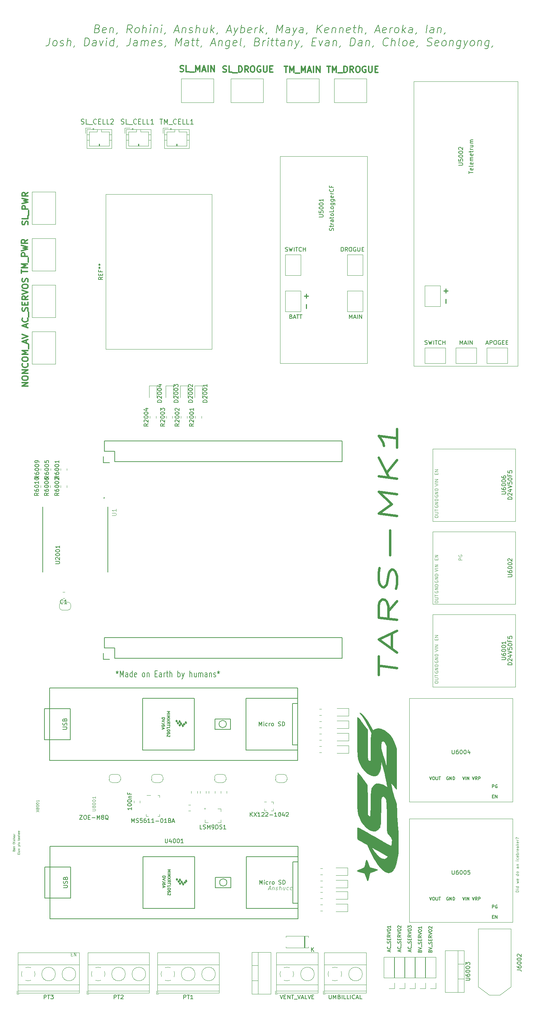
<source format=gbr>
%TF.GenerationSoftware,KiCad,Pcbnew,5.1.5+dfsg1-2build2*%
%TF.CreationDate,2020-11-09T16:20:19-06:00*%
%TF.ProjectId,TARS-MK1,54415253-2d4d-44b3-912e-6b696361645f,rev?*%
%TF.SameCoordinates,Original*%
%TF.FileFunction,Legend,Top*%
%TF.FilePolarity,Positive*%
%FSLAX46Y46*%
G04 Gerber Fmt 4.6, Leading zero omitted, Abs format (unit mm)*
G04 Created by KiCad (PCBNEW 5.1.5+dfsg1-2build2) date 2020-11-09 16:20:19*
%MOMM*%
%LPD*%
G04 APERTURE LIST*
%ADD10C,0.100000*%
%ADD11C,0.200000*%
%ADD12C,0.130000*%
%ADD13C,0.300000*%
%ADD14C,0.050000*%
%ADD15C,0.600000*%
%ADD16C,0.150000*%
%ADD17C,0.120000*%
%ADD18C,0.127000*%
%ADD19C,0.010000*%
%ADD20C,0.250000*%
%ADD21C,0.015000*%
G04 APERTURE END LIST*
D10*
X324649666Y-244645853D02*
X323949666Y-244645853D01*
X323949666Y-244479186D01*
X323983000Y-244379186D01*
X324049666Y-244312520D01*
X324116333Y-244279186D01*
X324249666Y-244245853D01*
X324349666Y-244245853D01*
X324483000Y-244279186D01*
X324549666Y-244312520D01*
X324616333Y-244379186D01*
X324649666Y-244479186D01*
X324649666Y-244645853D01*
X324649666Y-243945853D02*
X324183000Y-243945853D01*
X323949666Y-243945853D02*
X323983000Y-243979186D01*
X324016333Y-243945853D01*
X323983000Y-243912520D01*
X323949666Y-243945853D01*
X324016333Y-243945853D01*
X324649666Y-243312520D02*
X323949666Y-243312520D01*
X324616333Y-243312520D02*
X324649666Y-243379186D01*
X324649666Y-243512520D01*
X324616333Y-243579186D01*
X324583000Y-243612520D01*
X324516333Y-243645853D01*
X324316333Y-243645853D01*
X324249666Y-243612520D01*
X324216333Y-243579186D01*
X324183000Y-243512520D01*
X324183000Y-243379186D01*
X324216333Y-243312520D01*
X324183000Y-242512520D02*
X324649666Y-242379186D01*
X324316333Y-242245853D01*
X324649666Y-242112520D01*
X324183000Y-241979186D01*
X324616333Y-241445853D02*
X324649666Y-241512520D01*
X324649666Y-241645853D01*
X324616333Y-241712520D01*
X324549666Y-241745853D01*
X324283000Y-241745853D01*
X324216333Y-241712520D01*
X324183000Y-241645853D01*
X324183000Y-241512520D01*
X324216333Y-241445853D01*
X324283000Y-241412520D01*
X324349666Y-241412520D01*
X324416333Y-241745853D01*
X324649666Y-240279186D02*
X323949666Y-240279186D01*
X324616333Y-240279186D02*
X324649666Y-240345853D01*
X324649666Y-240479186D01*
X324616333Y-240545853D01*
X324583000Y-240579186D01*
X324516333Y-240612520D01*
X324316333Y-240612520D01*
X324249666Y-240579186D01*
X324216333Y-240545853D01*
X324183000Y-240479186D01*
X324183000Y-240345853D01*
X324216333Y-240279186D01*
X324649666Y-239845853D02*
X324616333Y-239912520D01*
X324583000Y-239945853D01*
X324516333Y-239979186D01*
X324316333Y-239979186D01*
X324249666Y-239945853D01*
X324216333Y-239912520D01*
X324183000Y-239845853D01*
X324183000Y-239745853D01*
X324216333Y-239679186D01*
X324249666Y-239645853D01*
X324316333Y-239612520D01*
X324516333Y-239612520D01*
X324583000Y-239645853D01*
X324616333Y-239679186D01*
X324649666Y-239745853D01*
X324649666Y-239845853D01*
X324649666Y-238479186D02*
X324283000Y-238479186D01*
X324216333Y-238512520D01*
X324183000Y-238579186D01*
X324183000Y-238712520D01*
X324216333Y-238779186D01*
X324616333Y-238479186D02*
X324649666Y-238545853D01*
X324649666Y-238712520D01*
X324616333Y-238779186D01*
X324549666Y-238812520D01*
X324483000Y-238812520D01*
X324416333Y-238779186D01*
X324383000Y-238712520D01*
X324383000Y-238545853D01*
X324349666Y-238479186D01*
X324183000Y-238145853D02*
X324649666Y-238145853D01*
X324249666Y-238145853D02*
X324216333Y-238112520D01*
X324183000Y-238045853D01*
X324183000Y-237945853D01*
X324216333Y-237879186D01*
X324283000Y-237845853D01*
X324649666Y-237845853D01*
X324649666Y-236979186D02*
X324183000Y-236979186D01*
X323949666Y-236979186D02*
X323983000Y-237012520D01*
X324016333Y-236979186D01*
X323983000Y-236945853D01*
X323949666Y-236979186D01*
X324016333Y-236979186D01*
X324616333Y-236345853D02*
X324649666Y-236412520D01*
X324649666Y-236545853D01*
X324616333Y-236612520D01*
X324583000Y-236645853D01*
X324516333Y-236679186D01*
X324316333Y-236679186D01*
X324249666Y-236645853D01*
X324216333Y-236612520D01*
X324183000Y-236545853D01*
X324183000Y-236412520D01*
X324216333Y-236345853D01*
X324616333Y-235779186D02*
X324649666Y-235845853D01*
X324649666Y-235979186D01*
X324616333Y-236045853D01*
X324549666Y-236079186D01*
X324283000Y-236079186D01*
X324216333Y-236045853D01*
X324183000Y-235979186D01*
X324183000Y-235845853D01*
X324216333Y-235779186D01*
X324283000Y-235745853D01*
X324349666Y-235745853D01*
X324416333Y-236079186D01*
X324649666Y-235445853D02*
X323949666Y-235445853D01*
X324216333Y-235445853D02*
X324183000Y-235379186D01*
X324183000Y-235245853D01*
X324216333Y-235179186D01*
X324249666Y-235145853D01*
X324316333Y-235112520D01*
X324516333Y-235112520D01*
X324583000Y-235145853D01*
X324616333Y-235179186D01*
X324649666Y-235245853D01*
X324649666Y-235379186D01*
X324616333Y-235445853D01*
X324649666Y-234812520D02*
X324183000Y-234812520D01*
X324316333Y-234812520D02*
X324249666Y-234779186D01*
X324216333Y-234745853D01*
X324183000Y-234679186D01*
X324183000Y-234612520D01*
X324616333Y-234112520D02*
X324649666Y-234179186D01*
X324649666Y-234312520D01*
X324616333Y-234379186D01*
X324549666Y-234412520D01*
X324283000Y-234412520D01*
X324216333Y-234379186D01*
X324183000Y-234312520D01*
X324183000Y-234179186D01*
X324216333Y-234112520D01*
X324283000Y-234079186D01*
X324349666Y-234079186D01*
X324416333Y-234412520D01*
X324649666Y-233479186D02*
X324283000Y-233479186D01*
X324216333Y-233512520D01*
X324183000Y-233579186D01*
X324183000Y-233712520D01*
X324216333Y-233779186D01*
X324616333Y-233479186D02*
X324649666Y-233545853D01*
X324649666Y-233712520D01*
X324616333Y-233779186D01*
X324549666Y-233812520D01*
X324483000Y-233812520D01*
X324416333Y-233779186D01*
X324383000Y-233712520D01*
X324383000Y-233545853D01*
X324349666Y-233479186D01*
X324649666Y-233145853D02*
X323949666Y-233145853D01*
X324383000Y-233079186D02*
X324649666Y-232879186D01*
X324183000Y-232879186D02*
X324449666Y-233145853D01*
X324616333Y-232312520D02*
X324649666Y-232379186D01*
X324649666Y-232512520D01*
X324616333Y-232579186D01*
X324549666Y-232612520D01*
X324283000Y-232612520D01*
X324216333Y-232579186D01*
X324183000Y-232512520D01*
X324183000Y-232379186D01*
X324216333Y-232312520D01*
X324283000Y-232279186D01*
X324349666Y-232279186D01*
X324416333Y-232612520D01*
X324649666Y-231979186D02*
X324183000Y-231979186D01*
X324316333Y-231979186D02*
X324249666Y-231945853D01*
X324216333Y-231912520D01*
X324183000Y-231845853D01*
X324183000Y-231779186D01*
X324583000Y-231445853D02*
X324616333Y-231412520D01*
X324649666Y-231445853D01*
X324616333Y-231479186D01*
X324583000Y-231445853D01*
X324649666Y-231445853D01*
X323983000Y-231579186D02*
X323949666Y-231512520D01*
X323949666Y-231345853D01*
X323983000Y-231279186D01*
X324049666Y-231245853D01*
X324116333Y-231245853D01*
X324183000Y-231279186D01*
X324216333Y-231312520D01*
X324249666Y-231379186D01*
X324283000Y-231412520D01*
X324349666Y-231445853D01*
X324383000Y-231445853D01*
D11*
X236509211Y-55014657D02*
X237194925Y-55014657D01*
X236852068Y-56214657D02*
X236852068Y-55014657D01*
X237594925Y-56214657D02*
X237594925Y-55014657D01*
X237994925Y-55871800D01*
X238394925Y-55014657D01*
X238394925Y-56214657D01*
X238680640Y-56328942D02*
X239594925Y-56328942D01*
X240566354Y-56100371D02*
X240509211Y-56157514D01*
X240337782Y-56214657D01*
X240223497Y-56214657D01*
X240052068Y-56157514D01*
X239937782Y-56043228D01*
X239880640Y-55928942D01*
X239823497Y-55700371D01*
X239823497Y-55528942D01*
X239880640Y-55300371D01*
X239937782Y-55186085D01*
X240052068Y-55071800D01*
X240223497Y-55014657D01*
X240337782Y-55014657D01*
X240509211Y-55071800D01*
X240566354Y-55128942D01*
X241080640Y-55586085D02*
X241480640Y-55586085D01*
X241652068Y-56214657D02*
X241080640Y-56214657D01*
X241080640Y-55014657D01*
X241652068Y-55014657D01*
X242737782Y-56214657D02*
X242166354Y-56214657D01*
X242166354Y-55014657D01*
X243709211Y-56214657D02*
X243137782Y-56214657D01*
X243137782Y-55014657D01*
X244737782Y-56214657D02*
X244052068Y-56214657D01*
X244394925Y-56214657D02*
X244394925Y-55014657D01*
X244280640Y-55186085D01*
X244166354Y-55300371D01*
X244052068Y-55357514D01*
X226996251Y-56147354D02*
X227167680Y-56204497D01*
X227453394Y-56204497D01*
X227567680Y-56147354D01*
X227624822Y-56090211D01*
X227681965Y-55975925D01*
X227681965Y-55861640D01*
X227624822Y-55747354D01*
X227567680Y-55690211D01*
X227453394Y-55633068D01*
X227224822Y-55575925D01*
X227110537Y-55518782D01*
X227053394Y-55461640D01*
X226996251Y-55347354D01*
X226996251Y-55233068D01*
X227053394Y-55118782D01*
X227110537Y-55061640D01*
X227224822Y-55004497D01*
X227510537Y-55004497D01*
X227681965Y-55061640D01*
X228767680Y-56204497D02*
X228196251Y-56204497D01*
X228196251Y-55004497D01*
X228881965Y-56318782D02*
X229796251Y-56318782D01*
X230767680Y-56090211D02*
X230710537Y-56147354D01*
X230539108Y-56204497D01*
X230424822Y-56204497D01*
X230253394Y-56147354D01*
X230139108Y-56033068D01*
X230081965Y-55918782D01*
X230024822Y-55690211D01*
X230024822Y-55518782D01*
X230081965Y-55290211D01*
X230139108Y-55175925D01*
X230253394Y-55061640D01*
X230424822Y-55004497D01*
X230539108Y-55004497D01*
X230710537Y-55061640D01*
X230767680Y-55118782D01*
X231281965Y-55575925D02*
X231681965Y-55575925D01*
X231853394Y-56204497D02*
X231281965Y-56204497D01*
X231281965Y-55004497D01*
X231853394Y-55004497D01*
X232939108Y-56204497D02*
X232367680Y-56204497D01*
X232367680Y-55004497D01*
X233910537Y-56204497D02*
X233339108Y-56204497D01*
X233339108Y-55004497D01*
X234939108Y-56204497D02*
X234253394Y-56204497D01*
X234596251Y-56204497D02*
X234596251Y-55004497D01*
X234481965Y-55175925D01*
X234367680Y-55290211D01*
X234253394Y-55347354D01*
X217156291Y-56147354D02*
X217327720Y-56204497D01*
X217613434Y-56204497D01*
X217727720Y-56147354D01*
X217784862Y-56090211D01*
X217842005Y-55975925D01*
X217842005Y-55861640D01*
X217784862Y-55747354D01*
X217727720Y-55690211D01*
X217613434Y-55633068D01*
X217384862Y-55575925D01*
X217270577Y-55518782D01*
X217213434Y-55461640D01*
X217156291Y-55347354D01*
X217156291Y-55233068D01*
X217213434Y-55118782D01*
X217270577Y-55061640D01*
X217384862Y-55004497D01*
X217670577Y-55004497D01*
X217842005Y-55061640D01*
X218927720Y-56204497D02*
X218356291Y-56204497D01*
X218356291Y-55004497D01*
X219042005Y-56318782D02*
X219956291Y-56318782D01*
X220927720Y-56090211D02*
X220870577Y-56147354D01*
X220699148Y-56204497D01*
X220584862Y-56204497D01*
X220413434Y-56147354D01*
X220299148Y-56033068D01*
X220242005Y-55918782D01*
X220184862Y-55690211D01*
X220184862Y-55518782D01*
X220242005Y-55290211D01*
X220299148Y-55175925D01*
X220413434Y-55061640D01*
X220584862Y-55004497D01*
X220699148Y-55004497D01*
X220870577Y-55061640D01*
X220927720Y-55118782D01*
X221442005Y-55575925D02*
X221842005Y-55575925D01*
X222013434Y-56204497D02*
X221442005Y-56204497D01*
X221442005Y-55004497D01*
X222013434Y-55004497D01*
X223099148Y-56204497D02*
X222527720Y-56204497D01*
X222527720Y-55004497D01*
X224070577Y-56204497D02*
X223499148Y-56204497D01*
X223499148Y-55004497D01*
X224413434Y-55118782D02*
X224470577Y-55061640D01*
X224584862Y-55004497D01*
X224870577Y-55004497D01*
X224984862Y-55061640D01*
X225042005Y-55118782D01*
X225099148Y-55233068D01*
X225099148Y-55347354D01*
X225042005Y-55518782D01*
X224356291Y-56204497D01*
X225099148Y-56204497D01*
D12*
X226008617Y-190384771D02*
X226008617Y-190741914D01*
X225722902Y-190599057D02*
X226008617Y-190741914D01*
X226294331Y-190599057D01*
X225837188Y-191027628D02*
X226008617Y-190741914D01*
X226180045Y-191027628D01*
X226751474Y-191884771D02*
X226751474Y-190384771D01*
X227151474Y-191456200D01*
X227551474Y-190384771D01*
X227551474Y-191884771D01*
X228637188Y-191884771D02*
X228637188Y-191099057D01*
X228580045Y-190956200D01*
X228465760Y-190884771D01*
X228237188Y-190884771D01*
X228122902Y-190956200D01*
X228637188Y-191813342D02*
X228522902Y-191884771D01*
X228237188Y-191884771D01*
X228122902Y-191813342D01*
X228065760Y-191670485D01*
X228065760Y-191527628D01*
X228122902Y-191384771D01*
X228237188Y-191313342D01*
X228522902Y-191313342D01*
X228637188Y-191241914D01*
X229722902Y-191884771D02*
X229722902Y-190384771D01*
X229722902Y-191813342D02*
X229608617Y-191884771D01*
X229380045Y-191884771D01*
X229265760Y-191813342D01*
X229208617Y-191741914D01*
X229151474Y-191599057D01*
X229151474Y-191170485D01*
X229208617Y-191027628D01*
X229265760Y-190956200D01*
X229380045Y-190884771D01*
X229608617Y-190884771D01*
X229722902Y-190956200D01*
X230751474Y-191813342D02*
X230637188Y-191884771D01*
X230408617Y-191884771D01*
X230294331Y-191813342D01*
X230237188Y-191670485D01*
X230237188Y-191099057D01*
X230294331Y-190956200D01*
X230408617Y-190884771D01*
X230637188Y-190884771D01*
X230751474Y-190956200D01*
X230808617Y-191099057D01*
X230808617Y-191241914D01*
X230237188Y-191384771D01*
X232408617Y-191884771D02*
X232294331Y-191813342D01*
X232237188Y-191741914D01*
X232180045Y-191599057D01*
X232180045Y-191170485D01*
X232237188Y-191027628D01*
X232294331Y-190956200D01*
X232408617Y-190884771D01*
X232580045Y-190884771D01*
X232694331Y-190956200D01*
X232751474Y-191027628D01*
X232808617Y-191170485D01*
X232808617Y-191599057D01*
X232751474Y-191741914D01*
X232694331Y-191813342D01*
X232580045Y-191884771D01*
X232408617Y-191884771D01*
X233322902Y-190884771D02*
X233322902Y-191884771D01*
X233322902Y-191027628D02*
X233380045Y-190956200D01*
X233494331Y-190884771D01*
X233665760Y-190884771D01*
X233780045Y-190956200D01*
X233837188Y-191099057D01*
X233837188Y-191884771D01*
X235322902Y-191099057D02*
X235722902Y-191099057D01*
X235894331Y-191884771D02*
X235322902Y-191884771D01*
X235322902Y-190384771D01*
X235894331Y-190384771D01*
X236922902Y-191884771D02*
X236922902Y-191099057D01*
X236865760Y-190956200D01*
X236751474Y-190884771D01*
X236522902Y-190884771D01*
X236408617Y-190956200D01*
X236922902Y-191813342D02*
X236808617Y-191884771D01*
X236522902Y-191884771D01*
X236408617Y-191813342D01*
X236351474Y-191670485D01*
X236351474Y-191527628D01*
X236408617Y-191384771D01*
X236522902Y-191313342D01*
X236808617Y-191313342D01*
X236922902Y-191241914D01*
X237494331Y-191884771D02*
X237494331Y-190884771D01*
X237494331Y-191170485D02*
X237551474Y-191027628D01*
X237608617Y-190956200D01*
X237722902Y-190884771D01*
X237837188Y-190884771D01*
X238065760Y-190884771D02*
X238522902Y-190884771D01*
X238237188Y-190384771D02*
X238237188Y-191670485D01*
X238294331Y-191813342D01*
X238408617Y-191884771D01*
X238522902Y-191884771D01*
X238922902Y-191884771D02*
X238922902Y-190384771D01*
X239437188Y-191884771D02*
X239437188Y-191099057D01*
X239380045Y-190956200D01*
X239265760Y-190884771D01*
X239094331Y-190884771D01*
X238980045Y-190956200D01*
X238922902Y-191027628D01*
X240922902Y-191884771D02*
X240922902Y-190384771D01*
X240922902Y-190956200D02*
X241037188Y-190884771D01*
X241265760Y-190884771D01*
X241380045Y-190956200D01*
X241437188Y-191027628D01*
X241494331Y-191170485D01*
X241494331Y-191599057D01*
X241437188Y-191741914D01*
X241380045Y-191813342D01*
X241265760Y-191884771D01*
X241037188Y-191884771D01*
X240922902Y-191813342D01*
X241894331Y-190884771D02*
X242180045Y-191884771D01*
X242465760Y-190884771D02*
X242180045Y-191884771D01*
X242065760Y-192241914D01*
X242008617Y-192313342D01*
X241894331Y-192384771D01*
X243837188Y-191884771D02*
X243837188Y-190384771D01*
X244351474Y-191884771D02*
X244351474Y-191099057D01*
X244294331Y-190956200D01*
X244180045Y-190884771D01*
X244008617Y-190884771D01*
X243894331Y-190956200D01*
X243837188Y-191027628D01*
X245437188Y-190884771D02*
X245437188Y-191884771D01*
X244922902Y-190884771D02*
X244922902Y-191670485D01*
X244980045Y-191813342D01*
X245094331Y-191884771D01*
X245265760Y-191884771D01*
X245380045Y-191813342D01*
X245437188Y-191741914D01*
X246008617Y-191884771D02*
X246008617Y-190884771D01*
X246008617Y-191027628D02*
X246065760Y-190956200D01*
X246180045Y-190884771D01*
X246351474Y-190884771D01*
X246465760Y-190956200D01*
X246522902Y-191099057D01*
X246522902Y-191884771D01*
X246522902Y-191099057D02*
X246580045Y-190956200D01*
X246694331Y-190884771D01*
X246865760Y-190884771D01*
X246980045Y-190956200D01*
X247037188Y-191099057D01*
X247037188Y-191884771D01*
X248122902Y-191884771D02*
X248122902Y-191099057D01*
X248065760Y-190956200D01*
X247951474Y-190884771D01*
X247722902Y-190884771D01*
X247608617Y-190956200D01*
X248122902Y-191813342D02*
X248008617Y-191884771D01*
X247722902Y-191884771D01*
X247608617Y-191813342D01*
X247551474Y-191670485D01*
X247551474Y-191527628D01*
X247608617Y-191384771D01*
X247722902Y-191313342D01*
X248008617Y-191313342D01*
X248122902Y-191241914D01*
X248694331Y-190884771D02*
X248694331Y-191884771D01*
X248694331Y-191027628D02*
X248751474Y-190956200D01*
X248865760Y-190884771D01*
X249037188Y-190884771D01*
X249151474Y-190956200D01*
X249208617Y-191099057D01*
X249208617Y-191884771D01*
X249722902Y-191813342D02*
X249837188Y-191884771D01*
X250065760Y-191884771D01*
X250180045Y-191813342D01*
X250237188Y-191670485D01*
X250237188Y-191599057D01*
X250180045Y-191456200D01*
X250065760Y-191384771D01*
X249894331Y-191384771D01*
X249780045Y-191313342D01*
X249722902Y-191170485D01*
X249722902Y-191099057D01*
X249780045Y-190956200D01*
X249894331Y-190884771D01*
X250065760Y-190884771D01*
X250180045Y-190956200D01*
X250922902Y-190384771D02*
X250922902Y-190741914D01*
X250637188Y-190599057D02*
X250922902Y-190741914D01*
X251208617Y-190599057D01*
X250751474Y-191027628D02*
X250922902Y-190741914D01*
X251094331Y-191027628D01*
D13*
X204036142Y-80921285D02*
X204107571Y-80707000D01*
X204107571Y-80349857D01*
X204036142Y-80207000D01*
X203964714Y-80135571D01*
X203821857Y-80064142D01*
X203679000Y-80064142D01*
X203536142Y-80135571D01*
X203464714Y-80207000D01*
X203393285Y-80349857D01*
X203321857Y-80635571D01*
X203250428Y-80778428D01*
X203179000Y-80849857D01*
X203036142Y-80921285D01*
X202893285Y-80921285D01*
X202750428Y-80849857D01*
X202679000Y-80778428D01*
X202607571Y-80635571D01*
X202607571Y-80278428D01*
X202679000Y-80064142D01*
X204107571Y-78707000D02*
X204107571Y-79421285D01*
X202607571Y-79421285D01*
X204250428Y-78564142D02*
X204250428Y-77421285D01*
X204107571Y-77064142D02*
X202607571Y-77064142D01*
X202607571Y-76492714D01*
X202679000Y-76349857D01*
X202750428Y-76278428D01*
X202893285Y-76207000D01*
X203107571Y-76207000D01*
X203250428Y-76278428D01*
X203321857Y-76349857D01*
X203393285Y-76492714D01*
X203393285Y-77064142D01*
X202607571Y-75707000D02*
X204107571Y-75349857D01*
X203036142Y-75064142D01*
X204107571Y-74778428D01*
X202607571Y-74421285D01*
X204107571Y-72992714D02*
X203393285Y-73492714D01*
X204107571Y-73849857D02*
X202607571Y-73849857D01*
X202607571Y-73278428D01*
X202679000Y-73135571D01*
X202750428Y-73064142D01*
X202893285Y-72992714D01*
X203107571Y-72992714D01*
X203250428Y-73064142D01*
X203321857Y-73135571D01*
X203393285Y-73278428D01*
X203393285Y-73849857D01*
X202480571Y-92855285D02*
X202480571Y-91998142D01*
X203980571Y-92426714D02*
X202480571Y-92426714D01*
X203980571Y-91498142D02*
X202480571Y-91498142D01*
X203552000Y-90998142D01*
X202480571Y-90498142D01*
X203980571Y-90498142D01*
X204123428Y-90141000D02*
X204123428Y-88998142D01*
X203980571Y-88641000D02*
X202480571Y-88641000D01*
X202480571Y-88069571D01*
X202552000Y-87926714D01*
X202623428Y-87855285D01*
X202766285Y-87783857D01*
X202980571Y-87783857D01*
X203123428Y-87855285D01*
X203194857Y-87926714D01*
X203266285Y-88069571D01*
X203266285Y-88641000D01*
X202480571Y-87283857D02*
X203980571Y-86926714D01*
X202909142Y-86641000D01*
X203980571Y-86355285D01*
X202480571Y-85998142D01*
X203980571Y-84569571D02*
X203266285Y-85069571D01*
X203980571Y-85426714D02*
X202480571Y-85426714D01*
X202480571Y-84855285D01*
X202552000Y-84712428D01*
X202623428Y-84641000D01*
X202766285Y-84569571D01*
X202980571Y-84569571D01*
X203123428Y-84641000D01*
X203194857Y-84712428D01*
X203266285Y-84855285D01*
X203266285Y-85426714D01*
X203679000Y-106035285D02*
X203679000Y-105321000D01*
X204107571Y-106178142D02*
X202607571Y-105678142D01*
X204107571Y-105178142D01*
X203964714Y-103821000D02*
X204036142Y-103892428D01*
X204107571Y-104106714D01*
X204107571Y-104249571D01*
X204036142Y-104463857D01*
X203893285Y-104606714D01*
X203750428Y-104678142D01*
X203464714Y-104749571D01*
X203250428Y-104749571D01*
X202964714Y-104678142D01*
X202821857Y-104606714D01*
X202679000Y-104463857D01*
X202607571Y-104249571D01*
X202607571Y-104106714D01*
X202679000Y-103892428D01*
X202750428Y-103821000D01*
X204250428Y-103535285D02*
X204250428Y-102392428D01*
X204036142Y-102106714D02*
X204107571Y-101892428D01*
X204107571Y-101535285D01*
X204036142Y-101392428D01*
X203964714Y-101321000D01*
X203821857Y-101249571D01*
X203679000Y-101249571D01*
X203536142Y-101321000D01*
X203464714Y-101392428D01*
X203393285Y-101535285D01*
X203321857Y-101821000D01*
X203250428Y-101963857D01*
X203179000Y-102035285D01*
X203036142Y-102106714D01*
X202893285Y-102106714D01*
X202750428Y-102035285D01*
X202679000Y-101963857D01*
X202607571Y-101821000D01*
X202607571Y-101463857D01*
X202679000Y-101249571D01*
X203321857Y-100606714D02*
X203321857Y-100106714D01*
X204107571Y-99892428D02*
X204107571Y-100606714D01*
X202607571Y-100606714D01*
X202607571Y-99892428D01*
X204107571Y-98392428D02*
X203393285Y-98892428D01*
X204107571Y-99249571D02*
X202607571Y-99249571D01*
X202607571Y-98678142D01*
X202679000Y-98535285D01*
X202750428Y-98463857D01*
X202893285Y-98392428D01*
X203107571Y-98392428D01*
X203250428Y-98463857D01*
X203321857Y-98535285D01*
X203393285Y-98678142D01*
X203393285Y-99249571D01*
X202607571Y-97963857D02*
X204107571Y-97463857D01*
X202607571Y-96963857D01*
X202607571Y-96178142D02*
X202607571Y-95892428D01*
X202679000Y-95749571D01*
X202821857Y-95606714D01*
X203107571Y-95535285D01*
X203607571Y-95535285D01*
X203893285Y-95606714D01*
X204036142Y-95749571D01*
X204107571Y-95892428D01*
X204107571Y-96178142D01*
X204036142Y-96321000D01*
X203893285Y-96463857D01*
X203607571Y-96535285D01*
X203107571Y-96535285D01*
X202821857Y-96463857D01*
X202679000Y-96321000D01*
X202607571Y-96178142D01*
X204036142Y-94963857D02*
X204107571Y-94749571D01*
X204107571Y-94392428D01*
X204036142Y-94249571D01*
X203964714Y-94178142D01*
X203821857Y-94106714D01*
X203679000Y-94106714D01*
X203536142Y-94178142D01*
X203464714Y-94249571D01*
X203393285Y-94392428D01*
X203321857Y-94678142D01*
X203250428Y-94821000D01*
X203179000Y-94892428D01*
X203036142Y-94963857D01*
X202893285Y-94963857D01*
X202750428Y-94892428D01*
X202679000Y-94821000D01*
X202607571Y-94678142D01*
X202607571Y-94321000D01*
X202679000Y-94106714D01*
X204107571Y-120545000D02*
X202607571Y-120545000D01*
X204107571Y-119687857D01*
X202607571Y-119687857D01*
X202607571Y-118687857D02*
X202607571Y-118402142D01*
X202679000Y-118259285D01*
X202821857Y-118116428D01*
X203107571Y-118045000D01*
X203607571Y-118045000D01*
X203893285Y-118116428D01*
X204036142Y-118259285D01*
X204107571Y-118402142D01*
X204107571Y-118687857D01*
X204036142Y-118830714D01*
X203893285Y-118973571D01*
X203607571Y-119045000D01*
X203107571Y-119045000D01*
X202821857Y-118973571D01*
X202679000Y-118830714D01*
X202607571Y-118687857D01*
X204107571Y-117402142D02*
X202607571Y-117402142D01*
X204107571Y-116545000D01*
X202607571Y-116545000D01*
X203964714Y-114973571D02*
X204036142Y-115045000D01*
X204107571Y-115259285D01*
X204107571Y-115402142D01*
X204036142Y-115616428D01*
X203893285Y-115759285D01*
X203750428Y-115830714D01*
X203464714Y-115902142D01*
X203250428Y-115902142D01*
X202964714Y-115830714D01*
X202821857Y-115759285D01*
X202679000Y-115616428D01*
X202607571Y-115402142D01*
X202607571Y-115259285D01*
X202679000Y-115045000D01*
X202750428Y-114973571D01*
X202607571Y-114045000D02*
X202607571Y-113759285D01*
X202679000Y-113616428D01*
X202821857Y-113473571D01*
X203107571Y-113402142D01*
X203607571Y-113402142D01*
X203893285Y-113473571D01*
X204036142Y-113616428D01*
X204107571Y-113759285D01*
X204107571Y-114045000D01*
X204036142Y-114187857D01*
X203893285Y-114330714D01*
X203607571Y-114402142D01*
X203107571Y-114402142D01*
X202821857Y-114330714D01*
X202679000Y-114187857D01*
X202607571Y-114045000D01*
X204107571Y-112759285D02*
X202607571Y-112759285D01*
X203679000Y-112259285D01*
X202607571Y-111759285D01*
X204107571Y-111759285D01*
X204250428Y-111402142D02*
X204250428Y-110259285D01*
X203679000Y-109973571D02*
X203679000Y-109259285D01*
X204107571Y-110116428D02*
X202607571Y-109616428D01*
X204107571Y-109116428D01*
X202607571Y-108830714D02*
X204107571Y-108330714D01*
X202607571Y-107830714D01*
X277518737Y-42008131D02*
X278375880Y-42008131D01*
X277947308Y-43508131D02*
X277947308Y-42008131D01*
X278875880Y-43508131D02*
X278875880Y-42008131D01*
X279375880Y-43079560D01*
X279875880Y-42008131D01*
X279875880Y-43508131D01*
X280233022Y-43650988D02*
X281375880Y-43650988D01*
X281733022Y-43508131D02*
X281733022Y-42008131D01*
X282090165Y-42008131D01*
X282304451Y-42079560D01*
X282447308Y-42222417D01*
X282518737Y-42365274D01*
X282590165Y-42650988D01*
X282590165Y-42865274D01*
X282518737Y-43150988D01*
X282447308Y-43293845D01*
X282304451Y-43436702D01*
X282090165Y-43508131D01*
X281733022Y-43508131D01*
X284090165Y-43508131D02*
X283590165Y-42793845D01*
X283233022Y-43508131D02*
X283233022Y-42008131D01*
X283804451Y-42008131D01*
X283947308Y-42079560D01*
X284018737Y-42150988D01*
X284090165Y-42293845D01*
X284090165Y-42508131D01*
X284018737Y-42650988D01*
X283947308Y-42722417D01*
X283804451Y-42793845D01*
X283233022Y-42793845D01*
X285018737Y-42008131D02*
X285304451Y-42008131D01*
X285447308Y-42079560D01*
X285590165Y-42222417D01*
X285661594Y-42508131D01*
X285661594Y-43008131D01*
X285590165Y-43293845D01*
X285447308Y-43436702D01*
X285304451Y-43508131D01*
X285018737Y-43508131D01*
X284875880Y-43436702D01*
X284733022Y-43293845D01*
X284661594Y-43008131D01*
X284661594Y-42508131D01*
X284733022Y-42222417D01*
X284875880Y-42079560D01*
X285018737Y-42008131D01*
X287090165Y-42079560D02*
X286947308Y-42008131D01*
X286733022Y-42008131D01*
X286518737Y-42079560D01*
X286375880Y-42222417D01*
X286304451Y-42365274D01*
X286233022Y-42650988D01*
X286233022Y-42865274D01*
X286304451Y-43150988D01*
X286375880Y-43293845D01*
X286518737Y-43436702D01*
X286733022Y-43508131D01*
X286875880Y-43508131D01*
X287090165Y-43436702D01*
X287161594Y-43365274D01*
X287161594Y-42865274D01*
X286875880Y-42865274D01*
X287804451Y-42008131D02*
X287804451Y-43222417D01*
X287875880Y-43365274D01*
X287947308Y-43436702D01*
X288090165Y-43508131D01*
X288375880Y-43508131D01*
X288518737Y-43436702D01*
X288590165Y-43365274D01*
X288661594Y-43222417D01*
X288661594Y-42008131D01*
X289375880Y-42722417D02*
X289875880Y-42722417D01*
X290090165Y-43508131D02*
X289375880Y-43508131D01*
X289375880Y-42008131D01*
X290090165Y-42008131D01*
X267041640Y-42043691D02*
X267898782Y-42043691D01*
X267470211Y-43543691D02*
X267470211Y-42043691D01*
X268398782Y-43543691D02*
X268398782Y-42043691D01*
X268898782Y-43115120D01*
X269398782Y-42043691D01*
X269398782Y-43543691D01*
X269755925Y-43686548D02*
X270898782Y-43686548D01*
X271255925Y-43543691D02*
X271255925Y-42043691D01*
X271755925Y-43115120D01*
X272255925Y-42043691D01*
X272255925Y-43543691D01*
X272898782Y-43115120D02*
X273613068Y-43115120D01*
X272755925Y-43543691D02*
X273255925Y-42043691D01*
X273755925Y-43543691D01*
X274255925Y-43543691D02*
X274255925Y-42043691D01*
X274970211Y-43543691D02*
X274970211Y-42043691D01*
X275827354Y-43543691D01*
X275827354Y-42043691D01*
X252013137Y-43401142D02*
X252227422Y-43472571D01*
X252584565Y-43472571D01*
X252727422Y-43401142D01*
X252798851Y-43329714D01*
X252870280Y-43186857D01*
X252870280Y-43044000D01*
X252798851Y-42901142D01*
X252727422Y-42829714D01*
X252584565Y-42758285D01*
X252298851Y-42686857D01*
X252155994Y-42615428D01*
X252084565Y-42544000D01*
X252013137Y-42401142D01*
X252013137Y-42258285D01*
X252084565Y-42115428D01*
X252155994Y-42044000D01*
X252298851Y-41972571D01*
X252655994Y-41972571D01*
X252870280Y-42044000D01*
X254227422Y-43472571D02*
X253513137Y-43472571D01*
X253513137Y-41972571D01*
X254370280Y-43615428D02*
X255513137Y-43615428D01*
X255870280Y-43472571D02*
X255870280Y-41972571D01*
X256227422Y-41972571D01*
X256441708Y-42044000D01*
X256584565Y-42186857D01*
X256655994Y-42329714D01*
X256727422Y-42615428D01*
X256727422Y-42829714D01*
X256655994Y-43115428D01*
X256584565Y-43258285D01*
X256441708Y-43401142D01*
X256227422Y-43472571D01*
X255870280Y-43472571D01*
X258227422Y-43472571D02*
X257727422Y-42758285D01*
X257370280Y-43472571D02*
X257370280Y-41972571D01*
X257941708Y-41972571D01*
X258084565Y-42044000D01*
X258155994Y-42115428D01*
X258227422Y-42258285D01*
X258227422Y-42472571D01*
X258155994Y-42615428D01*
X258084565Y-42686857D01*
X257941708Y-42758285D01*
X257370280Y-42758285D01*
X259155994Y-41972571D02*
X259441708Y-41972571D01*
X259584565Y-42044000D01*
X259727422Y-42186857D01*
X259798851Y-42472571D01*
X259798851Y-42972571D01*
X259727422Y-43258285D01*
X259584565Y-43401142D01*
X259441708Y-43472571D01*
X259155994Y-43472571D01*
X259013137Y-43401142D01*
X258870280Y-43258285D01*
X258798851Y-42972571D01*
X258798851Y-42472571D01*
X258870280Y-42186857D01*
X259013137Y-42044000D01*
X259155994Y-41972571D01*
X261227422Y-42044000D02*
X261084565Y-41972571D01*
X260870280Y-41972571D01*
X260655994Y-42044000D01*
X260513137Y-42186857D01*
X260441708Y-42329714D01*
X260370280Y-42615428D01*
X260370280Y-42829714D01*
X260441708Y-43115428D01*
X260513137Y-43258285D01*
X260655994Y-43401142D01*
X260870280Y-43472571D01*
X261013137Y-43472571D01*
X261227422Y-43401142D01*
X261298851Y-43329714D01*
X261298851Y-42829714D01*
X261013137Y-42829714D01*
X261941708Y-41972571D02*
X261941708Y-43186857D01*
X262013137Y-43329714D01*
X262084565Y-43401142D01*
X262227422Y-43472571D01*
X262513137Y-43472571D01*
X262655994Y-43401142D01*
X262727422Y-43329714D01*
X262798851Y-43186857D01*
X262798851Y-41972571D01*
X263513137Y-42686857D02*
X264013137Y-42686857D01*
X264227422Y-43472571D02*
X263513137Y-43472571D01*
X263513137Y-41972571D01*
X264227422Y-41972571D01*
X241464920Y-43284302D02*
X241679205Y-43355731D01*
X242036348Y-43355731D01*
X242179205Y-43284302D01*
X242250634Y-43212874D01*
X242322062Y-43070017D01*
X242322062Y-42927160D01*
X242250634Y-42784302D01*
X242179205Y-42712874D01*
X242036348Y-42641445D01*
X241750634Y-42570017D01*
X241607777Y-42498588D01*
X241536348Y-42427160D01*
X241464920Y-42284302D01*
X241464920Y-42141445D01*
X241536348Y-41998588D01*
X241607777Y-41927160D01*
X241750634Y-41855731D01*
X242107777Y-41855731D01*
X242322062Y-41927160D01*
X243679205Y-43355731D02*
X242964920Y-43355731D01*
X242964920Y-41855731D01*
X243822062Y-43498588D02*
X244964920Y-43498588D01*
X245322062Y-43355731D02*
X245322062Y-41855731D01*
X245822062Y-42927160D01*
X246322062Y-41855731D01*
X246322062Y-43355731D01*
X246964920Y-42927160D02*
X247679205Y-42927160D01*
X246822062Y-43355731D02*
X247322062Y-41855731D01*
X247822062Y-43355731D01*
X248322062Y-43355731D02*
X248322062Y-41855731D01*
X249036348Y-43355731D02*
X249036348Y-41855731D01*
X249893491Y-43355731D01*
X249893491Y-41855731D01*
D10*
X263249648Y-243836666D02*
X263725839Y-243836666D01*
X263118696Y-244122380D02*
X263577029Y-243122380D01*
X263785363Y-244122380D01*
X264202029Y-243455714D02*
X264118696Y-244122380D01*
X264190125Y-243550952D02*
X264243696Y-243503333D01*
X264344886Y-243455714D01*
X264487744Y-243455714D01*
X264577029Y-243503333D01*
X264612744Y-243598571D01*
X264547267Y-244122380D01*
X264981791Y-244074761D02*
X265071077Y-244122380D01*
X265261553Y-244122380D01*
X265362744Y-244074761D01*
X265422267Y-243979523D01*
X265428220Y-243931904D01*
X265392505Y-243836666D01*
X265303220Y-243789047D01*
X265160363Y-243789047D01*
X265071077Y-243741428D01*
X265035363Y-243646190D01*
X265041315Y-243598571D01*
X265100839Y-243503333D01*
X265202029Y-243455714D01*
X265344886Y-243455714D01*
X265434172Y-243503333D01*
X265832982Y-244122380D02*
X265957982Y-243122380D01*
X266261553Y-244122380D02*
X266327029Y-243598571D01*
X266291315Y-243503333D01*
X266202029Y-243455714D01*
X266059172Y-243455714D01*
X265957982Y-243503333D01*
X265904410Y-243550952D01*
X267249648Y-243455714D02*
X267166315Y-244122380D01*
X266821077Y-243455714D02*
X266755601Y-243979523D01*
X266791315Y-244074761D01*
X266880601Y-244122380D01*
X267023458Y-244122380D01*
X267124648Y-244074761D01*
X267178220Y-244027142D01*
X268077029Y-244074761D02*
X267975839Y-244122380D01*
X267785363Y-244122380D01*
X267696077Y-244074761D01*
X267654410Y-244027142D01*
X267618696Y-243931904D01*
X267654410Y-243646190D01*
X267713934Y-243550952D01*
X267767505Y-243503333D01*
X267868696Y-243455714D01*
X268059172Y-243455714D01*
X268148458Y-243503333D01*
X268934172Y-244074761D02*
X268832982Y-244122380D01*
X268642505Y-244122380D01*
X268553220Y-244074761D01*
X268511553Y-244027142D01*
X268475839Y-243931904D01*
X268511553Y-243646190D01*
X268571077Y-243550952D01*
X268624648Y-243503333D01*
X268725839Y-243455714D01*
X268916315Y-243455714D01*
X269005601Y-243503333D01*
D11*
X221185250Y-32796142D02*
X221459059Y-32891380D01*
X221542392Y-32986619D01*
X221613821Y-33177095D01*
X221578107Y-33462809D01*
X221459059Y-33653285D01*
X221351916Y-33748523D01*
X221149535Y-33843761D01*
X220387630Y-33843761D01*
X220637630Y-31843761D01*
X221304297Y-31843761D01*
X221482869Y-31939000D01*
X221566202Y-32034238D01*
X221637630Y-32224714D01*
X221613821Y-32415190D01*
X221494773Y-32605666D01*
X221387630Y-32700904D01*
X221185250Y-32796142D01*
X220518583Y-32796142D01*
X223161440Y-33748523D02*
X222959059Y-33843761D01*
X222578107Y-33843761D01*
X222399535Y-33748523D01*
X222328107Y-33558047D01*
X222423345Y-32796142D01*
X222542392Y-32605666D01*
X222744773Y-32510428D01*
X223125726Y-32510428D01*
X223304297Y-32605666D01*
X223375726Y-32796142D01*
X223351916Y-32986619D01*
X222375726Y-33177095D01*
X224268583Y-32510428D02*
X224101916Y-33843761D01*
X224244773Y-32700904D02*
X224351916Y-32605666D01*
X224554297Y-32510428D01*
X224840011Y-32510428D01*
X225018583Y-32605666D01*
X225090011Y-32796142D01*
X224959059Y-33843761D01*
X226018583Y-33748523D02*
X226006678Y-33843761D01*
X225887630Y-34034238D01*
X225780488Y-34129476D01*
X229530488Y-33843761D02*
X228982869Y-32891380D01*
X228387630Y-33843761D02*
X228637630Y-31843761D01*
X229399535Y-31843761D01*
X229578107Y-31939000D01*
X229661440Y-32034238D01*
X229732869Y-32224714D01*
X229697154Y-32510428D01*
X229578107Y-32700904D01*
X229470964Y-32796142D01*
X229268583Y-32891380D01*
X228506678Y-32891380D01*
X230673345Y-33843761D02*
X230494773Y-33748523D01*
X230411440Y-33653285D01*
X230340011Y-33462809D01*
X230411440Y-32891380D01*
X230530488Y-32700904D01*
X230637630Y-32605666D01*
X230840011Y-32510428D01*
X231125726Y-32510428D01*
X231304297Y-32605666D01*
X231387630Y-32700904D01*
X231459059Y-32891380D01*
X231387630Y-33462809D01*
X231268583Y-33653285D01*
X231161440Y-33748523D01*
X230959059Y-33843761D01*
X230673345Y-33843761D01*
X232197154Y-33843761D02*
X232447154Y-31843761D01*
X233054297Y-33843761D02*
X233185250Y-32796142D01*
X233113821Y-32605666D01*
X232935250Y-32510428D01*
X232649535Y-32510428D01*
X232447154Y-32605666D01*
X232340011Y-32700904D01*
X234006678Y-33843761D02*
X234173345Y-32510428D01*
X234256678Y-31843761D02*
X234149535Y-31939000D01*
X234232869Y-32034238D01*
X234340011Y-31939000D01*
X234256678Y-31843761D01*
X234232869Y-32034238D01*
X235125726Y-32510428D02*
X234959059Y-33843761D01*
X235101916Y-32700904D02*
X235209059Y-32605666D01*
X235411440Y-32510428D01*
X235697154Y-32510428D01*
X235875726Y-32605666D01*
X235947154Y-32796142D01*
X235816202Y-33843761D01*
X236768583Y-33843761D02*
X236935250Y-32510428D01*
X237018583Y-31843761D02*
X236911440Y-31939000D01*
X236994773Y-32034238D01*
X237101916Y-31939000D01*
X237018583Y-31843761D01*
X236994773Y-32034238D01*
X237828107Y-33748523D02*
X237816202Y-33843761D01*
X237697154Y-34034238D01*
X237590011Y-34129476D01*
X240173345Y-33272333D02*
X241125726Y-33272333D01*
X239911440Y-33843761D02*
X240828107Y-31843761D01*
X241244773Y-33843761D01*
X242078107Y-32510428D02*
X241911440Y-33843761D01*
X242054297Y-32700904D02*
X242161440Y-32605666D01*
X242363821Y-32510428D01*
X242649535Y-32510428D01*
X242828107Y-32605666D01*
X242899535Y-32796142D01*
X242768583Y-33843761D01*
X243637630Y-33748523D02*
X243816202Y-33843761D01*
X244197154Y-33843761D01*
X244399535Y-33748523D01*
X244518583Y-33558047D01*
X244530488Y-33462809D01*
X244459059Y-33272333D01*
X244280488Y-33177095D01*
X243994773Y-33177095D01*
X243816202Y-33081857D01*
X243744773Y-32891380D01*
X243756678Y-32796142D01*
X243875726Y-32605666D01*
X244078107Y-32510428D01*
X244363821Y-32510428D01*
X244542392Y-32605666D01*
X245340011Y-33843761D02*
X245590011Y-31843761D01*
X246197154Y-33843761D02*
X246328107Y-32796142D01*
X246256678Y-32605666D01*
X246078107Y-32510428D01*
X245792392Y-32510428D01*
X245590011Y-32605666D01*
X245482869Y-32700904D01*
X248173345Y-32510428D02*
X248006678Y-33843761D01*
X247316202Y-32510428D02*
X247185250Y-33558047D01*
X247256678Y-33748523D01*
X247435250Y-33843761D01*
X247720964Y-33843761D01*
X247923345Y-33748523D01*
X248030488Y-33653285D01*
X248959059Y-33843761D02*
X249209059Y-31843761D01*
X249244773Y-33081857D02*
X249720964Y-33843761D01*
X249887630Y-32510428D02*
X249030488Y-33272333D01*
X250685250Y-33748523D02*
X250673345Y-33843761D01*
X250554297Y-34034238D01*
X250447154Y-34129476D01*
X253030488Y-33272333D02*
X253982869Y-33272333D01*
X252768583Y-33843761D02*
X253685250Y-31843761D01*
X254101916Y-33843761D01*
X254744773Y-32510428D02*
X255054297Y-33843761D01*
X255697154Y-32510428D02*
X255054297Y-33843761D01*
X254804297Y-34319952D01*
X254697154Y-34415190D01*
X254494773Y-34510428D01*
X256292392Y-33843761D02*
X256542392Y-31843761D01*
X256447154Y-32605666D02*
X256649535Y-32510428D01*
X257030488Y-32510428D01*
X257209059Y-32605666D01*
X257292392Y-32700904D01*
X257363821Y-32891380D01*
X257292392Y-33462809D01*
X257173345Y-33653285D01*
X257066202Y-33748523D01*
X256863821Y-33843761D01*
X256482869Y-33843761D01*
X256304297Y-33748523D01*
X258875726Y-33748523D02*
X258673345Y-33843761D01*
X258292392Y-33843761D01*
X258113821Y-33748523D01*
X258042392Y-33558047D01*
X258137630Y-32796142D01*
X258256678Y-32605666D01*
X258459059Y-32510428D01*
X258840011Y-32510428D01*
X259018583Y-32605666D01*
X259090011Y-32796142D01*
X259066202Y-32986619D01*
X258090011Y-33177095D01*
X259816202Y-33843761D02*
X259982869Y-32510428D01*
X259935250Y-32891380D02*
X260054297Y-32700904D01*
X260161440Y-32605666D01*
X260363821Y-32510428D01*
X260554297Y-32510428D01*
X261054297Y-33843761D02*
X261304297Y-31843761D01*
X261340011Y-33081857D02*
X261816202Y-33843761D01*
X261982869Y-32510428D02*
X261125726Y-33272333D01*
X262780488Y-33748523D02*
X262768583Y-33843761D01*
X262649535Y-34034238D01*
X262542392Y-34129476D01*
X265149535Y-33843761D02*
X265399535Y-31843761D01*
X265887630Y-33272333D01*
X266732869Y-31843761D01*
X266482869Y-33843761D01*
X268292392Y-33843761D02*
X268423345Y-32796142D01*
X268351916Y-32605666D01*
X268173345Y-32510428D01*
X267792392Y-32510428D01*
X267590011Y-32605666D01*
X268304297Y-33748523D02*
X268101916Y-33843761D01*
X267625726Y-33843761D01*
X267447154Y-33748523D01*
X267375726Y-33558047D01*
X267399535Y-33367571D01*
X267518583Y-33177095D01*
X267720964Y-33081857D01*
X268197154Y-33081857D01*
X268399535Y-32986619D01*
X269220964Y-32510428D02*
X269530488Y-33843761D01*
X270173345Y-32510428D02*
X269530488Y-33843761D01*
X269280488Y-34319952D01*
X269173345Y-34415190D01*
X268970964Y-34510428D01*
X271625726Y-33843761D02*
X271756678Y-32796142D01*
X271685250Y-32605666D01*
X271506678Y-32510428D01*
X271125726Y-32510428D01*
X270923345Y-32605666D01*
X271637630Y-33748523D02*
X271435250Y-33843761D01*
X270959059Y-33843761D01*
X270780488Y-33748523D01*
X270709059Y-33558047D01*
X270732869Y-33367571D01*
X270851916Y-33177095D01*
X271054297Y-33081857D01*
X271530488Y-33081857D01*
X271732869Y-32986619D01*
X272685250Y-33748523D02*
X272673345Y-33843761D01*
X272554297Y-34034238D01*
X272447154Y-34129476D01*
X275054297Y-33843761D02*
X275304297Y-31843761D01*
X276197154Y-33843761D02*
X275482869Y-32700904D01*
X276447154Y-31843761D02*
X275161440Y-32986619D01*
X277828107Y-33748523D02*
X277625726Y-33843761D01*
X277244773Y-33843761D01*
X277066202Y-33748523D01*
X276994773Y-33558047D01*
X277090011Y-32796142D01*
X277209059Y-32605666D01*
X277411440Y-32510428D01*
X277792392Y-32510428D01*
X277970964Y-32605666D01*
X278042392Y-32796142D01*
X278018583Y-32986619D01*
X277042392Y-33177095D01*
X278935250Y-32510428D02*
X278768583Y-33843761D01*
X278911440Y-32700904D02*
X279018583Y-32605666D01*
X279220964Y-32510428D01*
X279506678Y-32510428D01*
X279685250Y-32605666D01*
X279756678Y-32796142D01*
X279625726Y-33843761D01*
X280744773Y-32510428D02*
X280578107Y-33843761D01*
X280720964Y-32700904D02*
X280828107Y-32605666D01*
X281030488Y-32510428D01*
X281316202Y-32510428D01*
X281494773Y-32605666D01*
X281566202Y-32796142D01*
X281435250Y-33843761D01*
X283161440Y-33748523D02*
X282959059Y-33843761D01*
X282578107Y-33843761D01*
X282399535Y-33748523D01*
X282328107Y-33558047D01*
X282423345Y-32796142D01*
X282542392Y-32605666D01*
X282744773Y-32510428D01*
X283125726Y-32510428D01*
X283304297Y-32605666D01*
X283375726Y-32796142D01*
X283351916Y-32986619D01*
X282375726Y-33177095D01*
X283982869Y-32510428D02*
X284744773Y-32510428D01*
X284351916Y-31843761D02*
X284137630Y-33558047D01*
X284209059Y-33748523D01*
X284387630Y-33843761D01*
X284578107Y-33843761D01*
X285244773Y-33843761D02*
X285494773Y-31843761D01*
X286101916Y-33843761D02*
X286232869Y-32796142D01*
X286161440Y-32605666D01*
X285982869Y-32510428D01*
X285697154Y-32510428D01*
X285494773Y-32605666D01*
X285387630Y-32700904D01*
X287161440Y-33748523D02*
X287149535Y-33843761D01*
X287030488Y-34034238D01*
X286923345Y-34129476D01*
X289506678Y-33272333D02*
X290459059Y-33272333D01*
X289244773Y-33843761D02*
X290161440Y-31843761D01*
X290578107Y-33843761D01*
X292018583Y-33748523D02*
X291816202Y-33843761D01*
X291435250Y-33843761D01*
X291256678Y-33748523D01*
X291185250Y-33558047D01*
X291280488Y-32796142D01*
X291399535Y-32605666D01*
X291601916Y-32510428D01*
X291982869Y-32510428D01*
X292161440Y-32605666D01*
X292232869Y-32796142D01*
X292209059Y-32986619D01*
X291232869Y-33177095D01*
X292959059Y-33843761D02*
X293125726Y-32510428D01*
X293078107Y-32891380D02*
X293197154Y-32700904D01*
X293304297Y-32605666D01*
X293506678Y-32510428D01*
X293697154Y-32510428D01*
X294482869Y-33843761D02*
X294304297Y-33748523D01*
X294220964Y-33653285D01*
X294149535Y-33462809D01*
X294220964Y-32891380D01*
X294340011Y-32700904D01*
X294447154Y-32605666D01*
X294649535Y-32510428D01*
X294935250Y-32510428D01*
X295113821Y-32605666D01*
X295197154Y-32700904D01*
X295268583Y-32891380D01*
X295197154Y-33462809D01*
X295078107Y-33653285D01*
X294970964Y-33748523D01*
X294768583Y-33843761D01*
X294482869Y-33843761D01*
X296006678Y-33843761D02*
X296256678Y-31843761D01*
X296292392Y-33081857D02*
X296768583Y-33843761D01*
X296935250Y-32510428D02*
X296078107Y-33272333D01*
X298482869Y-33843761D02*
X298613821Y-32796142D01*
X298542392Y-32605666D01*
X298363821Y-32510428D01*
X297982869Y-32510428D01*
X297780488Y-32605666D01*
X298494773Y-33748523D02*
X298292392Y-33843761D01*
X297816202Y-33843761D01*
X297637630Y-33748523D01*
X297566202Y-33558047D01*
X297590011Y-33367571D01*
X297709059Y-33177095D01*
X297911440Y-33081857D01*
X298387630Y-33081857D01*
X298590011Y-32986619D01*
X299542392Y-33748523D02*
X299530488Y-33843761D01*
X299411440Y-34034238D01*
X299304297Y-34129476D01*
X301911440Y-33843761D02*
X302161440Y-31843761D01*
X303720964Y-33843761D02*
X303851916Y-32796142D01*
X303780488Y-32605666D01*
X303601916Y-32510428D01*
X303220964Y-32510428D01*
X303018583Y-32605666D01*
X303732869Y-33748523D02*
X303530488Y-33843761D01*
X303054297Y-33843761D01*
X302875726Y-33748523D01*
X302804297Y-33558047D01*
X302828107Y-33367571D01*
X302947154Y-33177095D01*
X303149535Y-33081857D01*
X303625726Y-33081857D01*
X303828107Y-32986619D01*
X304840011Y-32510428D02*
X304673345Y-33843761D01*
X304816202Y-32700904D02*
X304923345Y-32605666D01*
X305125726Y-32510428D01*
X305411440Y-32510428D01*
X305590011Y-32605666D01*
X305661440Y-32796142D01*
X305530488Y-33843761D01*
X306590011Y-33748523D02*
X306578107Y-33843761D01*
X306459059Y-34034238D01*
X306351916Y-34129476D01*
X209494773Y-35043761D02*
X209316202Y-36472333D01*
X209185250Y-36758047D01*
X208970964Y-36948523D01*
X208673345Y-37043761D01*
X208482869Y-37043761D01*
X210482869Y-37043761D02*
X210304297Y-36948523D01*
X210220964Y-36853285D01*
X210149535Y-36662809D01*
X210220964Y-36091380D01*
X210340011Y-35900904D01*
X210447154Y-35805666D01*
X210649535Y-35710428D01*
X210935250Y-35710428D01*
X211113821Y-35805666D01*
X211197154Y-35900904D01*
X211268583Y-36091380D01*
X211197154Y-36662809D01*
X211078107Y-36853285D01*
X210970964Y-36948523D01*
X210768583Y-37043761D01*
X210482869Y-37043761D01*
X211923345Y-36948523D02*
X212101916Y-37043761D01*
X212482869Y-37043761D01*
X212685250Y-36948523D01*
X212804297Y-36758047D01*
X212816202Y-36662809D01*
X212744773Y-36472333D01*
X212566202Y-36377095D01*
X212280488Y-36377095D01*
X212101916Y-36281857D01*
X212030488Y-36091380D01*
X212042392Y-35996142D01*
X212161440Y-35805666D01*
X212363821Y-35710428D01*
X212649535Y-35710428D01*
X212828107Y-35805666D01*
X213625726Y-37043761D02*
X213875726Y-35043761D01*
X214482869Y-37043761D02*
X214613821Y-35996142D01*
X214542392Y-35805666D01*
X214363821Y-35710428D01*
X214078107Y-35710428D01*
X213875726Y-35805666D01*
X213768583Y-35900904D01*
X215542392Y-36948523D02*
X215530488Y-37043761D01*
X215411440Y-37234238D01*
X215304297Y-37329476D01*
X217911440Y-37043761D02*
X218161440Y-35043761D01*
X218637630Y-35043761D01*
X218911440Y-35139000D01*
X219078107Y-35329476D01*
X219149535Y-35519952D01*
X219197154Y-35900904D01*
X219161440Y-36186619D01*
X219018583Y-36567571D01*
X218899535Y-36758047D01*
X218685250Y-36948523D01*
X218387630Y-37043761D01*
X217911440Y-37043761D01*
X220768583Y-37043761D02*
X220899535Y-35996142D01*
X220828107Y-35805666D01*
X220649535Y-35710428D01*
X220268583Y-35710428D01*
X220066202Y-35805666D01*
X220780488Y-36948523D02*
X220578107Y-37043761D01*
X220101916Y-37043761D01*
X219923345Y-36948523D01*
X219851916Y-36758047D01*
X219875726Y-36567571D01*
X219994773Y-36377095D01*
X220197154Y-36281857D01*
X220673345Y-36281857D01*
X220875726Y-36186619D01*
X221697154Y-35710428D02*
X222006678Y-37043761D01*
X222649535Y-35710428D01*
X223244773Y-37043761D02*
X223411440Y-35710428D01*
X223494773Y-35043761D02*
X223387630Y-35139000D01*
X223470964Y-35234238D01*
X223578107Y-35139000D01*
X223494773Y-35043761D01*
X223470964Y-35234238D01*
X225054297Y-37043761D02*
X225304297Y-35043761D01*
X225066202Y-36948523D02*
X224863821Y-37043761D01*
X224482869Y-37043761D01*
X224304297Y-36948523D01*
X224220964Y-36853285D01*
X224149535Y-36662809D01*
X224220964Y-36091380D01*
X224340011Y-35900904D01*
X224447154Y-35805666D01*
X224649535Y-35710428D01*
X225030488Y-35710428D01*
X225209059Y-35805666D01*
X226113821Y-36948523D02*
X226101916Y-37043761D01*
X225982869Y-37234238D01*
X225875726Y-37329476D01*
X229304297Y-35043761D02*
X229125726Y-36472333D01*
X228994773Y-36758047D01*
X228780488Y-36948523D01*
X228482869Y-37043761D01*
X228292392Y-37043761D01*
X230863821Y-37043761D02*
X230994773Y-35996142D01*
X230923345Y-35805666D01*
X230744773Y-35710428D01*
X230363821Y-35710428D01*
X230161440Y-35805666D01*
X230875726Y-36948523D02*
X230673345Y-37043761D01*
X230197154Y-37043761D01*
X230018583Y-36948523D01*
X229947154Y-36758047D01*
X229970964Y-36567571D01*
X230090011Y-36377095D01*
X230292392Y-36281857D01*
X230768583Y-36281857D01*
X230970964Y-36186619D01*
X231816202Y-37043761D02*
X231982869Y-35710428D01*
X231959059Y-35900904D02*
X232066202Y-35805666D01*
X232268583Y-35710428D01*
X232554297Y-35710428D01*
X232732869Y-35805666D01*
X232804297Y-35996142D01*
X232673345Y-37043761D01*
X232804297Y-35996142D02*
X232923345Y-35805666D01*
X233125726Y-35710428D01*
X233411440Y-35710428D01*
X233590011Y-35805666D01*
X233661440Y-35996142D01*
X233530488Y-37043761D01*
X235256678Y-36948523D02*
X235054297Y-37043761D01*
X234673345Y-37043761D01*
X234494773Y-36948523D01*
X234423345Y-36758047D01*
X234518583Y-35996142D01*
X234637630Y-35805666D01*
X234840011Y-35710428D01*
X235220964Y-35710428D01*
X235399535Y-35805666D01*
X235470964Y-35996142D01*
X235447154Y-36186619D01*
X234470964Y-36377095D01*
X236113821Y-36948523D02*
X236292392Y-37043761D01*
X236673345Y-37043761D01*
X236875726Y-36948523D01*
X236994773Y-36758047D01*
X237006678Y-36662809D01*
X236935250Y-36472333D01*
X236756678Y-36377095D01*
X236470964Y-36377095D01*
X236292392Y-36281857D01*
X236220964Y-36091380D01*
X236232869Y-35996142D01*
X236351916Y-35805666D01*
X236554297Y-35710428D01*
X236840011Y-35710428D01*
X237018583Y-35805666D01*
X237923345Y-36948523D02*
X237911440Y-37043761D01*
X237792392Y-37234238D01*
X237685250Y-37329476D01*
X240292392Y-37043761D02*
X240542392Y-35043761D01*
X241030488Y-36472333D01*
X241875726Y-35043761D01*
X241625726Y-37043761D01*
X243435250Y-37043761D02*
X243566202Y-35996142D01*
X243494773Y-35805666D01*
X243316202Y-35710428D01*
X242935250Y-35710428D01*
X242732869Y-35805666D01*
X243447154Y-36948523D02*
X243244773Y-37043761D01*
X242768583Y-37043761D01*
X242590011Y-36948523D01*
X242518583Y-36758047D01*
X242542392Y-36567571D01*
X242661440Y-36377095D01*
X242863821Y-36281857D01*
X243340011Y-36281857D01*
X243542392Y-36186619D01*
X244268583Y-35710428D02*
X245030488Y-35710428D01*
X244637630Y-35043761D02*
X244423345Y-36758047D01*
X244494773Y-36948523D01*
X244673345Y-37043761D01*
X244863821Y-37043761D01*
X245411440Y-35710428D02*
X246173345Y-35710428D01*
X245780488Y-35043761D02*
X245566202Y-36758047D01*
X245637630Y-36948523D01*
X245816202Y-37043761D01*
X246006678Y-37043761D01*
X246780488Y-36948523D02*
X246768583Y-37043761D01*
X246649535Y-37234238D01*
X246542392Y-37329476D01*
X249125726Y-36472333D02*
X250078107Y-36472333D01*
X248863821Y-37043761D02*
X249780488Y-35043761D01*
X250197154Y-37043761D01*
X251030488Y-35710428D02*
X250863821Y-37043761D01*
X251006678Y-35900904D02*
X251113821Y-35805666D01*
X251316202Y-35710428D01*
X251601916Y-35710428D01*
X251780488Y-35805666D01*
X251851916Y-35996142D01*
X251720964Y-37043761D01*
X253697154Y-35710428D02*
X253494773Y-37329476D01*
X253375726Y-37519952D01*
X253268583Y-37615190D01*
X253066202Y-37710428D01*
X252780488Y-37710428D01*
X252601916Y-37615190D01*
X253542392Y-36948523D02*
X253340011Y-37043761D01*
X252959059Y-37043761D01*
X252780488Y-36948523D01*
X252697154Y-36853285D01*
X252625726Y-36662809D01*
X252697154Y-36091380D01*
X252816202Y-35900904D01*
X252923345Y-35805666D01*
X253125726Y-35710428D01*
X253506678Y-35710428D01*
X253685250Y-35805666D01*
X255256678Y-36948523D02*
X255054297Y-37043761D01*
X254673345Y-37043761D01*
X254494773Y-36948523D01*
X254423345Y-36758047D01*
X254518583Y-35996142D01*
X254637630Y-35805666D01*
X254840011Y-35710428D01*
X255220964Y-35710428D01*
X255399535Y-35805666D01*
X255470964Y-35996142D01*
X255447154Y-36186619D01*
X254470964Y-36377095D01*
X256482869Y-37043761D02*
X256304297Y-36948523D01*
X256232869Y-36758047D01*
X256447154Y-35043761D01*
X257351916Y-36948523D02*
X257340011Y-37043761D01*
X257220964Y-37234238D01*
X257113821Y-37329476D01*
X260518583Y-35996142D02*
X260792392Y-36091380D01*
X260875726Y-36186619D01*
X260947154Y-36377095D01*
X260911440Y-36662809D01*
X260792392Y-36853285D01*
X260685250Y-36948523D01*
X260482869Y-37043761D01*
X259720964Y-37043761D01*
X259970964Y-35043761D01*
X260637630Y-35043761D01*
X260816202Y-35139000D01*
X260899535Y-35234238D01*
X260970964Y-35424714D01*
X260947154Y-35615190D01*
X260828107Y-35805666D01*
X260720964Y-35900904D01*
X260518583Y-35996142D01*
X259851916Y-35996142D01*
X261720964Y-37043761D02*
X261887630Y-35710428D01*
X261840011Y-36091380D02*
X261959059Y-35900904D01*
X262066202Y-35805666D01*
X262268583Y-35710428D01*
X262459059Y-35710428D01*
X262959059Y-37043761D02*
X263125726Y-35710428D01*
X263209059Y-35043761D02*
X263101916Y-35139000D01*
X263185250Y-35234238D01*
X263292392Y-35139000D01*
X263209059Y-35043761D01*
X263185250Y-35234238D01*
X263792392Y-35710428D02*
X264554297Y-35710428D01*
X264161440Y-35043761D02*
X263947154Y-36758047D01*
X264018583Y-36948523D01*
X264197154Y-37043761D01*
X264387630Y-37043761D01*
X264935250Y-35710428D02*
X265697154Y-35710428D01*
X265304297Y-35043761D02*
X265090011Y-36758047D01*
X265161440Y-36948523D01*
X265340011Y-37043761D01*
X265530488Y-37043761D01*
X267054297Y-37043761D02*
X267185250Y-35996142D01*
X267113821Y-35805666D01*
X266935250Y-35710428D01*
X266554297Y-35710428D01*
X266351916Y-35805666D01*
X267066202Y-36948523D02*
X266863821Y-37043761D01*
X266387630Y-37043761D01*
X266209059Y-36948523D01*
X266137630Y-36758047D01*
X266161440Y-36567571D01*
X266280488Y-36377095D01*
X266482869Y-36281857D01*
X266959059Y-36281857D01*
X267161440Y-36186619D01*
X268173345Y-35710428D02*
X268006678Y-37043761D01*
X268149535Y-35900904D02*
X268256678Y-35805666D01*
X268459059Y-35710428D01*
X268744773Y-35710428D01*
X268923345Y-35805666D01*
X268994773Y-35996142D01*
X268863821Y-37043761D01*
X269792392Y-35710428D02*
X270101916Y-37043761D01*
X270744773Y-35710428D02*
X270101916Y-37043761D01*
X269851916Y-37519952D01*
X269744773Y-37615190D01*
X269542392Y-37710428D01*
X271447154Y-36948523D02*
X271435250Y-37043761D01*
X271316202Y-37234238D01*
X271209059Y-37329476D01*
X273947154Y-35996142D02*
X274613821Y-35996142D01*
X274768583Y-37043761D02*
X273816202Y-37043761D01*
X274066202Y-35043761D01*
X275018583Y-35043761D01*
X275601916Y-35710428D02*
X275911440Y-37043761D01*
X276554297Y-35710428D01*
X278006678Y-37043761D02*
X278137630Y-35996142D01*
X278066202Y-35805666D01*
X277887630Y-35710428D01*
X277506678Y-35710428D01*
X277304297Y-35805666D01*
X278018583Y-36948523D02*
X277816202Y-37043761D01*
X277340011Y-37043761D01*
X277161440Y-36948523D01*
X277090011Y-36758047D01*
X277113821Y-36567571D01*
X277232869Y-36377095D01*
X277435250Y-36281857D01*
X277911440Y-36281857D01*
X278113821Y-36186619D01*
X279125726Y-35710428D02*
X278959059Y-37043761D01*
X279101916Y-35900904D02*
X279209059Y-35805666D01*
X279411440Y-35710428D01*
X279697154Y-35710428D01*
X279875726Y-35805666D01*
X279947154Y-35996142D01*
X279816202Y-37043761D01*
X280875726Y-36948523D02*
X280863821Y-37043761D01*
X280744773Y-37234238D01*
X280637630Y-37329476D01*
X283244773Y-37043761D02*
X283494773Y-35043761D01*
X283970964Y-35043761D01*
X284244773Y-35139000D01*
X284411440Y-35329476D01*
X284482869Y-35519952D01*
X284530488Y-35900904D01*
X284494773Y-36186619D01*
X284351916Y-36567571D01*
X284232869Y-36758047D01*
X284018583Y-36948523D01*
X283720964Y-37043761D01*
X283244773Y-37043761D01*
X286101916Y-37043761D02*
X286232869Y-35996142D01*
X286161440Y-35805666D01*
X285982869Y-35710428D01*
X285601916Y-35710428D01*
X285399535Y-35805666D01*
X286113821Y-36948523D02*
X285911440Y-37043761D01*
X285435250Y-37043761D01*
X285256678Y-36948523D01*
X285185250Y-36758047D01*
X285209059Y-36567571D01*
X285328107Y-36377095D01*
X285530488Y-36281857D01*
X286006678Y-36281857D01*
X286209059Y-36186619D01*
X287220964Y-35710428D02*
X287054297Y-37043761D01*
X287197154Y-35900904D02*
X287304297Y-35805666D01*
X287506678Y-35710428D01*
X287792392Y-35710428D01*
X287970964Y-35805666D01*
X288042392Y-35996142D01*
X287911440Y-37043761D01*
X288970964Y-36948523D02*
X288959059Y-37043761D01*
X288840011Y-37234238D01*
X288732869Y-37329476D01*
X292506678Y-36853285D02*
X292399535Y-36948523D01*
X292101916Y-37043761D01*
X291911440Y-37043761D01*
X291637630Y-36948523D01*
X291470964Y-36758047D01*
X291399535Y-36567571D01*
X291351916Y-36186619D01*
X291387630Y-35900904D01*
X291530488Y-35519952D01*
X291649535Y-35329476D01*
X291863821Y-35139000D01*
X292161440Y-35043761D01*
X292351916Y-35043761D01*
X292625726Y-35139000D01*
X292709059Y-35234238D01*
X293340011Y-37043761D02*
X293590011Y-35043761D01*
X294197154Y-37043761D02*
X294328107Y-35996142D01*
X294256678Y-35805666D01*
X294078107Y-35710428D01*
X293792392Y-35710428D01*
X293590011Y-35805666D01*
X293482869Y-35900904D01*
X295435250Y-37043761D02*
X295256678Y-36948523D01*
X295185250Y-36758047D01*
X295399535Y-35043761D01*
X296482869Y-37043761D02*
X296304297Y-36948523D01*
X296220964Y-36853285D01*
X296149535Y-36662809D01*
X296220964Y-36091380D01*
X296340011Y-35900904D01*
X296447154Y-35805666D01*
X296649535Y-35710428D01*
X296935250Y-35710428D01*
X297113821Y-35805666D01*
X297197154Y-35900904D01*
X297268583Y-36091380D01*
X297197154Y-36662809D01*
X297078107Y-36853285D01*
X296970964Y-36948523D01*
X296768583Y-37043761D01*
X296482869Y-37043761D01*
X298780488Y-36948523D02*
X298578107Y-37043761D01*
X298197154Y-37043761D01*
X298018583Y-36948523D01*
X297947154Y-36758047D01*
X298042392Y-35996142D01*
X298161440Y-35805666D01*
X298363821Y-35710428D01*
X298744773Y-35710428D01*
X298923345Y-35805666D01*
X298994773Y-35996142D01*
X298970964Y-36186619D01*
X297994773Y-36377095D01*
X299828107Y-36948523D02*
X299816202Y-37043761D01*
X299697154Y-37234238D01*
X299590011Y-37329476D01*
X302113821Y-36948523D02*
X302387630Y-37043761D01*
X302863821Y-37043761D01*
X303066202Y-36948523D01*
X303173345Y-36853285D01*
X303292392Y-36662809D01*
X303316202Y-36472333D01*
X303244773Y-36281857D01*
X303161440Y-36186619D01*
X302982869Y-36091380D01*
X302613821Y-35996142D01*
X302435250Y-35900904D01*
X302351916Y-35805666D01*
X302280488Y-35615190D01*
X302304297Y-35424714D01*
X302423345Y-35234238D01*
X302530488Y-35139000D01*
X302732869Y-35043761D01*
X303209059Y-35043761D01*
X303482869Y-35139000D01*
X304875726Y-36948523D02*
X304673345Y-37043761D01*
X304292392Y-37043761D01*
X304113821Y-36948523D01*
X304042392Y-36758047D01*
X304137630Y-35996142D01*
X304256678Y-35805666D01*
X304459059Y-35710428D01*
X304840011Y-35710428D01*
X305018583Y-35805666D01*
X305090011Y-35996142D01*
X305066202Y-36186619D01*
X304090011Y-36377095D01*
X306101916Y-37043761D02*
X305923345Y-36948523D01*
X305840011Y-36853285D01*
X305768583Y-36662809D01*
X305840011Y-36091380D01*
X305959059Y-35900904D01*
X306066202Y-35805666D01*
X306268583Y-35710428D01*
X306554297Y-35710428D01*
X306732869Y-35805666D01*
X306816202Y-35900904D01*
X306887630Y-36091380D01*
X306816202Y-36662809D01*
X306697154Y-36853285D01*
X306590011Y-36948523D01*
X306387630Y-37043761D01*
X306101916Y-37043761D01*
X307792392Y-35710428D02*
X307625726Y-37043761D01*
X307768583Y-35900904D02*
X307875726Y-35805666D01*
X308078107Y-35710428D01*
X308363821Y-35710428D01*
X308542392Y-35805666D01*
X308613821Y-35996142D01*
X308482869Y-37043761D01*
X310459059Y-35710428D02*
X310256678Y-37329476D01*
X310137630Y-37519952D01*
X310030488Y-37615190D01*
X309828107Y-37710428D01*
X309542392Y-37710428D01*
X309363821Y-37615190D01*
X310304297Y-36948523D02*
X310101916Y-37043761D01*
X309720964Y-37043761D01*
X309542392Y-36948523D01*
X309459059Y-36853285D01*
X309387630Y-36662809D01*
X309459059Y-36091380D01*
X309578107Y-35900904D01*
X309685250Y-35805666D01*
X309887630Y-35710428D01*
X310268583Y-35710428D01*
X310447154Y-35805666D01*
X311220964Y-35710428D02*
X311530488Y-37043761D01*
X312173345Y-35710428D02*
X311530488Y-37043761D01*
X311280488Y-37519952D01*
X311173345Y-37615190D01*
X310970964Y-37710428D01*
X313054297Y-37043761D02*
X312875726Y-36948523D01*
X312792392Y-36853285D01*
X312720964Y-36662809D01*
X312792392Y-36091380D01*
X312911440Y-35900904D01*
X313018583Y-35805666D01*
X313220964Y-35710428D01*
X313506678Y-35710428D01*
X313685250Y-35805666D01*
X313768583Y-35900904D01*
X313840011Y-36091380D01*
X313768583Y-36662809D01*
X313649535Y-36853285D01*
X313542392Y-36948523D01*
X313340011Y-37043761D01*
X313054297Y-37043761D01*
X314744773Y-35710428D02*
X314578107Y-37043761D01*
X314720964Y-35900904D02*
X314828107Y-35805666D01*
X315030488Y-35710428D01*
X315316202Y-35710428D01*
X315494773Y-35805666D01*
X315566202Y-35996142D01*
X315435250Y-37043761D01*
X317411440Y-35710428D02*
X317209059Y-37329476D01*
X317090011Y-37519952D01*
X316982869Y-37615190D01*
X316780488Y-37710428D01*
X316494773Y-37710428D01*
X316316202Y-37615190D01*
X317256678Y-36948523D02*
X317054297Y-37043761D01*
X316673345Y-37043761D01*
X316494773Y-36948523D01*
X316411440Y-36853285D01*
X316340011Y-36662809D01*
X316411440Y-36091380D01*
X316530488Y-35900904D01*
X316637630Y-35805666D01*
X316840011Y-35710428D01*
X317220964Y-35710428D01*
X317399535Y-35805666D01*
X318304297Y-36948523D02*
X318292392Y-37043761D01*
X318173345Y-37234238D01*
X318066202Y-37329476D01*
D14*
X201742285Y-235389142D02*
X201742285Y-235222476D01*
X202004190Y-235151047D02*
X202004190Y-235389142D01*
X201504190Y-235389142D01*
X201504190Y-235151047D01*
X202004190Y-234865333D02*
X201980380Y-234912952D01*
X201932761Y-234936761D01*
X201504190Y-234936761D01*
X202004190Y-234603428D02*
X201980380Y-234651047D01*
X201956571Y-234674857D01*
X201908952Y-234698666D01*
X201766095Y-234698666D01*
X201718476Y-234674857D01*
X201694666Y-234651047D01*
X201670857Y-234603428D01*
X201670857Y-234532000D01*
X201694666Y-234484380D01*
X201718476Y-234460571D01*
X201766095Y-234436761D01*
X201908952Y-234436761D01*
X201956571Y-234460571D01*
X201980380Y-234484380D01*
X202004190Y-234532000D01*
X202004190Y-234603428D01*
X201670857Y-234222476D02*
X202004190Y-234222476D01*
X201718476Y-234222476D02*
X201694666Y-234198666D01*
X201670857Y-234151047D01*
X201670857Y-234079619D01*
X201694666Y-234032000D01*
X201742285Y-234008190D01*
X202004190Y-234008190D01*
X201670857Y-233389142D02*
X202170857Y-233389142D01*
X201694666Y-233389142D02*
X201670857Y-233341523D01*
X201670857Y-233246285D01*
X201694666Y-233198666D01*
X201718476Y-233174857D01*
X201766095Y-233151047D01*
X201908952Y-233151047D01*
X201956571Y-233174857D01*
X201980380Y-233198666D01*
X202004190Y-233246285D01*
X202004190Y-233341523D01*
X201980380Y-233389142D01*
X202004190Y-232865333D02*
X201980380Y-232912952D01*
X201932761Y-232936761D01*
X201504190Y-232936761D01*
X201980380Y-232698666D02*
X202004190Y-232651047D01*
X202004190Y-232555809D01*
X201980380Y-232508190D01*
X201932761Y-232484380D01*
X201908952Y-232484380D01*
X201861333Y-232508190D01*
X201837523Y-232555809D01*
X201837523Y-232627238D01*
X201813714Y-232674857D01*
X201766095Y-232698666D01*
X201742285Y-232698666D01*
X201694666Y-232674857D01*
X201670857Y-232627238D01*
X201670857Y-232555809D01*
X201694666Y-232508190D01*
X201670857Y-231960571D02*
X201670857Y-231770095D01*
X201504190Y-231889142D02*
X201932761Y-231889142D01*
X201980380Y-231865333D01*
X202004190Y-231817714D01*
X202004190Y-231770095D01*
X201980380Y-231412952D02*
X202004190Y-231460571D01*
X202004190Y-231555809D01*
X201980380Y-231603428D01*
X201932761Y-231627238D01*
X201742285Y-231627238D01*
X201694666Y-231603428D01*
X201670857Y-231555809D01*
X201670857Y-231460571D01*
X201694666Y-231412952D01*
X201742285Y-231389142D01*
X201789904Y-231389142D01*
X201837523Y-231627238D01*
X201980380Y-230984380D02*
X202004190Y-231032000D01*
X202004190Y-231127238D01*
X201980380Y-231174857D01*
X201932761Y-231198666D01*
X201742285Y-231198666D01*
X201694666Y-231174857D01*
X201670857Y-231127238D01*
X201670857Y-231032000D01*
X201694666Y-230984380D01*
X201742285Y-230960571D01*
X201789904Y-230960571D01*
X201837523Y-231198666D01*
X202004190Y-230746285D02*
X201504190Y-230746285D01*
X202004190Y-230532000D02*
X201742285Y-230532000D01*
X201694666Y-230555809D01*
X201670857Y-230603428D01*
X201670857Y-230674857D01*
X201694666Y-230722476D01*
X201718476Y-230746285D01*
X201980380Y-230103428D02*
X202004190Y-230151047D01*
X202004190Y-230246285D01*
X201980380Y-230293904D01*
X201932761Y-230317714D01*
X201742285Y-230317714D01*
X201694666Y-230293904D01*
X201670857Y-230246285D01*
X201670857Y-230151047D01*
X201694666Y-230103428D01*
X201742285Y-230079619D01*
X201789904Y-230079619D01*
X201837523Y-230317714D01*
X201980380Y-229674857D02*
X202004190Y-229722476D01*
X202004190Y-229817714D01*
X201980380Y-229865333D01*
X201932761Y-229889142D01*
X201742285Y-229889142D01*
X201694666Y-229865333D01*
X201670857Y-229817714D01*
X201670857Y-229722476D01*
X201694666Y-229674857D01*
X201742285Y-229651047D01*
X201789904Y-229651047D01*
X201837523Y-229889142D01*
X200599285Y-234436761D02*
X200623095Y-234365333D01*
X200646904Y-234341523D01*
X200694523Y-234317714D01*
X200765952Y-234317714D01*
X200813571Y-234341523D01*
X200837380Y-234365333D01*
X200861190Y-234412952D01*
X200861190Y-234603428D01*
X200361190Y-234603428D01*
X200361190Y-234436761D01*
X200385000Y-234389142D01*
X200408809Y-234365333D01*
X200456428Y-234341523D01*
X200504047Y-234341523D01*
X200551666Y-234365333D01*
X200575476Y-234389142D01*
X200599285Y-234436761D01*
X200599285Y-234603428D01*
X200837380Y-233912952D02*
X200861190Y-233960571D01*
X200861190Y-234055809D01*
X200837380Y-234103428D01*
X200789761Y-234127238D01*
X200599285Y-234127238D01*
X200551666Y-234103428D01*
X200527857Y-234055809D01*
X200527857Y-233960571D01*
X200551666Y-233912952D01*
X200599285Y-233889142D01*
X200646904Y-233889142D01*
X200694523Y-234127238D01*
X200527857Y-233674857D02*
X200861190Y-233674857D01*
X200575476Y-233674857D02*
X200551666Y-233651047D01*
X200527857Y-233603428D01*
X200527857Y-233532000D01*
X200551666Y-233484380D01*
X200599285Y-233460571D01*
X200861190Y-233460571D01*
X200361190Y-232746285D02*
X200361190Y-232651047D01*
X200385000Y-232603428D01*
X200432619Y-232555809D01*
X200527857Y-232532000D01*
X200694523Y-232532000D01*
X200789761Y-232555809D01*
X200837380Y-232603428D01*
X200861190Y-232651047D01*
X200861190Y-232746285D01*
X200837380Y-232793904D01*
X200789761Y-232841523D01*
X200694523Y-232865333D01*
X200527857Y-232865333D01*
X200432619Y-232841523D01*
X200385000Y-232793904D01*
X200361190Y-232746285D01*
X200861190Y-232246285D02*
X200837380Y-232293904D01*
X200789761Y-232317714D01*
X200361190Y-232317714D01*
X200861190Y-231841523D02*
X200599285Y-231841523D01*
X200551666Y-231865333D01*
X200527857Y-231912952D01*
X200527857Y-232008190D01*
X200551666Y-232055809D01*
X200837380Y-231841523D02*
X200861190Y-231889142D01*
X200861190Y-232008190D01*
X200837380Y-232055809D01*
X200789761Y-232079619D01*
X200742142Y-232079619D01*
X200694523Y-232055809D01*
X200670714Y-232008190D01*
X200670714Y-231889142D01*
X200646904Y-231841523D01*
X200861190Y-231603428D02*
X200527857Y-231603428D01*
X200361190Y-231603428D02*
X200385000Y-231627238D01*
X200408809Y-231603428D01*
X200385000Y-231579619D01*
X200361190Y-231603428D01*
X200408809Y-231603428D01*
X200527857Y-231412952D02*
X200861190Y-231293904D01*
X200527857Y-231174857D01*
X200861190Y-230770095D02*
X200599285Y-230770095D01*
X200551666Y-230793904D01*
X200527857Y-230841523D01*
X200527857Y-230936761D01*
X200551666Y-230984380D01*
X200837380Y-230770095D02*
X200861190Y-230817714D01*
X200861190Y-230936761D01*
X200837380Y-230984380D01*
X200789761Y-231008190D01*
X200742142Y-231008190D01*
X200694523Y-230984380D01*
X200670714Y-230936761D01*
X200670714Y-230817714D01*
X200646904Y-230770095D01*
X200861190Y-230532000D02*
X200527857Y-230532000D01*
X200623095Y-230532000D02*
X200575476Y-230508190D01*
X200551666Y-230484380D01*
X200527857Y-230436761D01*
X200527857Y-230389142D01*
D15*
X290245714Y-191388482D02*
X290245714Y-186817053D01*
X294745714Y-189665267D02*
X290245714Y-189102767D01*
X293460000Y-184933125D02*
X293460000Y-181123601D01*
X294745714Y-185855744D02*
X290245714Y-182626577D01*
X294745714Y-180522410D01*
X294745714Y-173284315D02*
X292602857Y-175683125D01*
X294745714Y-177855744D02*
X290245714Y-177293244D01*
X290245714Y-174245625D01*
X290460000Y-173510505D01*
X290674285Y-173156339D01*
X291102857Y-172828958D01*
X291745714Y-172909315D01*
X292174285Y-173343839D01*
X292388571Y-173751577D01*
X292602857Y-174540267D01*
X292602857Y-177587886D01*
X294531428Y-170209910D02*
X294745714Y-169093839D01*
X294745714Y-167189077D01*
X294531428Y-166400386D01*
X294317142Y-165992648D01*
X293888571Y-165558125D01*
X293460000Y-165504553D01*
X293031428Y-165831934D01*
X292817142Y-166186101D01*
X292602857Y-166921220D01*
X292388571Y-168418244D01*
X292174285Y-169153363D01*
X291960000Y-169507529D01*
X291531428Y-169834910D01*
X291102857Y-169781339D01*
X290674285Y-169346815D01*
X290460000Y-168939077D01*
X290245714Y-168150386D01*
X290245714Y-166245625D01*
X290460000Y-165129553D01*
X293031428Y-162022410D02*
X293031428Y-155927172D01*
X294745714Y-152331934D02*
X290245714Y-151769434D01*
X293460000Y-149504553D01*
X290245714Y-146436101D01*
X294745714Y-146998601D01*
X294745714Y-143189077D02*
X290245714Y-142626577D01*
X294745714Y-138617648D02*
X292174285Y-141724791D01*
X290245714Y-138055148D02*
X292817142Y-142948005D01*
X294745714Y-130998601D02*
X294745714Y-135570029D01*
X294745714Y-133284315D02*
X290245714Y-132721815D01*
X290888571Y-133564077D01*
X291317142Y-134379553D01*
X291531428Y-135168244D01*
D16*
%TO.C,U2001*%
X281280000Y-133980000D02*
X281280000Y-139060000D01*
X222860000Y-136520000D02*
X225400000Y-136520000D01*
X222580000Y-139340000D02*
X224130000Y-139340000D01*
X222860000Y-133980000D02*
X222860000Y-136520000D01*
X225400000Y-136520000D02*
X225400000Y-139060000D01*
X281280000Y-133980000D02*
X222860000Y-133980000D01*
X281280000Y-139060000D02*
X225400000Y-139060000D01*
X222580000Y-137790000D02*
X222580000Y-139340000D01*
X222580000Y-187600000D02*
X224130000Y-187600000D01*
X225400000Y-184780000D02*
X225400000Y-187320000D01*
X222860000Y-184780000D02*
X225400000Y-184780000D01*
X222580000Y-186050000D02*
X222580000Y-187600000D01*
X222860000Y-182240000D02*
X222860000Y-184780000D01*
X281280000Y-182240000D02*
X281280000Y-187320000D01*
X281280000Y-187320000D02*
X225400000Y-187320000D01*
X281280000Y-182240000D02*
X222860000Y-182240000D01*
D17*
%TO.C,J6007*%
X237564000Y-57494000D02*
X237564000Y-62214000D01*
X237564000Y-62214000D02*
X243684000Y-62214000D01*
X243684000Y-62214000D02*
X243684000Y-57494000D01*
X243684000Y-57494000D02*
X237564000Y-57494000D01*
X239324000Y-57494000D02*
X239324000Y-57294000D01*
X239324000Y-57294000D02*
X239024000Y-57294000D01*
X239024000Y-57294000D02*
X239024000Y-57494000D01*
X239324000Y-57394000D02*
X239024000Y-57394000D01*
X240124000Y-57494000D02*
X240124000Y-58104000D01*
X240124000Y-58104000D02*
X238174000Y-58104000D01*
X238174000Y-58104000D02*
X238174000Y-61604000D01*
X238174000Y-61604000D02*
X243074000Y-61604000D01*
X243074000Y-61604000D02*
X243074000Y-58104000D01*
X243074000Y-58104000D02*
X241124000Y-58104000D01*
X241124000Y-58104000D02*
X241124000Y-57494000D01*
X237564000Y-58804000D02*
X238174000Y-58804000D01*
X237564000Y-60104000D02*
X238174000Y-60104000D01*
X243684000Y-58804000D02*
X243074000Y-58804000D01*
X243684000Y-60104000D02*
X243074000Y-60104000D01*
X240524000Y-61604000D02*
X240524000Y-61104000D01*
X240524000Y-61104000D02*
X240724000Y-61104000D01*
X240724000Y-61104000D02*
X240724000Y-61604000D01*
X240624000Y-61604000D02*
X240624000Y-61104000D01*
X238514000Y-57194000D02*
X237264000Y-57194000D01*
X237264000Y-57194000D02*
X237264000Y-58444000D01*
%TO.C,J6004*%
X218514000Y-57494000D02*
X218514000Y-62214000D01*
X218514000Y-62214000D02*
X224634000Y-62214000D01*
X224634000Y-62214000D02*
X224634000Y-57494000D01*
X224634000Y-57494000D02*
X218514000Y-57494000D01*
X220274000Y-57494000D02*
X220274000Y-57294000D01*
X220274000Y-57294000D02*
X219974000Y-57294000D01*
X219974000Y-57294000D02*
X219974000Y-57494000D01*
X220274000Y-57394000D02*
X219974000Y-57394000D01*
X221074000Y-57494000D02*
X221074000Y-58104000D01*
X221074000Y-58104000D02*
X219124000Y-58104000D01*
X219124000Y-58104000D02*
X219124000Y-61604000D01*
X219124000Y-61604000D02*
X224024000Y-61604000D01*
X224024000Y-61604000D02*
X224024000Y-58104000D01*
X224024000Y-58104000D02*
X222074000Y-58104000D01*
X222074000Y-58104000D02*
X222074000Y-57494000D01*
X218514000Y-58804000D02*
X219124000Y-58804000D01*
X218514000Y-60104000D02*
X219124000Y-60104000D01*
X224634000Y-58804000D02*
X224024000Y-58804000D01*
X224634000Y-60104000D02*
X224024000Y-60104000D01*
X221474000Y-61604000D02*
X221474000Y-61104000D01*
X221474000Y-61104000D02*
X221674000Y-61104000D01*
X221674000Y-61104000D02*
X221674000Y-61604000D01*
X221574000Y-61604000D02*
X221574000Y-61104000D01*
X219464000Y-57194000D02*
X218214000Y-57194000D01*
X218214000Y-57194000D02*
X218214000Y-58444000D01*
%TO.C,J6005*%
X228166000Y-57494000D02*
X228166000Y-62214000D01*
X228166000Y-62214000D02*
X234286000Y-62214000D01*
X234286000Y-62214000D02*
X234286000Y-57494000D01*
X234286000Y-57494000D02*
X228166000Y-57494000D01*
X229926000Y-57494000D02*
X229926000Y-57294000D01*
X229926000Y-57294000D02*
X229626000Y-57294000D01*
X229626000Y-57294000D02*
X229626000Y-57494000D01*
X229926000Y-57394000D02*
X229626000Y-57394000D01*
X230726000Y-57494000D02*
X230726000Y-58104000D01*
X230726000Y-58104000D02*
X228776000Y-58104000D01*
X228776000Y-58104000D02*
X228776000Y-61604000D01*
X228776000Y-61604000D02*
X233676000Y-61604000D01*
X233676000Y-61604000D02*
X233676000Y-58104000D01*
X233676000Y-58104000D02*
X231726000Y-58104000D01*
X231726000Y-58104000D02*
X231726000Y-57494000D01*
X228166000Y-58804000D02*
X228776000Y-58804000D01*
X228166000Y-60104000D02*
X228776000Y-60104000D01*
X234286000Y-58804000D02*
X233676000Y-58804000D01*
X234286000Y-60104000D02*
X233676000Y-60104000D01*
X231126000Y-61604000D02*
X231126000Y-61104000D01*
X231126000Y-61104000D02*
X231326000Y-61104000D01*
X231326000Y-61104000D02*
X231326000Y-61604000D01*
X231226000Y-61604000D02*
X231226000Y-61104000D01*
X229116000Y-57194000D02*
X227866000Y-57194000D01*
X227866000Y-57194000D02*
X227866000Y-58444000D01*
%TO.C,U6003*%
X311220000Y-259035000D02*
X311220000Y-269275000D01*
X306579000Y-259035000D02*
X306579000Y-269275000D01*
X311220000Y-259035000D02*
X306579000Y-259035000D01*
X311220000Y-269275000D02*
X306579000Y-269275000D01*
X309710000Y-259035000D02*
X309710000Y-269275000D01*
X311220000Y-262305000D02*
X309710000Y-262305000D01*
X311220000Y-266006000D02*
X309710000Y-266006000D01*
D16*
%TO.C,U9001*%
X252841026Y-203449000D02*
G75*
G03X252841026Y-203449000I-898026J0D01*
G01*
X232258000Y-197099000D02*
X232258000Y-209799000D01*
X244958000Y-197099000D02*
X232258000Y-197099000D01*
X244958000Y-209799000D02*
X244958000Y-197099000D01*
X232258000Y-209799000D02*
X244958000Y-209799000D01*
X250038000Y-202179000D02*
X253848000Y-202179000D01*
X250038000Y-204719000D02*
X250038000Y-202179000D01*
X253848000Y-204719000D02*
X250038000Y-204719000D01*
X253848000Y-202179000D02*
X253848000Y-204719000D01*
X269088000Y-208529000D02*
X270358000Y-208529000D01*
X269088000Y-198369000D02*
X269088000Y-208529000D01*
X270358000Y-198369000D02*
X269088000Y-198369000D01*
X257658000Y-209799000D02*
X270358000Y-209799000D01*
X257658000Y-197099000D02*
X257658000Y-209799000D01*
X270358000Y-197099000D02*
X257658000Y-197099000D01*
X209398000Y-207259000D02*
X208128000Y-207259000D01*
X208128000Y-207259000D02*
X208128000Y-199639000D01*
X208128000Y-199639000D02*
X209398000Y-199639000D01*
X214478000Y-207259000D02*
X214478000Y-199639000D01*
X214478000Y-199639000D02*
X209398000Y-199639000D01*
X214478000Y-207259000D02*
X209398000Y-207259000D01*
X209398000Y-194559000D02*
X270358000Y-194559000D01*
X270358000Y-194559000D02*
X270358000Y-212339000D01*
X270358000Y-212339000D02*
X209398000Y-212339000D01*
X209398000Y-212339000D02*
X209398000Y-194559000D01*
D10*
G36*
X242313000Y-203904000D02*
G01*
X242059000Y-204158000D01*
X241805000Y-203777000D01*
X242059000Y-203523000D01*
X242313000Y-203904000D01*
G37*
X242313000Y-203904000D02*
X242059000Y-204158000D01*
X241805000Y-203777000D01*
X242059000Y-203523000D01*
X242313000Y-203904000D01*
G36*
X241932000Y-203396000D02*
G01*
X241678000Y-203650000D01*
X241424000Y-203269000D01*
X241678000Y-203015000D01*
X241932000Y-203396000D01*
G37*
X241932000Y-203396000D02*
X241678000Y-203650000D01*
X241424000Y-203269000D01*
X241678000Y-203015000D01*
X241932000Y-203396000D01*
G36*
X241551000Y-202888000D02*
G01*
X241297000Y-203142000D01*
X241043000Y-202761000D01*
X241297000Y-202507000D01*
X241551000Y-202888000D01*
G37*
X241551000Y-202888000D02*
X241297000Y-203142000D01*
X241043000Y-202761000D01*
X241297000Y-202507000D01*
X241551000Y-202888000D01*
G36*
X241551000Y-203777000D02*
G01*
X241297000Y-204031000D01*
X241043000Y-203650000D01*
X241297000Y-203396000D01*
X241551000Y-203777000D01*
G37*
X241551000Y-203777000D02*
X241297000Y-204031000D01*
X241043000Y-203650000D01*
X241297000Y-203396000D01*
X241551000Y-203777000D01*
G36*
X241170000Y-203269000D02*
G01*
X240916000Y-203523000D01*
X240662000Y-203142000D01*
X240916000Y-202888000D01*
X241170000Y-203269000D01*
G37*
X241170000Y-203269000D02*
X240916000Y-203523000D01*
X240662000Y-203142000D01*
X240916000Y-202888000D01*
X241170000Y-203269000D01*
G36*
X240789000Y-202761000D02*
G01*
X240535000Y-203015000D01*
X240281000Y-202634000D01*
X240535000Y-202380000D01*
X240789000Y-202761000D01*
G37*
X240789000Y-202761000D02*
X240535000Y-203015000D01*
X240281000Y-202634000D01*
X240535000Y-202380000D01*
X240789000Y-202761000D01*
G36*
X242694000Y-203523000D02*
G01*
X242440000Y-203777000D01*
X242186000Y-203396000D01*
X242440000Y-203142000D01*
X242694000Y-203523000D01*
G37*
X242694000Y-203523000D02*
X242440000Y-203777000D01*
X242186000Y-203396000D01*
X242440000Y-203142000D01*
X242694000Y-203523000D01*
G36*
X243075000Y-203142000D02*
G01*
X242821000Y-203396000D01*
X242567000Y-203015000D01*
X242821000Y-202761000D01*
X243075000Y-203142000D01*
G37*
X243075000Y-203142000D02*
X242821000Y-203396000D01*
X242567000Y-203015000D01*
X242821000Y-202761000D01*
X243075000Y-203142000D01*
D17*
%TO.C,J3007*%
X286262000Y-264790000D02*
G75*
G03X286262000Y-264790000I-1680000J0D01*
G01*
X276902000Y-268890000D02*
X287182000Y-268890000D01*
X276902000Y-267390000D02*
X287182000Y-267390000D01*
X276902000Y-262489000D02*
X287182000Y-262489000D01*
X276902000Y-259529000D02*
X287182000Y-259529000D01*
X276902000Y-269450000D02*
X287182000Y-269450000D01*
X276902000Y-259529000D02*
X276902000Y-269450000D01*
X287182000Y-259529000D02*
X287182000Y-269450000D01*
X285857000Y-263721000D02*
X285810000Y-263767000D01*
X283548000Y-266029000D02*
X283513000Y-266064000D01*
X285652000Y-263515000D02*
X285617000Y-263551000D01*
X283355000Y-265813000D02*
X283308000Y-265859000D01*
X276662000Y-268950000D02*
X276662000Y-269690000D01*
X276662000Y-269690000D02*
X277162000Y-269690000D01*
X279530805Y-266470253D02*
G75*
G02X278818000Y-266325000I-28805J1680253D01*
G01*
X277966574Y-265473042D02*
G75*
G02X277967000Y-264106000I1535426J683042D01*
G01*
X278818958Y-263254574D02*
G75*
G02X280186000Y-263255000I683042J-1535426D01*
G01*
X281037426Y-264106958D02*
G75*
G02X281037000Y-265474000I-1535426J-683042D01*
G01*
X280185318Y-266324756D02*
G75*
G02X279502000Y-266470000I-683318J1534756D01*
G01*
%TO.C,R9004*%
X275718936Y-210407000D02*
X276173064Y-210407000D01*
X275718936Y-208937000D02*
X276173064Y-208937000D01*
%TO.C,R9003*%
X275718936Y-207359000D02*
X276173064Y-207359000D01*
X275718936Y-205889000D02*
X276173064Y-205889000D01*
%TO.C,R9002*%
X275718936Y-204311000D02*
X276173064Y-204311000D01*
X275718936Y-202841000D02*
X276173064Y-202841000D01*
%TO.C,R9001*%
X275718936Y-201263000D02*
X276173064Y-201263000D01*
X275718936Y-199793000D02*
X276173064Y-199793000D01*
%TO.C,R4004*%
X275972936Y-249269000D02*
X276427064Y-249269000D01*
X275972936Y-247799000D02*
X276427064Y-247799000D01*
%TO.C,R4003*%
X275972936Y-246221000D02*
X276427064Y-246221000D01*
X275972936Y-244751000D02*
X276427064Y-244751000D01*
%TO.C,R4002*%
X275972936Y-243427000D02*
X276427064Y-243427000D01*
X275972936Y-241957000D02*
X276427064Y-241957000D01*
%TO.C,R4001*%
X275972936Y-240379000D02*
X276427064Y-240379000D01*
X275972936Y-238909000D02*
X276427064Y-238909000D01*
%TO.C,JP6*%
X213893000Y-175493000D02*
X212493000Y-175493000D01*
X211793000Y-174793000D02*
X211793000Y-174193000D01*
X212493000Y-173493000D02*
X213893000Y-173493000D01*
X214593000Y-174193000D02*
X214593000Y-174793000D01*
X214593000Y-174793000D02*
G75*
G02X213893000Y-175493000I-700000J0D01*
G01*
X213893000Y-173493000D02*
G75*
G02X214593000Y-174193000I0J-700000D01*
G01*
X211793000Y-174193000D02*
G75*
G02X212493000Y-173493000I700000J0D01*
G01*
X212493000Y-175493000D02*
G75*
G02X211793000Y-174793000I0J700000D01*
G01*
%TO.C,JP5*%
X226115000Y-217784000D02*
X224715000Y-217784000D01*
X224015000Y-217084000D02*
X224015000Y-216484000D01*
X224715000Y-215784000D02*
X226115000Y-215784000D01*
X226815000Y-216484000D02*
X226815000Y-217084000D01*
X226815000Y-217084000D02*
G75*
G02X226115000Y-217784000I-700000J0D01*
G01*
X226115000Y-215784000D02*
G75*
G02X226815000Y-216484000I0J-700000D01*
G01*
X224015000Y-216484000D02*
G75*
G02X224715000Y-215784000I700000J0D01*
G01*
X224715000Y-217784000D02*
G75*
G02X224015000Y-217084000I0J700000D01*
G01*
%TO.C,JP4*%
X236529000Y-217784000D02*
X235129000Y-217784000D01*
X234429000Y-217084000D02*
X234429000Y-216484000D01*
X235129000Y-215784000D02*
X236529000Y-215784000D01*
X237229000Y-216484000D02*
X237229000Y-217084000D01*
X237229000Y-217084000D02*
G75*
G02X236529000Y-217784000I-700000J0D01*
G01*
X236529000Y-215784000D02*
G75*
G02X237229000Y-216484000I0J-700000D01*
G01*
X234429000Y-216484000D02*
G75*
G02X235129000Y-215784000I700000J0D01*
G01*
X235129000Y-217784000D02*
G75*
G02X234429000Y-217084000I0J700000D01*
G01*
%TO.C,JP3*%
X267009000Y-217784000D02*
X265609000Y-217784000D01*
X264909000Y-217084000D02*
X264909000Y-216484000D01*
X265609000Y-215784000D02*
X267009000Y-215784000D01*
X267709000Y-216484000D02*
X267709000Y-217084000D01*
X267709000Y-217084000D02*
G75*
G02X267009000Y-217784000I-700000J0D01*
G01*
X267009000Y-215784000D02*
G75*
G02X267709000Y-216484000I0J-700000D01*
G01*
X264909000Y-216484000D02*
G75*
G02X265609000Y-215784000I700000J0D01*
G01*
X265609000Y-217784000D02*
G75*
G02X264909000Y-217084000I0J700000D01*
G01*
%TO.C,JP2*%
X252023000Y-217784000D02*
X250623000Y-217784000D01*
X249923000Y-217084000D02*
X249923000Y-216484000D01*
X250623000Y-215784000D02*
X252023000Y-215784000D01*
X252723000Y-216484000D02*
X252723000Y-217084000D01*
X252723000Y-217084000D02*
G75*
G02X252023000Y-217784000I-700000J0D01*
G01*
X252023000Y-215784000D02*
G75*
G02X252723000Y-216484000I0J-700000D01*
G01*
X249923000Y-216484000D02*
G75*
G02X250623000Y-215784000I700000J0D01*
G01*
X250623000Y-217784000D02*
G75*
G02X249923000Y-217084000I0J700000D01*
G01*
%TO.C,D9004*%
X282886000Y-208712000D02*
X280026000Y-208712000D01*
X282886000Y-210632000D02*
X282886000Y-208712000D01*
X280026000Y-210632000D02*
X282886000Y-210632000D01*
%TO.C,D9003*%
X282886000Y-205664000D02*
X280026000Y-205664000D01*
X282886000Y-207584000D02*
X282886000Y-205664000D01*
X280026000Y-207584000D02*
X282886000Y-207584000D01*
%TO.C,D9002*%
X282886000Y-202616000D02*
X280026000Y-202616000D01*
X282886000Y-204536000D02*
X282886000Y-202616000D01*
X280026000Y-204536000D02*
X282886000Y-204536000D01*
%TO.C,D9001*%
X282886000Y-199568000D02*
X280026000Y-199568000D01*
X282886000Y-201488000D02*
X282886000Y-199568000D01*
X280026000Y-201488000D02*
X282886000Y-201488000D01*
%TO.C,D4004*%
X282632000Y-247574000D02*
X279772000Y-247574000D01*
X282632000Y-249494000D02*
X282632000Y-247574000D01*
X279772000Y-249494000D02*
X282632000Y-249494000D01*
%TO.C,D4003*%
X282632000Y-244526000D02*
X279772000Y-244526000D01*
X282632000Y-246446000D02*
X282632000Y-244526000D01*
X279772000Y-246446000D02*
X282632000Y-246446000D01*
%TO.C,D4002*%
X282632000Y-241732000D02*
X279772000Y-241732000D01*
X282632000Y-243652000D02*
X282632000Y-241732000D01*
X279772000Y-243652000D02*
X282632000Y-243652000D01*
%TO.C,D4001*%
X282632000Y-238684000D02*
X279772000Y-238684000D01*
X282632000Y-240604000D02*
X282632000Y-238684000D01*
X279772000Y-240604000D02*
X282632000Y-240604000D01*
%TO.C,D3001*%
X272171000Y-258386000D02*
X272171000Y-255446000D01*
X271931000Y-258386000D02*
X271931000Y-255446000D01*
X272051000Y-258386000D02*
X272051000Y-255446000D01*
X267511000Y-255446000D02*
X267511000Y-255776000D01*
X272951000Y-255446000D02*
X267511000Y-255446000D01*
X272951000Y-255776000D02*
X272951000Y-255446000D01*
X267511000Y-258386000D02*
X267511000Y-258056000D01*
X272951000Y-258386000D02*
X267511000Y-258386000D01*
X272951000Y-258056000D02*
X272951000Y-258386000D01*
%TO.C,D2004*%
X233838000Y-120436000D02*
X233838000Y-123296000D01*
X235758000Y-120436000D02*
X233838000Y-120436000D01*
X235758000Y-123296000D02*
X235758000Y-120436000D01*
%TO.C,D2003*%
X237902000Y-120436000D02*
X237902000Y-123296000D01*
X239822000Y-120436000D02*
X237902000Y-120436000D01*
X239822000Y-123296000D02*
X239822000Y-120436000D01*
%TO.C,D2002*%
X241458000Y-120436000D02*
X241458000Y-123296000D01*
X243378000Y-120436000D02*
X241458000Y-120436000D01*
X243378000Y-123296000D02*
X243378000Y-120436000D01*
%TO.C,D2001*%
X245014000Y-120436000D02*
X245014000Y-123296000D01*
X246934000Y-120436000D02*
X245014000Y-120436000D01*
X246934000Y-123296000D02*
X246934000Y-120436000D01*
%TO.C,C7008*%
X231596000Y-222781752D02*
X231596000Y-222259248D01*
X230126000Y-222781752D02*
X230126000Y-222259248D01*
%TO.C,C7007*%
X265940000Y-225180248D02*
X265940000Y-225702752D01*
X267410000Y-225180248D02*
X267410000Y-225702752D01*
%TO.C,C7006*%
X259082000Y-224926248D02*
X259082000Y-225448752D01*
X260552000Y-224926248D02*
X260552000Y-225448752D01*
%TO.C,C7005*%
X247852000Y-220452752D02*
X247852000Y-219930248D01*
X246382000Y-220452752D02*
X246382000Y-219930248D01*
%TO.C,C7004*%
X250011000Y-220452752D02*
X250011000Y-219930248D01*
X248541000Y-220452752D02*
X248541000Y-219930248D01*
%TO.C,C7003*%
X244054752Y-223288000D02*
X243532248Y-223288000D01*
X244054752Y-224758000D02*
X243532248Y-224758000D01*
%TO.C,C7002*%
X245693000Y-220452752D02*
X245693000Y-219930248D01*
X244223000Y-220452752D02*
X244223000Y-219930248D01*
%TO.C,C7001*%
X251462000Y-219930248D02*
X251462000Y-220452752D01*
X252932000Y-219930248D02*
X252932000Y-220452752D01*
%TO.C,C1*%
X213109752Y-171091000D02*
X212587248Y-171091000D01*
X213109752Y-172561000D02*
X212587248Y-172561000D01*
%TO.C,U5001*%
X286360000Y-97150000D02*
X286360000Y-102230000D01*
X282550000Y-102230000D02*
X282550000Y-97150000D01*
X286360000Y-102230000D02*
X282550000Y-102230000D01*
X282550000Y-97150000D02*
X286360000Y-97150000D01*
X286360000Y-93340000D02*
X282550000Y-93340000D01*
X286360000Y-88260000D02*
X286360000Y-93340000D01*
X282550000Y-93340000D02*
X282550000Y-88260000D01*
X282550000Y-88260000D02*
X286360000Y-88260000D01*
X267310000Y-88260000D02*
X271120000Y-88260000D01*
X267310000Y-93340000D02*
X267310000Y-88260000D01*
X271120000Y-88260000D02*
X271120000Y-93340000D01*
X271120000Y-93340000D02*
X267310000Y-93340000D01*
X267310000Y-97150000D02*
X271120000Y-97150000D01*
X267310000Y-102230000D02*
X267310000Y-97150000D01*
X271120000Y-102230000D02*
X267310000Y-102230000D01*
X271120000Y-97150000D02*
X271120000Y-102230000D01*
X287503000Y-114930000D02*
X266167000Y-114930000D01*
X266040000Y-64130000D02*
X266040000Y-114930000D01*
X287503000Y-64130000D02*
X287503000Y-114930000D01*
X287503000Y-64130000D02*
X266167000Y-64130000D01*
%TO.C,U5002*%
X324460000Y-45715000D02*
X324460000Y-115565000D01*
X324460000Y-45715000D02*
X298933000Y-45715000D01*
X298933000Y-45715000D02*
X298933000Y-115565000D01*
X324460000Y-115565000D02*
X298933000Y-115565000D01*
X309220000Y-111120000D02*
X314300000Y-111120000D01*
X314300000Y-111120000D02*
X314300000Y-114930000D01*
X309220000Y-114930000D02*
X309220000Y-111120000D01*
X314300000Y-114930000D02*
X309220000Y-114930000D01*
X301600000Y-114930000D02*
X301600000Y-111120000D01*
X301600000Y-111120000D02*
X306680000Y-111120000D01*
X306680000Y-111120000D02*
X306680000Y-114930000D01*
X306680000Y-114930000D02*
X301600000Y-114930000D01*
X316840000Y-114930000D02*
X316840000Y-111120000D01*
X316840000Y-111120000D02*
X321920000Y-111120000D01*
X321920000Y-111120000D02*
X321920000Y-114930000D01*
X321920000Y-114930000D02*
X316840000Y-114930000D01*
X305410000Y-100960000D02*
X301600000Y-100960000D01*
X301600000Y-95880000D02*
X305410000Y-95880000D01*
X301600000Y-100960000D02*
X301600000Y-95880000D01*
X305410000Y-95880000D02*
X305410000Y-100960000D01*
D18*
%TO.C,U1*%
X207748000Y-150110000D02*
X207748000Y-166110000D01*
X223748000Y-150110000D02*
X223748000Y-166110000D01*
D11*
X222898000Y-147960000D02*
G75*
G03X222898000Y-147960000I-100000J0D01*
G01*
D17*
%TO.C,R6010*%
X207179640Y-145367064D02*
X207179640Y-144912936D01*
X208649640Y-145367064D02*
X208649640Y-144912936D01*
%TO.C,R6009*%
X207235520Y-141208064D02*
X207235520Y-140753936D01*
X208705520Y-141208064D02*
X208705520Y-140753936D01*
%TO.C,R6006*%
X209592640Y-145367064D02*
X209592640Y-144912936D01*
X211062640Y-145367064D02*
X211062640Y-144912936D01*
%TO.C,R6005*%
X209648520Y-141208064D02*
X209648520Y-140753936D01*
X211118520Y-141208064D02*
X211118520Y-140753936D01*
%TO.C,R6002*%
X212132640Y-145367064D02*
X212132640Y-144912936D01*
X213602640Y-145367064D02*
X213602640Y-144912936D01*
%TO.C,R6001*%
X212132640Y-141208064D02*
X212132640Y-140753936D01*
X213602640Y-141208064D02*
X213602640Y-140753936D01*
%TO.C,R2004*%
X235533000Y-128365064D02*
X235533000Y-127910936D01*
X234063000Y-128365064D02*
X234063000Y-127910936D01*
%TO.C,R2003*%
X239581000Y-128365064D02*
X239581000Y-127910936D01*
X238111000Y-128365064D02*
X238111000Y-127910936D01*
%TO.C,R2002*%
X243153000Y-128365064D02*
X243153000Y-127910936D01*
X241683000Y-128365064D02*
X241683000Y-127910936D01*
%TO.C,R2001*%
X246709000Y-128365064D02*
X246709000Y-127910936D01*
X245239000Y-128365064D02*
X245239000Y-127910936D01*
%TO.C,U6005*%
X290170000Y-219070000D02*
X290170000Y-219070000D01*
X297790000Y-252090000D02*
X297790000Y-226690000D01*
X297790000Y-226690000D02*
X323190000Y-226690000D01*
X323190000Y-226690000D02*
X323190000Y-252090000D01*
X323190000Y-252090000D02*
X297790000Y-252090000D01*
%TO.C,U6004*%
X290170000Y-189520000D02*
X290170000Y-189520000D01*
X297790000Y-222540000D02*
X297790000Y-197140000D01*
X297790000Y-197140000D02*
X323190000Y-197140000D01*
X323190000Y-197140000D02*
X323190000Y-222540000D01*
X323190000Y-222540000D02*
X297790000Y-222540000D01*
%TO.C,REF\002A\002A*%
X249241000Y-111451000D02*
X249241000Y-73451000D01*
X223241000Y-111451000D02*
X249241000Y-111451000D01*
X223241000Y-73451000D02*
X249241000Y-73451000D01*
X223241000Y-111451000D02*
X223241000Y-73451000D01*
%TO.C,J7003*%
X299229000Y-268330000D02*
X297899000Y-268330000D01*
X299229000Y-267000000D02*
X299229000Y-268330000D01*
X299229000Y-265730000D02*
X296569000Y-265730000D01*
X296569000Y-265730000D02*
X296569000Y-260590000D01*
X299229000Y-265730000D02*
X299229000Y-260590000D01*
X299229000Y-260590000D02*
X296569000Y-260590000D01*
%TO.C,J7002*%
X296689000Y-268330000D02*
X295359000Y-268330000D01*
X296689000Y-267000000D02*
X296689000Y-268330000D01*
X296689000Y-265730000D02*
X294029000Y-265730000D01*
X294029000Y-265730000D02*
X294029000Y-260590000D01*
X296689000Y-265730000D02*
X296689000Y-260590000D01*
X296689000Y-260590000D02*
X294029000Y-260590000D01*
%TO.C,J7001*%
X294149000Y-268330000D02*
X292819000Y-268330000D01*
X294149000Y-267000000D02*
X294149000Y-268330000D01*
X294149000Y-265730000D02*
X291489000Y-265730000D01*
X291489000Y-265730000D02*
X291489000Y-260590000D01*
X294149000Y-265730000D02*
X294149000Y-260590000D01*
X294149000Y-260590000D02*
X291489000Y-260590000D01*
D19*
%TO.C,G\002A\002A\002A*%
G36*
X285008625Y-239387572D02*
G01*
X285207506Y-239273715D01*
X285494322Y-239147689D01*
X285569213Y-239118977D01*
X286013825Y-238953490D01*
X286329096Y-238826577D01*
X286542139Y-238712035D01*
X286680066Y-238583662D01*
X286769989Y-238415253D01*
X286839021Y-238180606D01*
X286914274Y-237853518D01*
X286924464Y-237809171D01*
X287040047Y-237341826D01*
X287137687Y-237026859D01*
X287223743Y-236849065D01*
X287304574Y-236793240D01*
X287344101Y-236805743D01*
X287396835Y-236896469D01*
X287491741Y-237112641D01*
X287614492Y-237420075D01*
X287727167Y-237719808D01*
X288047865Y-238595328D01*
X288819373Y-238794663D01*
X289318449Y-238929719D01*
X289666047Y-239038992D01*
X289877093Y-239128046D01*
X289966514Y-239202445D01*
X289971880Y-239224200D01*
X289897409Y-239276004D01*
X289695061Y-239370874D01*
X289396433Y-239494941D01*
X289061713Y-239623729D01*
X288151547Y-239962238D01*
X287924889Y-240872210D01*
X287825458Y-241248578D01*
X287730974Y-241566094D01*
X287653298Y-241787117D01*
X287610535Y-241869878D01*
X287572079Y-241901548D01*
X287534705Y-241897196D01*
X287487782Y-241835397D01*
X287420682Y-241694730D01*
X287322775Y-241453769D01*
X287183430Y-241091093D01*
X287052370Y-240744935D01*
X286780439Y-240025536D01*
X285857326Y-239803859D01*
X285397772Y-239683339D01*
X285092214Y-239579951D01*
X284946477Y-239495807D01*
X284934213Y-239469115D01*
X285008625Y-239387572D01*
G37*
X285008625Y-239387572D02*
X285207506Y-239273715D01*
X285494322Y-239147689D01*
X285569213Y-239118977D01*
X286013825Y-238953490D01*
X286329096Y-238826577D01*
X286542139Y-238712035D01*
X286680066Y-238583662D01*
X286769989Y-238415253D01*
X286839021Y-238180606D01*
X286914274Y-237853518D01*
X286924464Y-237809171D01*
X287040047Y-237341826D01*
X287137687Y-237026859D01*
X287223743Y-236849065D01*
X287304574Y-236793240D01*
X287344101Y-236805743D01*
X287396835Y-236896469D01*
X287491741Y-237112641D01*
X287614492Y-237420075D01*
X287727167Y-237719808D01*
X288047865Y-238595328D01*
X288819373Y-238794663D01*
X289318449Y-238929719D01*
X289666047Y-239038992D01*
X289877093Y-239128046D01*
X289966514Y-239202445D01*
X289971880Y-239224200D01*
X289897409Y-239276004D01*
X289695061Y-239370874D01*
X289396433Y-239494941D01*
X289061713Y-239623729D01*
X288151547Y-239962238D01*
X287924889Y-240872210D01*
X287825458Y-241248578D01*
X287730974Y-241566094D01*
X287653298Y-241787117D01*
X287610535Y-241869878D01*
X287572079Y-241901548D01*
X287534705Y-241897196D01*
X287487782Y-241835397D01*
X287420682Y-241694730D01*
X287322775Y-241453769D01*
X287183430Y-241091093D01*
X287052370Y-240744935D01*
X286780439Y-240025536D01*
X285857326Y-239803859D01*
X285397772Y-239683339D01*
X285092214Y-239579951D01*
X284946477Y-239495807D01*
X284934213Y-239469115D01*
X285008625Y-239387572D01*
G36*
X284991468Y-219651299D02*
G01*
X284995566Y-218893334D01*
X285002153Y-218160738D01*
X285011135Y-217472212D01*
X285022422Y-216846460D01*
X285035922Y-216302184D01*
X285051545Y-215858087D01*
X285069198Y-215532871D01*
X285088790Y-215345239D01*
X285103547Y-215305771D01*
X285182938Y-215372231D01*
X285346840Y-215556088D01*
X285579935Y-215837959D01*
X285866906Y-216198465D01*
X286192436Y-216618222D01*
X286541207Y-217077850D01*
X286897904Y-217557967D01*
X287074691Y-217800000D01*
X287474213Y-218350333D01*
X287516547Y-222019584D01*
X287558880Y-225688836D01*
X287792842Y-225889994D01*
X287910550Y-225988310D01*
X288006923Y-226052065D01*
X288084301Y-226067609D01*
X288145022Y-226021294D01*
X288191425Y-225899470D01*
X288225849Y-225688487D01*
X288250632Y-225374696D01*
X288268115Y-224944447D01*
X288280634Y-224384092D01*
X288290530Y-223679980D01*
X288298857Y-222936914D01*
X288309399Y-222063538D01*
X288321968Y-221341005D01*
X288339029Y-220750825D01*
X288363048Y-220274508D01*
X288396491Y-219893565D01*
X288441823Y-219589506D01*
X288501509Y-219343840D01*
X288578016Y-219138077D01*
X288673809Y-218953729D01*
X288791353Y-218772305D01*
X288868709Y-218663559D01*
X289229954Y-218293297D01*
X289663724Y-218073199D01*
X290162020Y-218004470D01*
X290716842Y-218088313D01*
X291271928Y-218302015D01*
X291592043Y-218469649D01*
X291883751Y-218642404D01*
X292084341Y-218783123D01*
X292085554Y-218784141D01*
X292265793Y-218906241D01*
X292356694Y-218897447D01*
X292361051Y-218887487D01*
X292359149Y-218753441D01*
X292319645Y-218478303D01*
X292247758Y-218084812D01*
X292173324Y-217717246D01*
X292173324Y-213720253D01*
X292199981Y-213701051D01*
X292220118Y-213541456D01*
X292233889Y-213235781D01*
X292241447Y-212778338D01*
X292242946Y-212163443D01*
X292238539Y-211385407D01*
X292237998Y-211323000D01*
X292215547Y-208783000D01*
X291983760Y-208311034D01*
X291762033Y-207949896D01*
X291530380Y-207727950D01*
X291306223Y-207648739D01*
X291106984Y-207715808D01*
X290950086Y-207932701D01*
X290895325Y-208089606D01*
X290818169Y-208643561D01*
X290853651Y-209310778D01*
X291000236Y-210079469D01*
X291256388Y-210937846D01*
X291272543Y-210984333D01*
X291439779Y-211473034D01*
X291608999Y-211985725D01*
X291760250Y-212460925D01*
X291871890Y-212831253D01*
X291976704Y-213179252D01*
X292074951Y-213475972D01*
X292151034Y-213675410D01*
X292173324Y-213720253D01*
X292173324Y-217717246D01*
X292148711Y-217595703D01*
X292027724Y-217033714D01*
X291890019Y-216421582D01*
X291740816Y-215782045D01*
X291585338Y-215137840D01*
X291428804Y-214511704D01*
X291276437Y-213926373D01*
X291133456Y-213404586D01*
X291005085Y-212969080D01*
X290993414Y-212931666D01*
X290833993Y-212423666D01*
X290825779Y-213185666D01*
X290788174Y-213988095D01*
X290690847Y-214646002D01*
X290528580Y-215175190D01*
X290296155Y-215591460D01*
X289988351Y-215910614D01*
X289905237Y-215972723D01*
X289653684Y-216126133D01*
X289418699Y-216196729D01*
X289112405Y-216209680D01*
X289080538Y-216208937D01*
X288533593Y-216114975D01*
X287970757Y-215872771D01*
X287410949Y-215499796D01*
X286873086Y-215013525D01*
X286376087Y-214431431D01*
X285938871Y-213770988D01*
X285580354Y-213049670D01*
X285532305Y-212931666D01*
X285430765Y-212671502D01*
X285344146Y-212434694D01*
X285271143Y-212205587D01*
X285210447Y-211968521D01*
X285160752Y-211707839D01*
X285120750Y-211407884D01*
X285089133Y-211052997D01*
X285064594Y-210627520D01*
X285045827Y-210115796D01*
X285031523Y-209502167D01*
X285020375Y-208770975D01*
X285011075Y-207906562D01*
X285002318Y-206893269D01*
X284999544Y-206550953D01*
X284993263Y-205602372D01*
X284990181Y-204729611D01*
X284990193Y-203945449D01*
X284993198Y-203262662D01*
X284999092Y-202694029D01*
X285007771Y-202252328D01*
X285019133Y-201950336D01*
X285033074Y-201800832D01*
X285038015Y-201787331D01*
X285077894Y-201763622D01*
X285131805Y-201775738D01*
X285211942Y-201837768D01*
X285330498Y-201963798D01*
X285499667Y-202167915D01*
X285731642Y-202464207D01*
X286038616Y-202866761D01*
X286432782Y-203389664D01*
X286484557Y-203458557D01*
X287509626Y-204822781D01*
X287534253Y-208466259D01*
X287540558Y-209349236D01*
X287546935Y-210078499D01*
X287554144Y-210669665D01*
X287562943Y-211138351D01*
X287574093Y-211500173D01*
X287588354Y-211770751D01*
X287606485Y-211965700D01*
X287629246Y-212100639D01*
X287657397Y-212191184D01*
X287691698Y-212252952D01*
X287720169Y-212287868D01*
X287909021Y-212421610D01*
X288080002Y-212466000D01*
X288278547Y-212466000D01*
X288278547Y-209908734D01*
X288281907Y-209214314D01*
X288291395Y-208528001D01*
X288306121Y-207881203D01*
X288325195Y-207305330D01*
X288347727Y-206831789D01*
X288372826Y-206491989D01*
X288376309Y-206458567D01*
X288474071Y-205565666D01*
X287914684Y-204453108D01*
X287504633Y-203656285D01*
X287136368Y-202984131D01*
X286790149Y-202403553D01*
X286446238Y-201881459D01*
X286084893Y-201384756D01*
X286082501Y-201381612D01*
X285866092Y-201092683D01*
X285694755Y-200855093D01*
X285590531Y-200699922D01*
X285569213Y-200657824D01*
X285633967Y-200657828D01*
X285792025Y-200723730D01*
X285813559Y-200734674D01*
X286089516Y-200931607D01*
X286423116Y-201257612D01*
X286797024Y-201689935D01*
X287193905Y-202205819D01*
X287596424Y-202782510D01*
X287987246Y-203397250D01*
X288349035Y-204027285D01*
X288413410Y-204147500D01*
X288590872Y-204470751D01*
X288745023Y-204729093D01*
X288856382Y-204891161D01*
X288899872Y-204930666D01*
X289013069Y-204885665D01*
X289188237Y-204776701D01*
X289197586Y-204770087D01*
X289656897Y-204543163D01*
X290172558Y-204473329D01*
X290738691Y-204560191D01*
X291349418Y-204803355D01*
X291580547Y-204929948D01*
X292354660Y-205473381D01*
X293027956Y-206140146D01*
X293605232Y-206936668D01*
X294091285Y-207869375D01*
X294425257Y-208740666D01*
X294664332Y-209460333D01*
X294688314Y-214540333D01*
X294693754Y-215609434D01*
X294698479Y-216520230D01*
X294701406Y-217283746D01*
X294701453Y-217911009D01*
X294697539Y-218413047D01*
X294688582Y-218800886D01*
X294673500Y-219085553D01*
X294651211Y-219278076D01*
X294620634Y-219389480D01*
X294580687Y-219430792D01*
X294530288Y-219413040D01*
X294468356Y-219347250D01*
X294393807Y-219244450D01*
X294305562Y-219115665D01*
X294247547Y-219033227D01*
X294026501Y-218737478D01*
X293797493Y-218450124D01*
X293585261Y-218199892D01*
X293414539Y-218015510D01*
X293310065Y-217925707D01*
X293291766Y-217923225D01*
X293291411Y-218019632D01*
X293324456Y-218250844D01*
X293384943Y-218586970D01*
X293466912Y-218998118D01*
X293564404Y-219454397D01*
X293671461Y-219925917D01*
X293782009Y-220382333D01*
X293871859Y-220704121D01*
X294002433Y-221126707D01*
X294155325Y-221592213D01*
X294293573Y-221991000D01*
X294656196Y-223007000D01*
X294723161Y-224912000D01*
X294747813Y-225538019D01*
X294777621Y-226175959D01*
X294810229Y-226782576D01*
X294843282Y-227314627D01*
X294874426Y-227728868D01*
X294879931Y-227790666D01*
X294927466Y-228304587D01*
X294980472Y-228875359D01*
X295030649Y-229413692D01*
X295053070Y-229653333D01*
X295072781Y-229952482D01*
X295089469Y-230378417D01*
X295102987Y-230901522D01*
X295113190Y-231492178D01*
X295119931Y-232120767D01*
X295123064Y-232757671D01*
X295122444Y-233373273D01*
X295117924Y-233937953D01*
X295109358Y-234422095D01*
X295096600Y-234796079D01*
X295079582Y-235029666D01*
X294937905Y-236051122D01*
X294785091Y-236918114D01*
X294617667Y-237645337D01*
X294432158Y-238247488D01*
X294225092Y-238739262D01*
X294183755Y-238820053D01*
X293841737Y-239348461D01*
X293461825Y-239713615D01*
X293046618Y-239916680D01*
X292598711Y-239958824D01*
X292120702Y-239841212D01*
X291727059Y-239626136D01*
X291727059Y-236553795D01*
X291869676Y-236514072D01*
X292062240Y-236407289D01*
X292251098Y-236251758D01*
X292397604Y-236087651D01*
X292463112Y-235955139D01*
X292450578Y-235910245D01*
X292359859Y-235851002D01*
X292144592Y-235722394D01*
X291827924Y-235537882D01*
X291433003Y-235310927D01*
X290982974Y-235054991D01*
X290874470Y-234993647D01*
X290418036Y-234736842D01*
X290013399Y-234511006D01*
X289683027Y-234328530D01*
X289449388Y-234201803D01*
X289334953Y-234143215D01*
X289327621Y-234140666D01*
X289240844Y-234099454D01*
X289062128Y-233994897D01*
X288954197Y-233927938D01*
X288759008Y-233820369D01*
X288637363Y-233783449D01*
X288617213Y-233799304D01*
X288667302Y-233929250D01*
X288802016Y-234157089D01*
X288998031Y-234450253D01*
X289232021Y-234776173D01*
X289480659Y-235102282D01*
X289720621Y-235396011D01*
X289914161Y-235610148D01*
X290418809Y-236067315D01*
X290895141Y-236379736D01*
X291334207Y-236543275D01*
X291727059Y-236553795D01*
X291727059Y-239626136D01*
X291615187Y-239565011D01*
X291084763Y-239131388D01*
X290532026Y-238541509D01*
X289959574Y-237796540D01*
X289370004Y-236897649D01*
X289173217Y-236569286D01*
X288984869Y-236235742D01*
X288766895Y-235829430D01*
X288532481Y-235377262D01*
X288294816Y-234906151D01*
X288067085Y-234443008D01*
X287862475Y-234014747D01*
X287694174Y-233648278D01*
X287575368Y-233370514D01*
X287519244Y-233208367D01*
X287516547Y-233188312D01*
X287447217Y-233092651D01*
X287269197Y-232961144D01*
X287114380Y-232872082D01*
X286822303Y-232715772D01*
X286413398Y-232491462D01*
X285917549Y-232215707D01*
X285364638Y-231905066D01*
X285145880Y-231781373D01*
X285095999Y-231723669D01*
X285059105Y-231599750D01*
X285032756Y-231386221D01*
X285014507Y-231059686D01*
X285001917Y-230596750D01*
X284997852Y-230363884D01*
X284995173Y-229897061D01*
X285001484Y-229485508D01*
X285015625Y-229160992D01*
X285036431Y-228955281D01*
X285051319Y-228902570D01*
X285121438Y-228853636D01*
X285249562Y-228876130D01*
X285469836Y-228979249D01*
X285601513Y-229050737D01*
X285955508Y-229246649D01*
X286347187Y-229462699D01*
X286564047Y-229581969D01*
X286892508Y-229763909D01*
X287282561Y-229982250D01*
X287643547Y-230186198D01*
X287921120Y-230343574D01*
X288306431Y-230561449D01*
X288759621Y-230817316D01*
X289240836Y-231088668D01*
X289548547Y-231261997D01*
X290012080Y-231523737D01*
X290459264Y-231777613D01*
X290854677Y-232003418D01*
X291162894Y-232180942D01*
X291309106Y-232266434D01*
X291548886Y-232405699D01*
X291723480Y-232501855D01*
X291788943Y-232532000D01*
X291871025Y-232572148D01*
X292063337Y-232679410D01*
X292330769Y-232834011D01*
X292456273Y-232907847D01*
X292836255Y-233127440D01*
X293097993Y-233257940D01*
X293266504Y-233300536D01*
X293366804Y-233256415D01*
X293423908Y-233126765D01*
X293456377Y-232955333D01*
X293492289Y-232638833D01*
X293516548Y-232267825D01*
X293521604Y-232096250D01*
X293518343Y-231860963D01*
X293487846Y-231678238D01*
X293409957Y-231501091D01*
X293264522Y-231282536D01*
X293052716Y-231003179D01*
X292859772Y-230757872D01*
X292700642Y-230555544D01*
X292572094Y-230377590D01*
X292470895Y-230205408D01*
X292393814Y-230020395D01*
X292337617Y-229803947D01*
X292299073Y-229537460D01*
X292274949Y-229202333D01*
X292262013Y-228779960D01*
X292257033Y-228251740D01*
X292256776Y-227599069D01*
X292258010Y-226803344D01*
X292258196Y-226430383D01*
X292256372Y-225428101D01*
X292249887Y-224580005D01*
X292236922Y-223870971D01*
X292215660Y-223285877D01*
X292184281Y-222809599D01*
X292140968Y-222427014D01*
X292083901Y-222122997D01*
X292011263Y-221882427D01*
X291921235Y-221690180D01*
X291811998Y-221531131D01*
X291681734Y-221390159D01*
X291648344Y-221358455D01*
X291413970Y-221208784D01*
X291198784Y-221224785D01*
X291022169Y-221364756D01*
X290981220Y-221418594D01*
X290947401Y-221492048D01*
X290919739Y-221601554D01*
X290897261Y-221763548D01*
X290878993Y-221994465D01*
X290863962Y-222310743D01*
X290851196Y-222728815D01*
X290839721Y-223265120D01*
X290828564Y-223936091D01*
X290816752Y-224758166D01*
X290815388Y-224857256D01*
X290802707Y-225740870D01*
X290789649Y-226472913D01*
X290773943Y-227071133D01*
X290753318Y-227553283D01*
X290725505Y-227937113D01*
X290688230Y-228240373D01*
X290639225Y-228480815D01*
X290576218Y-228676188D01*
X290496938Y-228844244D01*
X290399115Y-229002733D01*
X290280478Y-229169405D01*
X290260224Y-229196918D01*
X289933338Y-229513551D01*
X289536013Y-229691622D01*
X289084416Y-229738078D01*
X288594715Y-229659866D01*
X288083077Y-229463933D01*
X287565670Y-229157227D01*
X287058661Y-228746695D01*
X286578219Y-228239283D01*
X286140510Y-227641940D01*
X285964960Y-227351242D01*
X285565218Y-226539327D01*
X285284715Y-225707152D01*
X285107183Y-224801433D01*
X285059195Y-224383971D01*
X285040104Y-224096352D01*
X285024231Y-223684480D01*
X285011486Y-223167059D01*
X285001776Y-222562791D01*
X284995011Y-221890378D01*
X284991099Y-221168524D01*
X284989948Y-220415930D01*
X284991468Y-219651299D01*
G37*
X284991468Y-219651299D02*
X284995566Y-218893334D01*
X285002153Y-218160738D01*
X285011135Y-217472212D01*
X285022422Y-216846460D01*
X285035922Y-216302184D01*
X285051545Y-215858087D01*
X285069198Y-215532871D01*
X285088790Y-215345239D01*
X285103547Y-215305771D01*
X285182938Y-215372231D01*
X285346840Y-215556088D01*
X285579935Y-215837959D01*
X285866906Y-216198465D01*
X286192436Y-216618222D01*
X286541207Y-217077850D01*
X286897904Y-217557967D01*
X287074691Y-217800000D01*
X287474213Y-218350333D01*
X287516547Y-222019584D01*
X287558880Y-225688836D01*
X287792842Y-225889994D01*
X287910550Y-225988310D01*
X288006923Y-226052065D01*
X288084301Y-226067609D01*
X288145022Y-226021294D01*
X288191425Y-225899470D01*
X288225849Y-225688487D01*
X288250632Y-225374696D01*
X288268115Y-224944447D01*
X288280634Y-224384092D01*
X288290530Y-223679980D01*
X288298857Y-222936914D01*
X288309399Y-222063538D01*
X288321968Y-221341005D01*
X288339029Y-220750825D01*
X288363048Y-220274508D01*
X288396491Y-219893565D01*
X288441823Y-219589506D01*
X288501509Y-219343840D01*
X288578016Y-219138077D01*
X288673809Y-218953729D01*
X288791353Y-218772305D01*
X288868709Y-218663559D01*
X289229954Y-218293297D01*
X289663724Y-218073199D01*
X290162020Y-218004470D01*
X290716842Y-218088313D01*
X291271928Y-218302015D01*
X291592043Y-218469649D01*
X291883751Y-218642404D01*
X292084341Y-218783123D01*
X292085554Y-218784141D01*
X292265793Y-218906241D01*
X292356694Y-218897447D01*
X292361051Y-218887487D01*
X292359149Y-218753441D01*
X292319645Y-218478303D01*
X292247758Y-218084812D01*
X292173324Y-217717246D01*
X292173324Y-213720253D01*
X292199981Y-213701051D01*
X292220118Y-213541456D01*
X292233889Y-213235781D01*
X292241447Y-212778338D01*
X292242946Y-212163443D01*
X292238539Y-211385407D01*
X292237998Y-211323000D01*
X292215547Y-208783000D01*
X291983760Y-208311034D01*
X291762033Y-207949896D01*
X291530380Y-207727950D01*
X291306223Y-207648739D01*
X291106984Y-207715808D01*
X290950086Y-207932701D01*
X290895325Y-208089606D01*
X290818169Y-208643561D01*
X290853651Y-209310778D01*
X291000236Y-210079469D01*
X291256388Y-210937846D01*
X291272543Y-210984333D01*
X291439779Y-211473034D01*
X291608999Y-211985725D01*
X291760250Y-212460925D01*
X291871890Y-212831253D01*
X291976704Y-213179252D01*
X292074951Y-213475972D01*
X292151034Y-213675410D01*
X292173324Y-213720253D01*
X292173324Y-217717246D01*
X292148711Y-217595703D01*
X292027724Y-217033714D01*
X291890019Y-216421582D01*
X291740816Y-215782045D01*
X291585338Y-215137840D01*
X291428804Y-214511704D01*
X291276437Y-213926373D01*
X291133456Y-213404586D01*
X291005085Y-212969080D01*
X290993414Y-212931666D01*
X290833993Y-212423666D01*
X290825779Y-213185666D01*
X290788174Y-213988095D01*
X290690847Y-214646002D01*
X290528580Y-215175190D01*
X290296155Y-215591460D01*
X289988351Y-215910614D01*
X289905237Y-215972723D01*
X289653684Y-216126133D01*
X289418699Y-216196729D01*
X289112405Y-216209680D01*
X289080538Y-216208937D01*
X288533593Y-216114975D01*
X287970757Y-215872771D01*
X287410949Y-215499796D01*
X286873086Y-215013525D01*
X286376087Y-214431431D01*
X285938871Y-213770988D01*
X285580354Y-213049670D01*
X285532305Y-212931666D01*
X285430765Y-212671502D01*
X285344146Y-212434694D01*
X285271143Y-212205587D01*
X285210447Y-211968521D01*
X285160752Y-211707839D01*
X285120750Y-211407884D01*
X285089133Y-211052997D01*
X285064594Y-210627520D01*
X285045827Y-210115796D01*
X285031523Y-209502167D01*
X285020375Y-208770975D01*
X285011075Y-207906562D01*
X285002318Y-206893269D01*
X284999544Y-206550953D01*
X284993263Y-205602372D01*
X284990181Y-204729611D01*
X284990193Y-203945449D01*
X284993198Y-203262662D01*
X284999092Y-202694029D01*
X285007771Y-202252328D01*
X285019133Y-201950336D01*
X285033074Y-201800832D01*
X285038015Y-201787331D01*
X285077894Y-201763622D01*
X285131805Y-201775738D01*
X285211942Y-201837768D01*
X285330498Y-201963798D01*
X285499667Y-202167915D01*
X285731642Y-202464207D01*
X286038616Y-202866761D01*
X286432782Y-203389664D01*
X286484557Y-203458557D01*
X287509626Y-204822781D01*
X287534253Y-208466259D01*
X287540558Y-209349236D01*
X287546935Y-210078499D01*
X287554144Y-210669665D01*
X287562943Y-211138351D01*
X287574093Y-211500173D01*
X287588354Y-211770751D01*
X287606485Y-211965700D01*
X287629246Y-212100639D01*
X287657397Y-212191184D01*
X287691698Y-212252952D01*
X287720169Y-212287868D01*
X287909021Y-212421610D01*
X288080002Y-212466000D01*
X288278547Y-212466000D01*
X288278547Y-209908734D01*
X288281907Y-209214314D01*
X288291395Y-208528001D01*
X288306121Y-207881203D01*
X288325195Y-207305330D01*
X288347727Y-206831789D01*
X288372826Y-206491989D01*
X288376309Y-206458567D01*
X288474071Y-205565666D01*
X287914684Y-204453108D01*
X287504633Y-203656285D01*
X287136368Y-202984131D01*
X286790149Y-202403553D01*
X286446238Y-201881459D01*
X286084893Y-201384756D01*
X286082501Y-201381612D01*
X285866092Y-201092683D01*
X285694755Y-200855093D01*
X285590531Y-200699922D01*
X285569213Y-200657824D01*
X285633967Y-200657828D01*
X285792025Y-200723730D01*
X285813559Y-200734674D01*
X286089516Y-200931607D01*
X286423116Y-201257612D01*
X286797024Y-201689935D01*
X287193905Y-202205819D01*
X287596424Y-202782510D01*
X287987246Y-203397250D01*
X288349035Y-204027285D01*
X288413410Y-204147500D01*
X288590872Y-204470751D01*
X288745023Y-204729093D01*
X288856382Y-204891161D01*
X288899872Y-204930666D01*
X289013069Y-204885665D01*
X289188237Y-204776701D01*
X289197586Y-204770087D01*
X289656897Y-204543163D01*
X290172558Y-204473329D01*
X290738691Y-204560191D01*
X291349418Y-204803355D01*
X291580547Y-204929948D01*
X292354660Y-205473381D01*
X293027956Y-206140146D01*
X293605232Y-206936668D01*
X294091285Y-207869375D01*
X294425257Y-208740666D01*
X294664332Y-209460333D01*
X294688314Y-214540333D01*
X294693754Y-215609434D01*
X294698479Y-216520230D01*
X294701406Y-217283746D01*
X294701453Y-217911009D01*
X294697539Y-218413047D01*
X294688582Y-218800886D01*
X294673500Y-219085553D01*
X294651211Y-219278076D01*
X294620634Y-219389480D01*
X294580687Y-219430792D01*
X294530288Y-219413040D01*
X294468356Y-219347250D01*
X294393807Y-219244450D01*
X294305562Y-219115665D01*
X294247547Y-219033227D01*
X294026501Y-218737478D01*
X293797493Y-218450124D01*
X293585261Y-218199892D01*
X293414539Y-218015510D01*
X293310065Y-217925707D01*
X293291766Y-217923225D01*
X293291411Y-218019632D01*
X293324456Y-218250844D01*
X293384943Y-218586970D01*
X293466912Y-218998118D01*
X293564404Y-219454397D01*
X293671461Y-219925917D01*
X293782009Y-220382333D01*
X293871859Y-220704121D01*
X294002433Y-221126707D01*
X294155325Y-221592213D01*
X294293573Y-221991000D01*
X294656196Y-223007000D01*
X294723161Y-224912000D01*
X294747813Y-225538019D01*
X294777621Y-226175959D01*
X294810229Y-226782576D01*
X294843282Y-227314627D01*
X294874426Y-227728868D01*
X294879931Y-227790666D01*
X294927466Y-228304587D01*
X294980472Y-228875359D01*
X295030649Y-229413692D01*
X295053070Y-229653333D01*
X295072781Y-229952482D01*
X295089469Y-230378417D01*
X295102987Y-230901522D01*
X295113190Y-231492178D01*
X295119931Y-232120767D01*
X295123064Y-232757671D01*
X295122444Y-233373273D01*
X295117924Y-233937953D01*
X295109358Y-234422095D01*
X295096600Y-234796079D01*
X295079582Y-235029666D01*
X294937905Y-236051122D01*
X294785091Y-236918114D01*
X294617667Y-237645337D01*
X294432158Y-238247488D01*
X294225092Y-238739262D01*
X294183755Y-238820053D01*
X293841737Y-239348461D01*
X293461825Y-239713615D01*
X293046618Y-239916680D01*
X292598711Y-239958824D01*
X292120702Y-239841212D01*
X291727059Y-239626136D01*
X291727059Y-236553795D01*
X291869676Y-236514072D01*
X292062240Y-236407289D01*
X292251098Y-236251758D01*
X292397604Y-236087651D01*
X292463112Y-235955139D01*
X292450578Y-235910245D01*
X292359859Y-235851002D01*
X292144592Y-235722394D01*
X291827924Y-235537882D01*
X291433003Y-235310927D01*
X290982974Y-235054991D01*
X290874470Y-234993647D01*
X290418036Y-234736842D01*
X290013399Y-234511006D01*
X289683027Y-234328530D01*
X289449388Y-234201803D01*
X289334953Y-234143215D01*
X289327621Y-234140666D01*
X289240844Y-234099454D01*
X289062128Y-233994897D01*
X288954197Y-233927938D01*
X288759008Y-233820369D01*
X288637363Y-233783449D01*
X288617213Y-233799304D01*
X288667302Y-233929250D01*
X288802016Y-234157089D01*
X288998031Y-234450253D01*
X289232021Y-234776173D01*
X289480659Y-235102282D01*
X289720621Y-235396011D01*
X289914161Y-235610148D01*
X290418809Y-236067315D01*
X290895141Y-236379736D01*
X291334207Y-236543275D01*
X291727059Y-236553795D01*
X291727059Y-239626136D01*
X291615187Y-239565011D01*
X291084763Y-239131388D01*
X290532026Y-238541509D01*
X289959574Y-237796540D01*
X289370004Y-236897649D01*
X289173217Y-236569286D01*
X288984869Y-236235742D01*
X288766895Y-235829430D01*
X288532481Y-235377262D01*
X288294816Y-234906151D01*
X288067085Y-234443008D01*
X287862475Y-234014747D01*
X287694174Y-233648278D01*
X287575368Y-233370514D01*
X287519244Y-233208367D01*
X287516547Y-233188312D01*
X287447217Y-233092651D01*
X287269197Y-232961144D01*
X287114380Y-232872082D01*
X286822303Y-232715772D01*
X286413398Y-232491462D01*
X285917549Y-232215707D01*
X285364638Y-231905066D01*
X285145880Y-231781373D01*
X285095999Y-231723669D01*
X285059105Y-231599750D01*
X285032756Y-231386221D01*
X285014507Y-231059686D01*
X285001917Y-230596750D01*
X284997852Y-230363884D01*
X284995173Y-229897061D01*
X285001484Y-229485508D01*
X285015625Y-229160992D01*
X285036431Y-228955281D01*
X285051319Y-228902570D01*
X285121438Y-228853636D01*
X285249562Y-228876130D01*
X285469836Y-228979249D01*
X285601513Y-229050737D01*
X285955508Y-229246649D01*
X286347187Y-229462699D01*
X286564047Y-229581969D01*
X286892508Y-229763909D01*
X287282561Y-229982250D01*
X287643547Y-230186198D01*
X287921120Y-230343574D01*
X288306431Y-230561449D01*
X288759621Y-230817316D01*
X289240836Y-231088668D01*
X289548547Y-231261997D01*
X290012080Y-231523737D01*
X290459264Y-231777613D01*
X290854677Y-232003418D01*
X291162894Y-232180942D01*
X291309106Y-232266434D01*
X291548886Y-232405699D01*
X291723480Y-232501855D01*
X291788943Y-232532000D01*
X291871025Y-232572148D01*
X292063337Y-232679410D01*
X292330769Y-232834011D01*
X292456273Y-232907847D01*
X292836255Y-233127440D01*
X293097993Y-233257940D01*
X293266504Y-233300536D01*
X293366804Y-233256415D01*
X293423908Y-233126765D01*
X293456377Y-232955333D01*
X293492289Y-232638833D01*
X293516548Y-232267825D01*
X293521604Y-232096250D01*
X293518343Y-231860963D01*
X293487846Y-231678238D01*
X293409957Y-231501091D01*
X293264522Y-231282536D01*
X293052716Y-231003179D01*
X292859772Y-230757872D01*
X292700642Y-230555544D01*
X292572094Y-230377590D01*
X292470895Y-230205408D01*
X292393814Y-230020395D01*
X292337617Y-229803947D01*
X292299073Y-229537460D01*
X292274949Y-229202333D01*
X292262013Y-228779960D01*
X292257033Y-228251740D01*
X292256776Y-227599069D01*
X292258010Y-226803344D01*
X292258196Y-226430383D01*
X292256372Y-225428101D01*
X292249887Y-224580005D01*
X292236922Y-223870971D01*
X292215660Y-223285877D01*
X292184281Y-222809599D01*
X292140968Y-222427014D01*
X292083901Y-222122997D01*
X292011263Y-221882427D01*
X291921235Y-221690180D01*
X291811998Y-221531131D01*
X291681734Y-221390159D01*
X291648344Y-221358455D01*
X291413970Y-221208784D01*
X291198784Y-221224785D01*
X291022169Y-221364756D01*
X290981220Y-221418594D01*
X290947401Y-221492048D01*
X290919739Y-221601554D01*
X290897261Y-221763548D01*
X290878993Y-221994465D01*
X290863962Y-222310743D01*
X290851196Y-222728815D01*
X290839721Y-223265120D01*
X290828564Y-223936091D01*
X290816752Y-224758166D01*
X290815388Y-224857256D01*
X290802707Y-225740870D01*
X290789649Y-226472913D01*
X290773943Y-227071133D01*
X290753318Y-227553283D01*
X290725505Y-227937113D01*
X290688230Y-228240373D01*
X290639225Y-228480815D01*
X290576218Y-228676188D01*
X290496938Y-228844244D01*
X290399115Y-229002733D01*
X290280478Y-229169405D01*
X290260224Y-229196918D01*
X289933338Y-229513551D01*
X289536013Y-229691622D01*
X289084416Y-229738078D01*
X288594715Y-229659866D01*
X288083077Y-229463933D01*
X287565670Y-229157227D01*
X287058661Y-228746695D01*
X286578219Y-228239283D01*
X286140510Y-227641940D01*
X285964960Y-227351242D01*
X285565218Y-226539327D01*
X285284715Y-225707152D01*
X285107183Y-224801433D01*
X285059195Y-224383971D01*
X285040104Y-224096352D01*
X285024231Y-223684480D01*
X285011486Y-223167059D01*
X285001776Y-222562791D01*
X284995011Y-221890378D01*
X284991099Y-221168524D01*
X284989948Y-220415930D01*
X284991468Y-219651299D01*
D17*
%TO.C,J6009*%
X205080000Y-95690000D02*
X210880000Y-95690000D01*
X210880000Y-103690000D02*
X210880000Y-95690000D01*
X205080000Y-103690000D02*
X210880000Y-103690000D01*
X205080000Y-103690000D02*
X205080000Y-95690000D01*
%TO.C,J6006*%
X205080000Y-107120000D02*
X210880000Y-107120000D01*
X210880000Y-115120000D02*
X210880000Y-107120000D01*
X205080000Y-115120000D02*
X210880000Y-115120000D01*
X205080000Y-115120000D02*
X205080000Y-107120000D01*
%TO.C,J5006*%
X275628000Y-45080000D02*
X275628000Y-50880000D01*
X267628000Y-50880000D02*
X275628000Y-50880000D01*
X267628000Y-45080000D02*
X267628000Y-50880000D01*
X267628000Y-45080000D02*
X275628000Y-45080000D01*
%TO.C,J5005*%
X287312000Y-45080000D02*
X287312000Y-50880000D01*
X279312000Y-50880000D02*
X287312000Y-50880000D01*
X279312000Y-45080000D02*
X279312000Y-50880000D01*
X279312000Y-45080000D02*
X287312000Y-45080000D01*
%TO.C,J5004*%
X249720000Y-45080000D02*
X249720000Y-50880000D01*
X241720000Y-50880000D02*
X249720000Y-50880000D01*
X241720000Y-45080000D02*
X241720000Y-50880000D01*
X241720000Y-45080000D02*
X249720000Y-45080000D01*
%TO.C,J5003*%
X261912000Y-45080000D02*
X261912000Y-50880000D01*
X253912000Y-50880000D02*
X261912000Y-50880000D01*
X253912000Y-45080000D02*
X253912000Y-50880000D01*
X253912000Y-45080000D02*
X261912000Y-45080000D01*
%TO.C,J5002*%
X205080000Y-84260000D02*
X210880000Y-84260000D01*
X210880000Y-92260000D02*
X210880000Y-84260000D01*
X205080000Y-92260000D02*
X210880000Y-92260000D01*
X205080000Y-92260000D02*
X205080000Y-84260000D01*
%TO.C,J5001*%
X205080000Y-72830000D02*
X210880000Y-72830000D01*
X210880000Y-80830000D02*
X210880000Y-72830000D01*
X205080000Y-80830000D02*
X210880000Y-80830000D01*
X205080000Y-80830000D02*
X205080000Y-72830000D01*
%TO.C,U6002*%
X303550000Y-156200000D02*
X303550000Y-174000000D01*
X323850000Y-174000000D02*
X303550000Y-174000000D01*
X323850000Y-156200000D02*
X303550000Y-156200000D01*
X323850000Y-156200000D02*
X323850000Y-174000000D01*
D16*
%TO.C,U4001*%
X252968026Y-242311000D02*
G75*
G03X252968026Y-242311000I-898026J0D01*
G01*
X232385000Y-235961000D02*
X232385000Y-248661000D01*
X245085000Y-235961000D02*
X232385000Y-235961000D01*
X245085000Y-248661000D02*
X245085000Y-235961000D01*
X232385000Y-248661000D02*
X245085000Y-248661000D01*
X250165000Y-241041000D02*
X253975000Y-241041000D01*
X250165000Y-243581000D02*
X250165000Y-241041000D01*
X253975000Y-243581000D02*
X250165000Y-243581000D01*
X253975000Y-241041000D02*
X253975000Y-243581000D01*
X269215000Y-247391000D02*
X270485000Y-247391000D01*
X269215000Y-237231000D02*
X269215000Y-247391000D01*
X270485000Y-237231000D02*
X269215000Y-237231000D01*
X257785000Y-248661000D02*
X270485000Y-248661000D01*
X257785000Y-235961000D02*
X257785000Y-248661000D01*
X270485000Y-235961000D02*
X257785000Y-235961000D01*
X209525000Y-246121000D02*
X208255000Y-246121000D01*
X208255000Y-246121000D02*
X208255000Y-238501000D01*
X208255000Y-238501000D02*
X209525000Y-238501000D01*
X214605000Y-246121000D02*
X214605000Y-238501000D01*
X214605000Y-238501000D02*
X209525000Y-238501000D01*
X214605000Y-246121000D02*
X209525000Y-246121000D01*
X209525000Y-233421000D02*
X270485000Y-233421000D01*
X270485000Y-233421000D02*
X270485000Y-251201000D01*
X270485000Y-251201000D02*
X209525000Y-251201000D01*
X209525000Y-251201000D02*
X209525000Y-233421000D01*
D10*
G36*
X242440000Y-242766000D02*
G01*
X242186000Y-243020000D01*
X241932000Y-242639000D01*
X242186000Y-242385000D01*
X242440000Y-242766000D01*
G37*
X242440000Y-242766000D02*
X242186000Y-243020000D01*
X241932000Y-242639000D01*
X242186000Y-242385000D01*
X242440000Y-242766000D01*
G36*
X242059000Y-242258000D02*
G01*
X241805000Y-242512000D01*
X241551000Y-242131000D01*
X241805000Y-241877000D01*
X242059000Y-242258000D01*
G37*
X242059000Y-242258000D02*
X241805000Y-242512000D01*
X241551000Y-242131000D01*
X241805000Y-241877000D01*
X242059000Y-242258000D01*
G36*
X241678000Y-241750000D02*
G01*
X241424000Y-242004000D01*
X241170000Y-241623000D01*
X241424000Y-241369000D01*
X241678000Y-241750000D01*
G37*
X241678000Y-241750000D02*
X241424000Y-242004000D01*
X241170000Y-241623000D01*
X241424000Y-241369000D01*
X241678000Y-241750000D01*
G36*
X241678000Y-242639000D02*
G01*
X241424000Y-242893000D01*
X241170000Y-242512000D01*
X241424000Y-242258000D01*
X241678000Y-242639000D01*
G37*
X241678000Y-242639000D02*
X241424000Y-242893000D01*
X241170000Y-242512000D01*
X241424000Y-242258000D01*
X241678000Y-242639000D01*
G36*
X241297000Y-242131000D02*
G01*
X241043000Y-242385000D01*
X240789000Y-242004000D01*
X241043000Y-241750000D01*
X241297000Y-242131000D01*
G37*
X241297000Y-242131000D02*
X241043000Y-242385000D01*
X240789000Y-242004000D01*
X241043000Y-241750000D01*
X241297000Y-242131000D01*
G36*
X240916000Y-241623000D02*
G01*
X240662000Y-241877000D01*
X240408000Y-241496000D01*
X240662000Y-241242000D01*
X240916000Y-241623000D01*
G37*
X240916000Y-241623000D02*
X240662000Y-241877000D01*
X240408000Y-241496000D01*
X240662000Y-241242000D01*
X240916000Y-241623000D01*
G36*
X242821000Y-242385000D02*
G01*
X242567000Y-242639000D01*
X242313000Y-242258000D01*
X242567000Y-242004000D01*
X242821000Y-242385000D01*
G37*
X242821000Y-242385000D02*
X242567000Y-242639000D01*
X242313000Y-242258000D01*
X242567000Y-242004000D01*
X242821000Y-242385000D01*
G36*
X243202000Y-242004000D02*
G01*
X242948000Y-242258000D01*
X242694000Y-241877000D01*
X242948000Y-241623000D01*
X243202000Y-242004000D01*
G37*
X243202000Y-242004000D02*
X242948000Y-242258000D01*
X242694000Y-241877000D01*
X242948000Y-241623000D01*
X243202000Y-242004000D01*
%TO.C,U8001*%
X220317000Y-223007000D02*
X220317000Y-223002000D01*
D17*
%TO.C,U7003*%
X235948000Y-220915000D02*
X236448000Y-220915000D01*
X236448000Y-220915000D02*
X236448000Y-221415000D01*
X236448000Y-225615000D02*
X236448000Y-226115000D01*
X236448000Y-226115000D02*
X235948000Y-226115000D01*
X233648000Y-226115000D02*
X233148000Y-226115000D01*
X233148000Y-226115000D02*
X233148000Y-225615000D01*
X233248000Y-220915000D02*
X234198000Y-220915000D01*
%TO.C,U7002*%
X263845500Y-222538000D02*
X264345500Y-222538000D01*
X264345500Y-222538000D02*
X264345500Y-223038000D01*
X264345500Y-223038000D02*
X264345500Y-223038000D01*
X264345500Y-224238000D02*
X264345500Y-224738000D01*
X264345500Y-224738000D02*
X263845500Y-224738000D01*
X263845500Y-224738000D02*
X263845500Y-224738000D01*
X262645500Y-224738000D02*
X262145500Y-224738000D01*
X262145500Y-224738000D02*
X262145500Y-224238000D01*
X262145500Y-224238000D02*
X262145500Y-224238000D01*
X262645500Y-222538000D02*
X262145500Y-222538000D01*
X262145500Y-222538000D02*
X262145500Y-222538000D01*
%TO.C,U7001*%
X247640000Y-224228000D02*
G75*
G03X247640000Y-224228000I-60000J0D01*
G01*
X247730000Y-224228000D02*
G75*
G03X247730000Y-224228000I-150000J0D01*
G01*
X247580000Y-227628000D02*
X247580000Y-226928000D01*
X251480000Y-227628000D02*
X250730000Y-227628000D01*
X251480000Y-224228000D02*
X251480000Y-224928000D01*
X250730000Y-224228000D02*
X251480000Y-224228000D01*
X251480000Y-226928000D02*
X251480000Y-227628000D01*
X248330000Y-227628000D02*
X247580000Y-227628000D01*
%TO.C,U6006*%
X323850000Y-135880000D02*
X323850000Y-153680000D01*
X323850000Y-135880000D02*
X303550000Y-135880000D01*
X323850000Y-153680000D02*
X303550000Y-153680000D01*
X303550000Y-135880000D02*
X303550000Y-153680000D01*
%TO.C,U6001*%
X323850000Y-176520000D02*
X323850000Y-194320000D01*
X323850000Y-176520000D02*
X303550000Y-176520000D01*
X323850000Y-194320000D02*
X303550000Y-194320000D01*
X303550000Y-176520000D02*
X303550000Y-194320000D01*
%TO.C,Q3001*%
X259087000Y-269656000D02*
X259087000Y-259416000D01*
X263728000Y-269656000D02*
X263728000Y-259416000D01*
X259087000Y-269656000D02*
X263728000Y-269656000D01*
X259087000Y-259416000D02*
X263728000Y-259416000D01*
X260597000Y-269656000D02*
X260597000Y-259416000D01*
X259087000Y-266386000D02*
X260597000Y-266386000D01*
X259087000Y-262685000D02*
X260597000Y-262685000D01*
D10*
%TO.C,J6002*%
X322745000Y-258352000D02*
X322745000Y-253652000D01*
X322745000Y-253652000D02*
X321145000Y-253652000D01*
X314745000Y-258052000D02*
X314745000Y-253852000D01*
X314745000Y-253852000D02*
X314745000Y-253752000D01*
X314745000Y-253752000D02*
X314745000Y-253652000D01*
X314745000Y-253652000D02*
X318745000Y-253652000D01*
X322745000Y-267952000D02*
X320045000Y-269952000D01*
X314745000Y-267952000D02*
X317445000Y-269952000D01*
X318745000Y-269952000D02*
X319995000Y-269952000D01*
X318745000Y-269952000D02*
X317495000Y-269952000D01*
X322745000Y-265552000D02*
X322745000Y-267952000D01*
X322745000Y-262552000D02*
X322745000Y-265552000D01*
X314745000Y-265552000D02*
X314745000Y-267952000D01*
X314745000Y-262452000D02*
X314745000Y-265552000D01*
X318645000Y-269952000D02*
X318945000Y-269952000D01*
X318745000Y-253652000D02*
X321145000Y-253652000D01*
X314745000Y-258052000D02*
X314745000Y-262452000D01*
X322745000Y-258352000D02*
X322745000Y-262552000D01*
D17*
%TO.C,J3006*%
X210824000Y-264790000D02*
G75*
G03X210824000Y-264790000I-1680000J0D01*
G01*
X215824000Y-264790000D02*
G75*
G03X215824000Y-264790000I-1680000J0D01*
G01*
X201584000Y-268890000D02*
X216704000Y-268890000D01*
X201584000Y-267390000D02*
X216704000Y-267390000D01*
X201584000Y-262489000D02*
X216704000Y-262489000D01*
X201584000Y-259529000D02*
X216704000Y-259529000D01*
X201584000Y-269450000D02*
X216704000Y-269450000D01*
X201584000Y-259529000D02*
X201584000Y-269450000D01*
X216704000Y-259529000D02*
X216704000Y-269450000D01*
X210419000Y-263721000D02*
X210372000Y-263767000D01*
X208110000Y-266029000D02*
X208075000Y-266064000D01*
X210214000Y-263515000D02*
X210179000Y-263551000D01*
X207917000Y-265813000D02*
X207870000Y-265859000D01*
X215419000Y-263721000D02*
X215372000Y-263767000D01*
X213110000Y-266029000D02*
X213075000Y-266064000D01*
X215214000Y-263515000D02*
X215179000Y-263551000D01*
X212917000Y-265813000D02*
X212870000Y-265859000D01*
X201344000Y-268950000D02*
X201344000Y-269690000D01*
X201344000Y-269690000D02*
X201844000Y-269690000D01*
X204172805Y-266470253D02*
G75*
G02X203460000Y-266325000I-28805J1680253D01*
G01*
X202608574Y-265473042D02*
G75*
G02X202609000Y-264106000I1535426J683042D01*
G01*
X203460958Y-263254574D02*
G75*
G02X204828000Y-263255000I683042J-1535426D01*
G01*
X205679426Y-264106958D02*
G75*
G02X205679000Y-265474000I-1535426J-683042D01*
G01*
X204827318Y-266324756D02*
G75*
G02X204144000Y-266470000I-683318J1534756D01*
G01*
%TO.C,J3005*%
X228016000Y-264790000D02*
G75*
G03X228016000Y-264790000I-1680000J0D01*
G01*
X233016000Y-264790000D02*
G75*
G03X233016000Y-264790000I-1680000J0D01*
G01*
X218776000Y-268890000D02*
X233896000Y-268890000D01*
X218776000Y-267390000D02*
X233896000Y-267390000D01*
X218776000Y-262489000D02*
X233896000Y-262489000D01*
X218776000Y-259529000D02*
X233896000Y-259529000D01*
X218776000Y-269450000D02*
X233896000Y-269450000D01*
X218776000Y-259529000D02*
X218776000Y-269450000D01*
X233896000Y-259529000D02*
X233896000Y-269450000D01*
X227611000Y-263721000D02*
X227564000Y-263767000D01*
X225302000Y-266029000D02*
X225267000Y-266064000D01*
X227406000Y-263515000D02*
X227371000Y-263551000D01*
X225109000Y-265813000D02*
X225062000Y-265859000D01*
X232611000Y-263721000D02*
X232564000Y-263767000D01*
X230302000Y-266029000D02*
X230267000Y-266064000D01*
X232406000Y-263515000D02*
X232371000Y-263551000D01*
X230109000Y-265813000D02*
X230062000Y-265859000D01*
X218536000Y-268950000D02*
X218536000Y-269690000D01*
X218536000Y-269690000D02*
X219036000Y-269690000D01*
X221364805Y-266470253D02*
G75*
G02X220652000Y-266325000I-28805J1680253D01*
G01*
X219800574Y-265473042D02*
G75*
G02X219801000Y-264106000I1535426J683042D01*
G01*
X220652958Y-263254574D02*
G75*
G02X222020000Y-263255000I683042J-1535426D01*
G01*
X222871426Y-264106958D02*
G75*
G02X222871000Y-265474000I-1535426J-683042D01*
G01*
X222019318Y-266324756D02*
G75*
G02X221336000Y-266470000I-683318J1534756D01*
G01*
%TO.C,J3004*%
X245142000Y-264790000D02*
G75*
G03X245142000Y-264790000I-1680000J0D01*
G01*
X250142000Y-264790000D02*
G75*
G03X250142000Y-264790000I-1680000J0D01*
G01*
X235902000Y-268890000D02*
X251022000Y-268890000D01*
X235902000Y-267390000D02*
X251022000Y-267390000D01*
X235902000Y-262489000D02*
X251022000Y-262489000D01*
X235902000Y-259529000D02*
X251022000Y-259529000D01*
X235902000Y-269450000D02*
X251022000Y-269450000D01*
X235902000Y-259529000D02*
X235902000Y-269450000D01*
X251022000Y-259529000D02*
X251022000Y-269450000D01*
X244737000Y-263721000D02*
X244690000Y-263767000D01*
X242428000Y-266029000D02*
X242393000Y-266064000D01*
X244532000Y-263515000D02*
X244497000Y-263551000D01*
X242235000Y-265813000D02*
X242188000Y-265859000D01*
X249737000Y-263721000D02*
X249690000Y-263767000D01*
X247428000Y-266029000D02*
X247393000Y-266064000D01*
X249532000Y-263515000D02*
X249497000Y-263551000D01*
X247235000Y-265813000D02*
X247188000Y-265859000D01*
X235662000Y-268950000D02*
X235662000Y-269690000D01*
X235662000Y-269690000D02*
X236162000Y-269690000D01*
X238490805Y-266470253D02*
G75*
G02X237778000Y-266325000I-28805J1680253D01*
G01*
X236926574Y-265473042D02*
G75*
G02X236927000Y-264106000I1535426J683042D01*
G01*
X237778958Y-263254574D02*
G75*
G02X239146000Y-263255000I683042J-1535426D01*
G01*
X239997426Y-264106958D02*
G75*
G02X239997000Y-265474000I-1535426J-683042D01*
G01*
X239145318Y-266324756D02*
G75*
G02X238462000Y-266470000I-683318J1534756D01*
G01*
%TO.C,J3003*%
X304309000Y-260590000D02*
X301649000Y-260590000D01*
X304309000Y-265730000D02*
X304309000Y-260590000D01*
X301649000Y-265730000D02*
X301649000Y-260590000D01*
X304309000Y-265730000D02*
X301649000Y-265730000D01*
X304309000Y-267000000D02*
X304309000Y-268330000D01*
X304309000Y-268330000D02*
X302979000Y-268330000D01*
%TO.C,J3002*%
X301769000Y-260590000D02*
X299109000Y-260590000D01*
X301769000Y-265730000D02*
X301769000Y-260590000D01*
X299109000Y-265730000D02*
X299109000Y-260590000D01*
X301769000Y-265730000D02*
X299109000Y-265730000D01*
X301769000Y-267000000D02*
X301769000Y-268330000D01*
X301769000Y-268330000D02*
X300439000Y-268330000D01*
%TO.C,J3001*%
X274451000Y-264790000D02*
G75*
G03X274451000Y-264790000I-1680000J0D01*
G01*
X265091000Y-268890000D02*
X275371000Y-268890000D01*
X265091000Y-267390000D02*
X275371000Y-267390000D01*
X265091000Y-262489000D02*
X275371000Y-262489000D01*
X265091000Y-259529000D02*
X275371000Y-259529000D01*
X265091000Y-269450000D02*
X275371000Y-269450000D01*
X265091000Y-259529000D02*
X265091000Y-269450000D01*
X275371000Y-259529000D02*
X275371000Y-269450000D01*
X274046000Y-263721000D02*
X273999000Y-263767000D01*
X271737000Y-266029000D02*
X271702000Y-266064000D01*
X273841000Y-263515000D02*
X273806000Y-263551000D01*
X271544000Y-265813000D02*
X271497000Y-265859000D01*
X264851000Y-268950000D02*
X264851000Y-269690000D01*
X264851000Y-269690000D02*
X265351000Y-269690000D01*
X267719805Y-266470253D02*
G75*
G02X267007000Y-266325000I-28805J1680253D01*
G01*
X266155574Y-265473042D02*
G75*
G02X266156000Y-264106000I1535426J683042D01*
G01*
X267007958Y-263254574D02*
G75*
G02X268375000Y-263255000I683042J-1535426D01*
G01*
X269226426Y-264106958D02*
G75*
G02X269226000Y-265474000I-1535426J-683042D01*
G01*
X268374318Y-266324756D02*
G75*
G02X267691000Y-266470000I-683318J1534756D01*
G01*
%TO.C,U2001*%
D16*
X210882380Y-164110476D02*
X211691904Y-164110476D01*
X211787142Y-164062857D01*
X211834761Y-164015238D01*
X211882380Y-163920000D01*
X211882380Y-163729523D01*
X211834761Y-163634285D01*
X211787142Y-163586666D01*
X211691904Y-163539047D01*
X210882380Y-163539047D01*
X210977619Y-163110476D02*
X210930000Y-163062857D01*
X210882380Y-162967619D01*
X210882380Y-162729523D01*
X210930000Y-162634285D01*
X210977619Y-162586666D01*
X211072857Y-162539047D01*
X211168095Y-162539047D01*
X211310952Y-162586666D01*
X211882380Y-163158095D01*
X211882380Y-162539047D01*
X210882380Y-161920000D02*
X210882380Y-161824761D01*
X210930000Y-161729523D01*
X210977619Y-161681904D01*
X211072857Y-161634285D01*
X211263333Y-161586666D01*
X211501428Y-161586666D01*
X211691904Y-161634285D01*
X211787142Y-161681904D01*
X211834761Y-161729523D01*
X211882380Y-161824761D01*
X211882380Y-161920000D01*
X211834761Y-162015238D01*
X211787142Y-162062857D01*
X211691904Y-162110476D01*
X211501428Y-162158095D01*
X211263333Y-162158095D01*
X211072857Y-162110476D01*
X210977619Y-162062857D01*
X210930000Y-162015238D01*
X210882380Y-161920000D01*
X210882380Y-160967619D02*
X210882380Y-160872380D01*
X210930000Y-160777142D01*
X210977619Y-160729523D01*
X211072857Y-160681904D01*
X211263333Y-160634285D01*
X211501428Y-160634285D01*
X211691904Y-160681904D01*
X211787142Y-160729523D01*
X211834761Y-160777142D01*
X211882380Y-160872380D01*
X211882380Y-160967619D01*
X211834761Y-161062857D01*
X211787142Y-161110476D01*
X211691904Y-161158095D01*
X211501428Y-161205714D01*
X211263333Y-161205714D01*
X211072857Y-161158095D01*
X210977619Y-161110476D01*
X210930000Y-161062857D01*
X210882380Y-160967619D01*
X211882380Y-159681904D02*
X211882380Y-160253333D01*
X211882380Y-159967619D02*
X210882380Y-159967619D01*
X211025238Y-160062857D01*
X211120476Y-160158095D01*
X211168095Y-160253333D01*
%TO.C,U6003*%
X311672380Y-266345476D02*
X312481904Y-266345476D01*
X312577142Y-266297857D01*
X312624761Y-266250238D01*
X312672380Y-266155000D01*
X312672380Y-265964523D01*
X312624761Y-265869285D01*
X312577142Y-265821666D01*
X312481904Y-265774047D01*
X311672380Y-265774047D01*
X311672380Y-264869285D02*
X311672380Y-265059761D01*
X311720000Y-265155000D01*
X311767619Y-265202619D01*
X311910476Y-265297857D01*
X312100952Y-265345476D01*
X312481904Y-265345476D01*
X312577142Y-265297857D01*
X312624761Y-265250238D01*
X312672380Y-265155000D01*
X312672380Y-264964523D01*
X312624761Y-264869285D01*
X312577142Y-264821666D01*
X312481904Y-264774047D01*
X312243809Y-264774047D01*
X312148571Y-264821666D01*
X312100952Y-264869285D01*
X312053333Y-264964523D01*
X312053333Y-265155000D01*
X312100952Y-265250238D01*
X312148571Y-265297857D01*
X312243809Y-265345476D01*
X311672380Y-264155000D02*
X311672380Y-264059761D01*
X311720000Y-263964523D01*
X311767619Y-263916904D01*
X311862857Y-263869285D01*
X312053333Y-263821666D01*
X312291428Y-263821666D01*
X312481904Y-263869285D01*
X312577142Y-263916904D01*
X312624761Y-263964523D01*
X312672380Y-264059761D01*
X312672380Y-264155000D01*
X312624761Y-264250238D01*
X312577142Y-264297857D01*
X312481904Y-264345476D01*
X312291428Y-264393095D01*
X312053333Y-264393095D01*
X311862857Y-264345476D01*
X311767619Y-264297857D01*
X311720000Y-264250238D01*
X311672380Y-264155000D01*
X311672380Y-263202619D02*
X311672380Y-263107380D01*
X311720000Y-263012142D01*
X311767619Y-262964523D01*
X311862857Y-262916904D01*
X312053333Y-262869285D01*
X312291428Y-262869285D01*
X312481904Y-262916904D01*
X312577142Y-262964523D01*
X312624761Y-263012142D01*
X312672380Y-263107380D01*
X312672380Y-263202619D01*
X312624761Y-263297857D01*
X312577142Y-263345476D01*
X312481904Y-263393095D01*
X312291428Y-263440714D01*
X312053333Y-263440714D01*
X311862857Y-263393095D01*
X311767619Y-263345476D01*
X311720000Y-263297857D01*
X311672380Y-263202619D01*
X311672380Y-262535952D02*
X311672380Y-261916904D01*
X312053333Y-262250238D01*
X312053333Y-262107380D01*
X312100952Y-262012142D01*
X312148571Y-261964523D01*
X312243809Y-261916904D01*
X312481904Y-261916904D01*
X312577142Y-261964523D01*
X312624761Y-262012142D01*
X312672380Y-262107380D01*
X312672380Y-262393095D01*
X312624761Y-262488333D01*
X312577142Y-262535952D01*
%TO.C,U9001*%
X212660380Y-204710904D02*
X213469904Y-204710904D01*
X213565142Y-204663285D01*
X213612761Y-204615666D01*
X213660380Y-204520428D01*
X213660380Y-204329952D01*
X213612761Y-204234714D01*
X213565142Y-204187095D01*
X213469904Y-204139476D01*
X212660380Y-204139476D01*
X213612761Y-203710904D02*
X213660380Y-203568047D01*
X213660380Y-203329952D01*
X213612761Y-203234714D01*
X213565142Y-203187095D01*
X213469904Y-203139476D01*
X213374666Y-203139476D01*
X213279428Y-203187095D01*
X213231809Y-203234714D01*
X213184190Y-203329952D01*
X213136571Y-203520428D01*
X213088952Y-203615666D01*
X213041333Y-203663285D01*
X212946095Y-203710904D01*
X212850857Y-203710904D01*
X212755619Y-203663285D01*
X212708000Y-203615666D01*
X212660380Y-203520428D01*
X212660380Y-203282333D01*
X212708000Y-203139476D01*
X213136571Y-202377571D02*
X213184190Y-202234714D01*
X213231809Y-202187095D01*
X213327047Y-202139476D01*
X213469904Y-202139476D01*
X213565142Y-202187095D01*
X213612761Y-202234714D01*
X213660380Y-202329952D01*
X213660380Y-202710904D01*
X212660380Y-202710904D01*
X212660380Y-202377571D01*
X212708000Y-202282333D01*
X212755619Y-202234714D01*
X212850857Y-202187095D01*
X212946095Y-202187095D01*
X213041333Y-202234714D01*
X213088952Y-202282333D01*
X213136571Y-202377571D01*
X213136571Y-202710904D01*
X260888952Y-203901380D02*
X260888952Y-202901380D01*
X261222285Y-203615666D01*
X261555619Y-202901380D01*
X261555619Y-203901380D01*
X262031809Y-203901380D02*
X262031809Y-203234714D01*
X262031809Y-202901380D02*
X261984190Y-202949000D01*
X262031809Y-202996619D01*
X262079428Y-202949000D01*
X262031809Y-202901380D01*
X262031809Y-202996619D01*
X262936571Y-203853761D02*
X262841333Y-203901380D01*
X262650857Y-203901380D01*
X262555619Y-203853761D01*
X262508000Y-203806142D01*
X262460380Y-203710904D01*
X262460380Y-203425190D01*
X262508000Y-203329952D01*
X262555619Y-203282333D01*
X262650857Y-203234714D01*
X262841333Y-203234714D01*
X262936571Y-203282333D01*
X263365142Y-203901380D02*
X263365142Y-203234714D01*
X263365142Y-203425190D02*
X263412761Y-203329952D01*
X263460380Y-203282333D01*
X263555619Y-203234714D01*
X263650857Y-203234714D01*
X264127047Y-203901380D02*
X264031809Y-203853761D01*
X263984190Y-203806142D01*
X263936571Y-203710904D01*
X263936571Y-203425190D01*
X263984190Y-203329952D01*
X264031809Y-203282333D01*
X264127047Y-203234714D01*
X264269904Y-203234714D01*
X264365142Y-203282333D01*
X264412761Y-203329952D01*
X264460380Y-203425190D01*
X264460380Y-203710904D01*
X264412761Y-203806142D01*
X264365142Y-203853761D01*
X264269904Y-203901380D01*
X264127047Y-203901380D01*
X265603238Y-203853761D02*
X265746095Y-203901380D01*
X265984190Y-203901380D01*
X266079428Y-203853761D01*
X266127047Y-203806142D01*
X266174666Y-203710904D01*
X266174666Y-203615666D01*
X266127047Y-203520428D01*
X266079428Y-203472809D01*
X265984190Y-203425190D01*
X265793714Y-203377571D01*
X265698476Y-203329952D01*
X265650857Y-203282333D01*
X265603238Y-203187095D01*
X265603238Y-203091857D01*
X265650857Y-202996619D01*
X265698476Y-202949000D01*
X265793714Y-202901380D01*
X266031809Y-202901380D01*
X266174666Y-202949000D01*
X266603238Y-203901380D02*
X266603238Y-202901380D01*
X266841333Y-202901380D01*
X266984190Y-202949000D01*
X267079428Y-203044238D01*
X267127047Y-203139476D01*
X267174666Y-203329952D01*
X267174666Y-203472809D01*
X267127047Y-203663285D01*
X267079428Y-203758523D01*
X266984190Y-203853761D01*
X266841333Y-203901380D01*
X266603238Y-203901380D01*
X238291333Y-200365666D02*
X238991333Y-200365666D01*
X238491333Y-200599000D01*
X238991333Y-200832333D01*
X238291333Y-200832333D01*
X238291333Y-201165666D02*
X238991333Y-201165666D01*
X238291333Y-201499000D02*
X238991333Y-201499000D01*
X238491333Y-201732333D01*
X238991333Y-201965666D01*
X238291333Y-201965666D01*
X238991333Y-202232333D02*
X238291333Y-202699000D01*
X238991333Y-202699000D02*
X238291333Y-202232333D01*
X238291333Y-203365666D02*
X238624666Y-203132333D01*
X238291333Y-202965666D02*
X238991333Y-202965666D01*
X238991333Y-203232333D01*
X238958000Y-203299000D01*
X238924666Y-203332333D01*
X238858000Y-203365666D01*
X238758000Y-203365666D01*
X238691333Y-203332333D01*
X238658000Y-203299000D01*
X238624666Y-203232333D01*
X238624666Y-202965666D01*
X238991333Y-203565666D02*
X238991333Y-203965666D01*
X238291333Y-203765666D02*
X238991333Y-203765666D01*
X238291333Y-204565666D02*
X238291333Y-204165666D01*
X238291333Y-204365666D02*
X238991333Y-204365666D01*
X238891333Y-204299000D01*
X238824666Y-204232333D01*
X238791333Y-204165666D01*
X238991333Y-204999000D02*
X238991333Y-205065666D01*
X238958000Y-205132333D01*
X238924666Y-205165666D01*
X238858000Y-205199000D01*
X238724666Y-205232333D01*
X238558000Y-205232333D01*
X238424666Y-205199000D01*
X238358000Y-205165666D01*
X238324666Y-205132333D01*
X238291333Y-205065666D01*
X238291333Y-204999000D01*
X238324666Y-204932333D01*
X238358000Y-204899000D01*
X238424666Y-204865666D01*
X238558000Y-204832333D01*
X238724666Y-204832333D01*
X238858000Y-204865666D01*
X238924666Y-204899000D01*
X238958000Y-204932333D01*
X238991333Y-204999000D01*
X238991333Y-205832333D02*
X238991333Y-205699000D01*
X238958000Y-205632333D01*
X238924666Y-205599000D01*
X238824666Y-205532333D01*
X238691333Y-205499000D01*
X238424666Y-205499000D01*
X238358000Y-205532333D01*
X238324666Y-205565666D01*
X238291333Y-205632333D01*
X238291333Y-205765666D01*
X238324666Y-205832333D01*
X238358000Y-205865666D01*
X238424666Y-205899000D01*
X238591333Y-205899000D01*
X238658000Y-205865666D01*
X238691333Y-205832333D01*
X238724666Y-205765666D01*
X238724666Y-205632333D01*
X238691333Y-205565666D01*
X238658000Y-205532333D01*
X238591333Y-205499000D01*
X238924666Y-206165666D02*
X238958000Y-206199000D01*
X238991333Y-206265666D01*
X238991333Y-206432333D01*
X238958000Y-206499000D01*
X238924666Y-206532333D01*
X238858000Y-206565666D01*
X238791333Y-206565666D01*
X238691333Y-206532333D01*
X238291333Y-206132333D01*
X238291333Y-206565666D01*
X237021333Y-201885666D02*
X237721333Y-201885666D01*
X237721333Y-202052333D01*
X237688000Y-202152333D01*
X237621333Y-202219000D01*
X237554666Y-202252333D01*
X237421333Y-202285666D01*
X237321333Y-202285666D01*
X237188000Y-202252333D01*
X237121333Y-202219000D01*
X237054666Y-202152333D01*
X237021333Y-202052333D01*
X237021333Y-201885666D01*
X237721333Y-202485666D02*
X237021333Y-202719000D01*
X237721333Y-202952333D01*
X237721333Y-203385666D02*
X237221333Y-203385666D01*
X237121333Y-203352333D01*
X237054666Y-203285666D01*
X237021333Y-203185666D01*
X237021333Y-203119000D01*
X237721333Y-204019000D02*
X237721333Y-203885666D01*
X237688000Y-203819000D01*
X237654666Y-203785666D01*
X237554666Y-203719000D01*
X237421333Y-203685666D01*
X237154666Y-203685666D01*
X237088000Y-203719000D01*
X237054666Y-203752333D01*
X237021333Y-203819000D01*
X237021333Y-203952333D01*
X237054666Y-204019000D01*
X237088000Y-204052333D01*
X237154666Y-204085666D01*
X237321333Y-204085666D01*
X237388000Y-204052333D01*
X237421333Y-204019000D01*
X237454666Y-203952333D01*
X237454666Y-203819000D01*
X237421333Y-203752333D01*
X237388000Y-203719000D01*
X237321333Y-203685666D01*
X237221333Y-204352333D02*
X237221333Y-204685666D01*
X237021333Y-204285666D02*
X237721333Y-204519000D01*
X237021333Y-204752333D01*
%TO.C,J3007*%
X278065809Y-269902380D02*
X278065809Y-270711904D01*
X278113428Y-270807142D01*
X278161047Y-270854761D01*
X278256285Y-270902380D01*
X278446761Y-270902380D01*
X278542000Y-270854761D01*
X278589619Y-270807142D01*
X278637238Y-270711904D01*
X278637238Y-269902380D01*
X279113428Y-270902380D02*
X279113428Y-269902380D01*
X279446761Y-270616666D01*
X279780095Y-269902380D01*
X279780095Y-270902380D01*
X280589619Y-270378571D02*
X280732476Y-270426190D01*
X280780095Y-270473809D01*
X280827714Y-270569047D01*
X280827714Y-270711904D01*
X280780095Y-270807142D01*
X280732476Y-270854761D01*
X280637238Y-270902380D01*
X280256285Y-270902380D01*
X280256285Y-269902380D01*
X280589619Y-269902380D01*
X280684857Y-269950000D01*
X280732476Y-269997619D01*
X280780095Y-270092857D01*
X280780095Y-270188095D01*
X280732476Y-270283333D01*
X280684857Y-270330952D01*
X280589619Y-270378571D01*
X280256285Y-270378571D01*
X281256285Y-270902380D02*
X281256285Y-269902380D01*
X282208666Y-270902380D02*
X281732476Y-270902380D01*
X281732476Y-269902380D01*
X283018190Y-270902380D02*
X282542000Y-270902380D01*
X282542000Y-269902380D01*
X283351523Y-270902380D02*
X283351523Y-269902380D01*
X284399142Y-270807142D02*
X284351523Y-270854761D01*
X284208666Y-270902380D01*
X284113428Y-270902380D01*
X283970571Y-270854761D01*
X283875333Y-270759523D01*
X283827714Y-270664285D01*
X283780095Y-270473809D01*
X283780095Y-270330952D01*
X283827714Y-270140476D01*
X283875333Y-270045238D01*
X283970571Y-269950000D01*
X284113428Y-269902380D01*
X284208666Y-269902380D01*
X284351523Y-269950000D01*
X284399142Y-269997619D01*
X284780095Y-270616666D02*
X285256285Y-270616666D01*
X284684857Y-270902380D02*
X285018190Y-269902380D01*
X285351523Y-270902380D01*
X286161047Y-270902380D02*
X285684857Y-270902380D01*
X285684857Y-269902380D01*
%TO.C,D3001*%
X273779095Y-259268380D02*
X273779095Y-258268380D01*
X274350523Y-259268380D02*
X273921952Y-258696952D01*
X274350523Y-258268380D02*
X273779095Y-258839809D01*
%TO.C,D2004*%
X236900380Y-124462666D02*
X235900380Y-124462666D01*
X235900380Y-124224571D01*
X235948000Y-124081714D01*
X236043238Y-123986476D01*
X236138476Y-123938857D01*
X236328952Y-123891238D01*
X236471809Y-123891238D01*
X236662285Y-123938857D01*
X236757523Y-123986476D01*
X236852761Y-124081714D01*
X236900380Y-124224571D01*
X236900380Y-124462666D01*
X235995619Y-123510285D02*
X235948000Y-123462666D01*
X235900380Y-123367428D01*
X235900380Y-123129333D01*
X235948000Y-123034095D01*
X235995619Y-122986476D01*
X236090857Y-122938857D01*
X236186095Y-122938857D01*
X236328952Y-122986476D01*
X236900380Y-123557904D01*
X236900380Y-122938857D01*
X235900380Y-122319809D02*
X235900380Y-122224571D01*
X235948000Y-122129333D01*
X235995619Y-122081714D01*
X236090857Y-122034095D01*
X236281333Y-121986476D01*
X236519428Y-121986476D01*
X236709904Y-122034095D01*
X236805142Y-122081714D01*
X236852761Y-122129333D01*
X236900380Y-122224571D01*
X236900380Y-122319809D01*
X236852761Y-122415047D01*
X236805142Y-122462666D01*
X236709904Y-122510285D01*
X236519428Y-122557904D01*
X236281333Y-122557904D01*
X236090857Y-122510285D01*
X235995619Y-122462666D01*
X235948000Y-122415047D01*
X235900380Y-122319809D01*
X235900380Y-121367428D02*
X235900380Y-121272190D01*
X235948000Y-121176952D01*
X235995619Y-121129333D01*
X236090857Y-121081714D01*
X236281333Y-121034095D01*
X236519428Y-121034095D01*
X236709904Y-121081714D01*
X236805142Y-121129333D01*
X236852761Y-121176952D01*
X236900380Y-121272190D01*
X236900380Y-121367428D01*
X236852761Y-121462666D01*
X236805142Y-121510285D01*
X236709904Y-121557904D01*
X236519428Y-121605523D01*
X236281333Y-121605523D01*
X236090857Y-121557904D01*
X235995619Y-121510285D01*
X235948000Y-121462666D01*
X235900380Y-121367428D01*
X236233714Y-120176952D02*
X236900380Y-120176952D01*
X235852761Y-120415047D02*
X236567047Y-120653142D01*
X236567047Y-120034095D01*
%TO.C,D2003*%
X240964380Y-124462666D02*
X239964380Y-124462666D01*
X239964380Y-124224571D01*
X240012000Y-124081714D01*
X240107238Y-123986476D01*
X240202476Y-123938857D01*
X240392952Y-123891238D01*
X240535809Y-123891238D01*
X240726285Y-123938857D01*
X240821523Y-123986476D01*
X240916761Y-124081714D01*
X240964380Y-124224571D01*
X240964380Y-124462666D01*
X240059619Y-123510285D02*
X240012000Y-123462666D01*
X239964380Y-123367428D01*
X239964380Y-123129333D01*
X240012000Y-123034095D01*
X240059619Y-122986476D01*
X240154857Y-122938857D01*
X240250095Y-122938857D01*
X240392952Y-122986476D01*
X240964380Y-123557904D01*
X240964380Y-122938857D01*
X239964380Y-122319809D02*
X239964380Y-122224571D01*
X240012000Y-122129333D01*
X240059619Y-122081714D01*
X240154857Y-122034095D01*
X240345333Y-121986476D01*
X240583428Y-121986476D01*
X240773904Y-122034095D01*
X240869142Y-122081714D01*
X240916761Y-122129333D01*
X240964380Y-122224571D01*
X240964380Y-122319809D01*
X240916761Y-122415047D01*
X240869142Y-122462666D01*
X240773904Y-122510285D01*
X240583428Y-122557904D01*
X240345333Y-122557904D01*
X240154857Y-122510285D01*
X240059619Y-122462666D01*
X240012000Y-122415047D01*
X239964380Y-122319809D01*
X239964380Y-121367428D02*
X239964380Y-121272190D01*
X240012000Y-121176952D01*
X240059619Y-121129333D01*
X240154857Y-121081714D01*
X240345333Y-121034095D01*
X240583428Y-121034095D01*
X240773904Y-121081714D01*
X240869142Y-121129333D01*
X240916761Y-121176952D01*
X240964380Y-121272190D01*
X240964380Y-121367428D01*
X240916761Y-121462666D01*
X240869142Y-121510285D01*
X240773904Y-121557904D01*
X240583428Y-121605523D01*
X240345333Y-121605523D01*
X240154857Y-121557904D01*
X240059619Y-121510285D01*
X240012000Y-121462666D01*
X239964380Y-121367428D01*
X239964380Y-120700761D02*
X239964380Y-120081714D01*
X240345333Y-120415047D01*
X240345333Y-120272190D01*
X240392952Y-120176952D01*
X240440571Y-120129333D01*
X240535809Y-120081714D01*
X240773904Y-120081714D01*
X240869142Y-120129333D01*
X240916761Y-120176952D01*
X240964380Y-120272190D01*
X240964380Y-120557904D01*
X240916761Y-120653142D01*
X240869142Y-120700761D01*
%TO.C,D2002*%
X244520380Y-124462666D02*
X243520380Y-124462666D01*
X243520380Y-124224571D01*
X243568000Y-124081714D01*
X243663238Y-123986476D01*
X243758476Y-123938857D01*
X243948952Y-123891238D01*
X244091809Y-123891238D01*
X244282285Y-123938857D01*
X244377523Y-123986476D01*
X244472761Y-124081714D01*
X244520380Y-124224571D01*
X244520380Y-124462666D01*
X243615619Y-123510285D02*
X243568000Y-123462666D01*
X243520380Y-123367428D01*
X243520380Y-123129333D01*
X243568000Y-123034095D01*
X243615619Y-122986476D01*
X243710857Y-122938857D01*
X243806095Y-122938857D01*
X243948952Y-122986476D01*
X244520380Y-123557904D01*
X244520380Y-122938857D01*
X243520380Y-122319809D02*
X243520380Y-122224571D01*
X243568000Y-122129333D01*
X243615619Y-122081714D01*
X243710857Y-122034095D01*
X243901333Y-121986476D01*
X244139428Y-121986476D01*
X244329904Y-122034095D01*
X244425142Y-122081714D01*
X244472761Y-122129333D01*
X244520380Y-122224571D01*
X244520380Y-122319809D01*
X244472761Y-122415047D01*
X244425142Y-122462666D01*
X244329904Y-122510285D01*
X244139428Y-122557904D01*
X243901333Y-122557904D01*
X243710857Y-122510285D01*
X243615619Y-122462666D01*
X243568000Y-122415047D01*
X243520380Y-122319809D01*
X243520380Y-121367428D02*
X243520380Y-121272190D01*
X243568000Y-121176952D01*
X243615619Y-121129333D01*
X243710857Y-121081714D01*
X243901333Y-121034095D01*
X244139428Y-121034095D01*
X244329904Y-121081714D01*
X244425142Y-121129333D01*
X244472761Y-121176952D01*
X244520380Y-121272190D01*
X244520380Y-121367428D01*
X244472761Y-121462666D01*
X244425142Y-121510285D01*
X244329904Y-121557904D01*
X244139428Y-121605523D01*
X243901333Y-121605523D01*
X243710857Y-121557904D01*
X243615619Y-121510285D01*
X243568000Y-121462666D01*
X243520380Y-121367428D01*
X243615619Y-120653142D02*
X243568000Y-120605523D01*
X243520380Y-120510285D01*
X243520380Y-120272190D01*
X243568000Y-120176952D01*
X243615619Y-120129333D01*
X243710857Y-120081714D01*
X243806095Y-120081714D01*
X243948952Y-120129333D01*
X244520380Y-120700761D01*
X244520380Y-120081714D01*
%TO.C,D2001*%
X248076380Y-124462666D02*
X247076380Y-124462666D01*
X247076380Y-124224571D01*
X247124000Y-124081714D01*
X247219238Y-123986476D01*
X247314476Y-123938857D01*
X247504952Y-123891238D01*
X247647809Y-123891238D01*
X247838285Y-123938857D01*
X247933523Y-123986476D01*
X248028761Y-124081714D01*
X248076380Y-124224571D01*
X248076380Y-124462666D01*
X247171619Y-123510285D02*
X247124000Y-123462666D01*
X247076380Y-123367428D01*
X247076380Y-123129333D01*
X247124000Y-123034095D01*
X247171619Y-122986476D01*
X247266857Y-122938857D01*
X247362095Y-122938857D01*
X247504952Y-122986476D01*
X248076380Y-123557904D01*
X248076380Y-122938857D01*
X247076380Y-122319809D02*
X247076380Y-122224571D01*
X247124000Y-122129333D01*
X247171619Y-122081714D01*
X247266857Y-122034095D01*
X247457333Y-121986476D01*
X247695428Y-121986476D01*
X247885904Y-122034095D01*
X247981142Y-122081714D01*
X248028761Y-122129333D01*
X248076380Y-122224571D01*
X248076380Y-122319809D01*
X248028761Y-122415047D01*
X247981142Y-122462666D01*
X247885904Y-122510285D01*
X247695428Y-122557904D01*
X247457333Y-122557904D01*
X247266857Y-122510285D01*
X247171619Y-122462666D01*
X247124000Y-122415047D01*
X247076380Y-122319809D01*
X247076380Y-121367428D02*
X247076380Y-121272190D01*
X247124000Y-121176952D01*
X247171619Y-121129333D01*
X247266857Y-121081714D01*
X247457333Y-121034095D01*
X247695428Y-121034095D01*
X247885904Y-121081714D01*
X247981142Y-121129333D01*
X248028761Y-121176952D01*
X248076380Y-121272190D01*
X248076380Y-121367428D01*
X248028761Y-121462666D01*
X247981142Y-121510285D01*
X247885904Y-121557904D01*
X247695428Y-121605523D01*
X247457333Y-121605523D01*
X247266857Y-121557904D01*
X247171619Y-121510285D01*
X247124000Y-121462666D01*
X247076380Y-121367428D01*
X248076380Y-120081714D02*
X248076380Y-120653142D01*
X248076380Y-120367428D02*
X247076380Y-120367428D01*
X247219238Y-120462666D01*
X247314476Y-120557904D01*
X247362095Y-120653142D01*
%TO.C,C7008*%
X229535380Y-223919619D02*
X229535380Y-224491047D01*
X229535380Y-224205333D02*
X228535380Y-224205333D01*
X228678238Y-224300571D01*
X228773476Y-224395809D01*
X228821095Y-224491047D01*
X228535380Y-223300571D02*
X228535380Y-223205333D01*
X228583000Y-223110095D01*
X228630619Y-223062476D01*
X228725857Y-223014857D01*
X228916333Y-222967238D01*
X229154428Y-222967238D01*
X229344904Y-223014857D01*
X229440142Y-223062476D01*
X229487761Y-223110095D01*
X229535380Y-223205333D01*
X229535380Y-223300571D01*
X229487761Y-223395809D01*
X229440142Y-223443428D01*
X229344904Y-223491047D01*
X229154428Y-223538666D01*
X228916333Y-223538666D01*
X228725857Y-223491047D01*
X228630619Y-223443428D01*
X228583000Y-223395809D01*
X228535380Y-223300571D01*
X228535380Y-222348190D02*
X228535380Y-222252952D01*
X228583000Y-222157714D01*
X228630619Y-222110095D01*
X228725857Y-222062476D01*
X228916333Y-222014857D01*
X229154428Y-222014857D01*
X229344904Y-222062476D01*
X229440142Y-222110095D01*
X229487761Y-222157714D01*
X229535380Y-222252952D01*
X229535380Y-222348190D01*
X229487761Y-222443428D01*
X229440142Y-222491047D01*
X229344904Y-222538666D01*
X229154428Y-222586285D01*
X228916333Y-222586285D01*
X228725857Y-222538666D01*
X228630619Y-222491047D01*
X228583000Y-222443428D01*
X228535380Y-222348190D01*
X228868714Y-221586285D02*
X229535380Y-221586285D01*
X228963952Y-221586285D02*
X228916333Y-221538666D01*
X228868714Y-221443428D01*
X228868714Y-221300571D01*
X228916333Y-221205333D01*
X229011571Y-221157714D01*
X229535380Y-221157714D01*
X229011571Y-220348190D02*
X229011571Y-220681523D01*
X229535380Y-220681523D02*
X228535380Y-220681523D01*
X228535380Y-220205333D01*
%TO.C,C1*%
X212681833Y-173863142D02*
X212634214Y-173910761D01*
X212491357Y-173958380D01*
X212396119Y-173958380D01*
X212253261Y-173910761D01*
X212158023Y-173815523D01*
X212110404Y-173720285D01*
X212062785Y-173529809D01*
X212062785Y-173386952D01*
X212110404Y-173196476D01*
X212158023Y-173101238D01*
X212253261Y-173006000D01*
X212396119Y-172958380D01*
X212491357Y-172958380D01*
X212634214Y-173006000D01*
X212681833Y-173053619D01*
X213634214Y-173958380D02*
X213062785Y-173958380D01*
X213348500Y-173958380D02*
X213348500Y-172958380D01*
X213253261Y-173101238D01*
X213158023Y-173196476D01*
X213062785Y-173244095D01*
%TO.C,U5001*%
X275652380Y-79020476D02*
X276461904Y-79020476D01*
X276557142Y-78972857D01*
X276604761Y-78925238D01*
X276652380Y-78830000D01*
X276652380Y-78639523D01*
X276604761Y-78544285D01*
X276557142Y-78496666D01*
X276461904Y-78449047D01*
X275652380Y-78449047D01*
X275652380Y-77496666D02*
X275652380Y-77972857D01*
X276128571Y-78020476D01*
X276080952Y-77972857D01*
X276033333Y-77877619D01*
X276033333Y-77639523D01*
X276080952Y-77544285D01*
X276128571Y-77496666D01*
X276223809Y-77449047D01*
X276461904Y-77449047D01*
X276557142Y-77496666D01*
X276604761Y-77544285D01*
X276652380Y-77639523D01*
X276652380Y-77877619D01*
X276604761Y-77972857D01*
X276557142Y-78020476D01*
X275652380Y-76830000D02*
X275652380Y-76734761D01*
X275700000Y-76639523D01*
X275747619Y-76591904D01*
X275842857Y-76544285D01*
X276033333Y-76496666D01*
X276271428Y-76496666D01*
X276461904Y-76544285D01*
X276557142Y-76591904D01*
X276604761Y-76639523D01*
X276652380Y-76734761D01*
X276652380Y-76830000D01*
X276604761Y-76925238D01*
X276557142Y-76972857D01*
X276461904Y-77020476D01*
X276271428Y-77068095D01*
X276033333Y-77068095D01*
X275842857Y-77020476D01*
X275747619Y-76972857D01*
X275700000Y-76925238D01*
X275652380Y-76830000D01*
X275652380Y-75877619D02*
X275652380Y-75782380D01*
X275700000Y-75687142D01*
X275747619Y-75639523D01*
X275842857Y-75591904D01*
X276033333Y-75544285D01*
X276271428Y-75544285D01*
X276461904Y-75591904D01*
X276557142Y-75639523D01*
X276604761Y-75687142D01*
X276652380Y-75782380D01*
X276652380Y-75877619D01*
X276604761Y-75972857D01*
X276557142Y-76020476D01*
X276461904Y-76068095D01*
X276271428Y-76115714D01*
X276033333Y-76115714D01*
X275842857Y-76068095D01*
X275747619Y-76020476D01*
X275700000Y-75972857D01*
X275652380Y-75877619D01*
X276652380Y-74591904D02*
X276652380Y-75163333D01*
X276652380Y-74877619D02*
X275652380Y-74877619D01*
X275795238Y-74972857D01*
X275890476Y-75068095D01*
X275938095Y-75163333D01*
X279144761Y-82330000D02*
X279192380Y-82187142D01*
X279192380Y-81949047D01*
X279144761Y-81853809D01*
X279097142Y-81806190D01*
X279001904Y-81758571D01*
X278906666Y-81758571D01*
X278811428Y-81806190D01*
X278763809Y-81853809D01*
X278716190Y-81949047D01*
X278668571Y-82139523D01*
X278620952Y-82234761D01*
X278573333Y-82282380D01*
X278478095Y-82330000D01*
X278382857Y-82330000D01*
X278287619Y-82282380D01*
X278240000Y-82234761D01*
X278192380Y-82139523D01*
X278192380Y-81901428D01*
X278240000Y-81758571D01*
X278525714Y-81472857D02*
X278525714Y-81091904D01*
X278192380Y-81330000D02*
X279049523Y-81330000D01*
X279144761Y-81282380D01*
X279192380Y-81187142D01*
X279192380Y-81091904D01*
X279192380Y-80758571D02*
X278525714Y-80758571D01*
X278716190Y-80758571D02*
X278620952Y-80710952D01*
X278573333Y-80663333D01*
X278525714Y-80568095D01*
X278525714Y-80472857D01*
X279192380Y-79710952D02*
X278668571Y-79710952D01*
X278573333Y-79758571D01*
X278525714Y-79853809D01*
X278525714Y-80044285D01*
X278573333Y-80139523D01*
X279144761Y-79710952D02*
X279192380Y-79806190D01*
X279192380Y-80044285D01*
X279144761Y-80139523D01*
X279049523Y-80187142D01*
X278954285Y-80187142D01*
X278859047Y-80139523D01*
X278811428Y-80044285D01*
X278811428Y-79806190D01*
X278763809Y-79710952D01*
X278525714Y-79377619D02*
X278525714Y-78996666D01*
X278192380Y-79234761D02*
X279049523Y-79234761D01*
X279144761Y-79187142D01*
X279192380Y-79091904D01*
X279192380Y-78996666D01*
X279192380Y-78520476D02*
X279144761Y-78615714D01*
X279097142Y-78663333D01*
X279001904Y-78710952D01*
X278716190Y-78710952D01*
X278620952Y-78663333D01*
X278573333Y-78615714D01*
X278525714Y-78520476D01*
X278525714Y-78377619D01*
X278573333Y-78282380D01*
X278620952Y-78234761D01*
X278716190Y-78187142D01*
X279001904Y-78187142D01*
X279097142Y-78234761D01*
X279144761Y-78282380D01*
X279192380Y-78377619D01*
X279192380Y-78520476D01*
X279192380Y-77282380D02*
X279192380Y-77758571D01*
X278192380Y-77758571D01*
X279192380Y-76806190D02*
X279144761Y-76901428D01*
X279097142Y-76949047D01*
X279001904Y-76996666D01*
X278716190Y-76996666D01*
X278620952Y-76949047D01*
X278573333Y-76901428D01*
X278525714Y-76806190D01*
X278525714Y-76663333D01*
X278573333Y-76568095D01*
X278620952Y-76520476D01*
X278716190Y-76472857D01*
X279001904Y-76472857D01*
X279097142Y-76520476D01*
X279144761Y-76568095D01*
X279192380Y-76663333D01*
X279192380Y-76806190D01*
X278525714Y-75615714D02*
X279335238Y-75615714D01*
X279430476Y-75663333D01*
X279478095Y-75710952D01*
X279525714Y-75806190D01*
X279525714Y-75949047D01*
X279478095Y-76044285D01*
X279144761Y-75615714D02*
X279192380Y-75710952D01*
X279192380Y-75901428D01*
X279144761Y-75996666D01*
X279097142Y-76044285D01*
X279001904Y-76091904D01*
X278716190Y-76091904D01*
X278620952Y-76044285D01*
X278573333Y-75996666D01*
X278525714Y-75901428D01*
X278525714Y-75710952D01*
X278573333Y-75615714D01*
X278525714Y-74710952D02*
X279335238Y-74710952D01*
X279430476Y-74758571D01*
X279478095Y-74806190D01*
X279525714Y-74901428D01*
X279525714Y-75044285D01*
X279478095Y-75139523D01*
X279144761Y-74710952D02*
X279192380Y-74806190D01*
X279192380Y-74996666D01*
X279144761Y-75091904D01*
X279097142Y-75139523D01*
X279001904Y-75187142D01*
X278716190Y-75187142D01*
X278620952Y-75139523D01*
X278573333Y-75091904D01*
X278525714Y-74996666D01*
X278525714Y-74806190D01*
X278573333Y-74710952D01*
X279144761Y-73853809D02*
X279192380Y-73949047D01*
X279192380Y-74139523D01*
X279144761Y-74234761D01*
X279049523Y-74282380D01*
X278668571Y-74282380D01*
X278573333Y-74234761D01*
X278525714Y-74139523D01*
X278525714Y-73949047D01*
X278573333Y-73853809D01*
X278668571Y-73806190D01*
X278763809Y-73806190D01*
X278859047Y-74282380D01*
X279192380Y-73377619D02*
X278525714Y-73377619D01*
X278716190Y-73377619D02*
X278620952Y-73330000D01*
X278573333Y-73282380D01*
X278525714Y-73187142D01*
X278525714Y-73091904D01*
X279097142Y-72187142D02*
X279144761Y-72234761D01*
X279192380Y-72377619D01*
X279192380Y-72472857D01*
X279144761Y-72615714D01*
X279049523Y-72710952D01*
X278954285Y-72758571D01*
X278763809Y-72806190D01*
X278620952Y-72806190D01*
X278430476Y-72758571D01*
X278335238Y-72710952D01*
X278240000Y-72615714D01*
X278192380Y-72472857D01*
X278192380Y-72377619D01*
X278240000Y-72234761D01*
X278287619Y-72187142D01*
X278668571Y-71425238D02*
X278668571Y-71758571D01*
X279192380Y-71758571D02*
X278192380Y-71758571D01*
X278192380Y-71282380D01*
D20*
X272490000Y-101493333D02*
X272490000Y-100426666D01*
X272490000Y-98953333D02*
X272490000Y-97886666D01*
X273023333Y-98420000D02*
X271956666Y-98420000D01*
D16*
X268730952Y-103428571D02*
X268873809Y-103476190D01*
X268921428Y-103523809D01*
X268969047Y-103619047D01*
X268969047Y-103761904D01*
X268921428Y-103857142D01*
X268873809Y-103904761D01*
X268778571Y-103952380D01*
X268397619Y-103952380D01*
X268397619Y-102952380D01*
X268730952Y-102952380D01*
X268826190Y-103000000D01*
X268873809Y-103047619D01*
X268921428Y-103142857D01*
X268921428Y-103238095D01*
X268873809Y-103333333D01*
X268826190Y-103380952D01*
X268730952Y-103428571D01*
X268397619Y-103428571D01*
X269350000Y-103666666D02*
X269826190Y-103666666D01*
X269254761Y-103952380D02*
X269588095Y-102952380D01*
X269921428Y-103952380D01*
X270111904Y-102952380D02*
X270683333Y-102952380D01*
X270397619Y-103952380D02*
X270397619Y-102952380D01*
X270873809Y-102952380D02*
X271445238Y-102952380D01*
X271159523Y-103952380D02*
X271159523Y-102952380D01*
X267350000Y-87394761D02*
X267492857Y-87442380D01*
X267730952Y-87442380D01*
X267826190Y-87394761D01*
X267873809Y-87347142D01*
X267921428Y-87251904D01*
X267921428Y-87156666D01*
X267873809Y-87061428D01*
X267826190Y-87013809D01*
X267730952Y-86966190D01*
X267540476Y-86918571D01*
X267445238Y-86870952D01*
X267397619Y-86823333D01*
X267350000Y-86728095D01*
X267350000Y-86632857D01*
X267397619Y-86537619D01*
X267445238Y-86490000D01*
X267540476Y-86442380D01*
X267778571Y-86442380D01*
X267921428Y-86490000D01*
X268254761Y-86442380D02*
X268492857Y-87442380D01*
X268683333Y-86728095D01*
X268873809Y-87442380D01*
X269111904Y-86442380D01*
X269492857Y-87442380D02*
X269492857Y-86442380D01*
X269826190Y-86442380D02*
X270397619Y-86442380D01*
X270111904Y-87442380D02*
X270111904Y-86442380D01*
X271302380Y-87347142D02*
X271254761Y-87394761D01*
X271111904Y-87442380D01*
X271016666Y-87442380D01*
X270873809Y-87394761D01*
X270778571Y-87299523D01*
X270730952Y-87204285D01*
X270683333Y-87013809D01*
X270683333Y-86870952D01*
X270730952Y-86680476D01*
X270778571Y-86585238D01*
X270873809Y-86490000D01*
X271016666Y-86442380D01*
X271111904Y-86442380D01*
X271254761Y-86490000D01*
X271302380Y-86537619D01*
X271730952Y-87442380D02*
X271730952Y-86442380D01*
X271730952Y-86918571D02*
X272302380Y-86918571D01*
X272302380Y-87442380D02*
X272302380Y-86442380D01*
X281058095Y-87442380D02*
X281058095Y-86442380D01*
X281296190Y-86442380D01*
X281439047Y-86490000D01*
X281534285Y-86585238D01*
X281581904Y-86680476D01*
X281629523Y-86870952D01*
X281629523Y-87013809D01*
X281581904Y-87204285D01*
X281534285Y-87299523D01*
X281439047Y-87394761D01*
X281296190Y-87442380D01*
X281058095Y-87442380D01*
X282629523Y-87442380D02*
X282296190Y-86966190D01*
X282058095Y-87442380D02*
X282058095Y-86442380D01*
X282439047Y-86442380D01*
X282534285Y-86490000D01*
X282581904Y-86537619D01*
X282629523Y-86632857D01*
X282629523Y-86775714D01*
X282581904Y-86870952D01*
X282534285Y-86918571D01*
X282439047Y-86966190D01*
X282058095Y-86966190D01*
X283248571Y-86442380D02*
X283439047Y-86442380D01*
X283534285Y-86490000D01*
X283629523Y-86585238D01*
X283677142Y-86775714D01*
X283677142Y-87109047D01*
X283629523Y-87299523D01*
X283534285Y-87394761D01*
X283439047Y-87442380D01*
X283248571Y-87442380D01*
X283153333Y-87394761D01*
X283058095Y-87299523D01*
X283010476Y-87109047D01*
X283010476Y-86775714D01*
X283058095Y-86585238D01*
X283153333Y-86490000D01*
X283248571Y-86442380D01*
X284629523Y-86490000D02*
X284534285Y-86442380D01*
X284391428Y-86442380D01*
X284248571Y-86490000D01*
X284153333Y-86585238D01*
X284105714Y-86680476D01*
X284058095Y-86870952D01*
X284058095Y-87013809D01*
X284105714Y-87204285D01*
X284153333Y-87299523D01*
X284248571Y-87394761D01*
X284391428Y-87442380D01*
X284486666Y-87442380D01*
X284629523Y-87394761D01*
X284677142Y-87347142D01*
X284677142Y-87013809D01*
X284486666Y-87013809D01*
X285105714Y-86442380D02*
X285105714Y-87251904D01*
X285153333Y-87347142D01*
X285200952Y-87394761D01*
X285296190Y-87442380D01*
X285486666Y-87442380D01*
X285581904Y-87394761D01*
X285629523Y-87347142D01*
X285677142Y-87251904D01*
X285677142Y-86442380D01*
X286153333Y-86918571D02*
X286486666Y-86918571D01*
X286629523Y-87442380D02*
X286153333Y-87442380D01*
X286153333Y-86442380D01*
X286629523Y-86442380D01*
X283066190Y-103952380D02*
X283066190Y-102952380D01*
X283399523Y-103666666D01*
X283732857Y-102952380D01*
X283732857Y-103952380D01*
X284161428Y-103666666D02*
X284637619Y-103666666D01*
X284066190Y-103952380D02*
X284399523Y-102952380D01*
X284732857Y-103952380D01*
X285066190Y-103952380D02*
X285066190Y-102952380D01*
X285542380Y-103952380D02*
X285542380Y-102952380D01*
X286113809Y-103952380D01*
X286113809Y-102952380D01*
%TO.C,U5002*%
X309942380Y-66320476D02*
X310751904Y-66320476D01*
X310847142Y-66272857D01*
X310894761Y-66225238D01*
X310942380Y-66130000D01*
X310942380Y-65939523D01*
X310894761Y-65844285D01*
X310847142Y-65796666D01*
X310751904Y-65749047D01*
X309942380Y-65749047D01*
X309942380Y-64796666D02*
X309942380Y-65272857D01*
X310418571Y-65320476D01*
X310370952Y-65272857D01*
X310323333Y-65177619D01*
X310323333Y-64939523D01*
X310370952Y-64844285D01*
X310418571Y-64796666D01*
X310513809Y-64749047D01*
X310751904Y-64749047D01*
X310847142Y-64796666D01*
X310894761Y-64844285D01*
X310942380Y-64939523D01*
X310942380Y-65177619D01*
X310894761Y-65272857D01*
X310847142Y-65320476D01*
X309942380Y-64130000D02*
X309942380Y-64034761D01*
X309990000Y-63939523D01*
X310037619Y-63891904D01*
X310132857Y-63844285D01*
X310323333Y-63796666D01*
X310561428Y-63796666D01*
X310751904Y-63844285D01*
X310847142Y-63891904D01*
X310894761Y-63939523D01*
X310942380Y-64034761D01*
X310942380Y-64130000D01*
X310894761Y-64225238D01*
X310847142Y-64272857D01*
X310751904Y-64320476D01*
X310561428Y-64368095D01*
X310323333Y-64368095D01*
X310132857Y-64320476D01*
X310037619Y-64272857D01*
X309990000Y-64225238D01*
X309942380Y-64130000D01*
X309942380Y-63177619D02*
X309942380Y-63082380D01*
X309990000Y-62987142D01*
X310037619Y-62939523D01*
X310132857Y-62891904D01*
X310323333Y-62844285D01*
X310561428Y-62844285D01*
X310751904Y-62891904D01*
X310847142Y-62939523D01*
X310894761Y-62987142D01*
X310942380Y-63082380D01*
X310942380Y-63177619D01*
X310894761Y-63272857D01*
X310847142Y-63320476D01*
X310751904Y-63368095D01*
X310561428Y-63415714D01*
X310323333Y-63415714D01*
X310132857Y-63368095D01*
X310037619Y-63320476D01*
X309990000Y-63272857D01*
X309942380Y-63177619D01*
X310037619Y-62463333D02*
X309990000Y-62415714D01*
X309942380Y-62320476D01*
X309942380Y-62082380D01*
X309990000Y-61987142D01*
X310037619Y-61939523D01*
X310132857Y-61891904D01*
X310228095Y-61891904D01*
X310370952Y-61939523D01*
X310942380Y-62510952D01*
X310942380Y-61891904D01*
X312482380Y-68344285D02*
X312482380Y-67772857D01*
X313482380Y-68058571D02*
X312482380Y-68058571D01*
X313434761Y-67058571D02*
X313482380Y-67153809D01*
X313482380Y-67344285D01*
X313434761Y-67439523D01*
X313339523Y-67487142D01*
X312958571Y-67487142D01*
X312863333Y-67439523D01*
X312815714Y-67344285D01*
X312815714Y-67153809D01*
X312863333Y-67058571D01*
X312958571Y-67010952D01*
X313053809Y-67010952D01*
X313149047Y-67487142D01*
X313482380Y-66439523D02*
X313434761Y-66534761D01*
X313339523Y-66582380D01*
X312482380Y-66582380D01*
X313434761Y-65677619D02*
X313482380Y-65772857D01*
X313482380Y-65963333D01*
X313434761Y-66058571D01*
X313339523Y-66106190D01*
X312958571Y-66106190D01*
X312863333Y-66058571D01*
X312815714Y-65963333D01*
X312815714Y-65772857D01*
X312863333Y-65677619D01*
X312958571Y-65630000D01*
X313053809Y-65630000D01*
X313149047Y-66106190D01*
X313482380Y-65201428D02*
X312815714Y-65201428D01*
X312910952Y-65201428D02*
X312863333Y-65153809D01*
X312815714Y-65058571D01*
X312815714Y-64915714D01*
X312863333Y-64820476D01*
X312958571Y-64772857D01*
X313482380Y-64772857D01*
X312958571Y-64772857D02*
X312863333Y-64725238D01*
X312815714Y-64630000D01*
X312815714Y-64487142D01*
X312863333Y-64391904D01*
X312958571Y-64344285D01*
X313482380Y-64344285D01*
X313434761Y-63487142D02*
X313482380Y-63582380D01*
X313482380Y-63772857D01*
X313434761Y-63868095D01*
X313339523Y-63915714D01*
X312958571Y-63915714D01*
X312863333Y-63868095D01*
X312815714Y-63772857D01*
X312815714Y-63582380D01*
X312863333Y-63487142D01*
X312958571Y-63439523D01*
X313053809Y-63439523D01*
X313149047Y-63915714D01*
X312815714Y-63153809D02*
X312815714Y-62772857D01*
X312482380Y-63010952D02*
X313339523Y-63010952D01*
X313434761Y-62963333D01*
X313482380Y-62868095D01*
X313482380Y-62772857D01*
X313482380Y-62439523D02*
X312815714Y-62439523D01*
X313006190Y-62439523D02*
X312910952Y-62391904D01*
X312863333Y-62344285D01*
X312815714Y-62249047D01*
X312815714Y-62153809D01*
X312815714Y-61391904D02*
X313482380Y-61391904D01*
X312815714Y-61820476D02*
X313339523Y-61820476D01*
X313434761Y-61772857D01*
X313482380Y-61677619D01*
X313482380Y-61534761D01*
X313434761Y-61439523D01*
X313387142Y-61391904D01*
X313482380Y-60915714D02*
X312815714Y-60915714D01*
X312910952Y-60915714D02*
X312863333Y-60868095D01*
X312815714Y-60772857D01*
X312815714Y-60630000D01*
X312863333Y-60534761D01*
X312958571Y-60487142D01*
X313482380Y-60487142D01*
X312958571Y-60487142D02*
X312863333Y-60439523D01*
X312815714Y-60344285D01*
X312815714Y-60201428D01*
X312863333Y-60106190D01*
X312958571Y-60058571D01*
X313482380Y-60058571D01*
D20*
X306780000Y-100223333D02*
X306780000Y-99156666D01*
X306780000Y-97683333D02*
X306780000Y-96616666D01*
X307313333Y-97150000D02*
X306246666Y-97150000D01*
D16*
X316713333Y-110016666D02*
X317189523Y-110016666D01*
X316618095Y-110302380D02*
X316951428Y-109302380D01*
X317284761Y-110302380D01*
X317618095Y-110302380D02*
X317618095Y-109302380D01*
X317999047Y-109302380D01*
X318094285Y-109350000D01*
X318141904Y-109397619D01*
X318189523Y-109492857D01*
X318189523Y-109635714D01*
X318141904Y-109730952D01*
X318094285Y-109778571D01*
X317999047Y-109826190D01*
X317618095Y-109826190D01*
X318808571Y-109302380D02*
X318999047Y-109302380D01*
X319094285Y-109350000D01*
X319189523Y-109445238D01*
X319237142Y-109635714D01*
X319237142Y-109969047D01*
X319189523Y-110159523D01*
X319094285Y-110254761D01*
X318999047Y-110302380D01*
X318808571Y-110302380D01*
X318713333Y-110254761D01*
X318618095Y-110159523D01*
X318570476Y-109969047D01*
X318570476Y-109635714D01*
X318618095Y-109445238D01*
X318713333Y-109350000D01*
X318808571Y-109302380D01*
X320189523Y-109350000D02*
X320094285Y-109302380D01*
X319951428Y-109302380D01*
X319808571Y-109350000D01*
X319713333Y-109445238D01*
X319665714Y-109540476D01*
X319618095Y-109730952D01*
X319618095Y-109873809D01*
X319665714Y-110064285D01*
X319713333Y-110159523D01*
X319808571Y-110254761D01*
X319951428Y-110302380D01*
X320046666Y-110302380D01*
X320189523Y-110254761D01*
X320237142Y-110207142D01*
X320237142Y-109873809D01*
X320046666Y-109873809D01*
X320665714Y-109778571D02*
X320999047Y-109778571D01*
X321141904Y-110302380D02*
X320665714Y-110302380D01*
X320665714Y-109302380D01*
X321141904Y-109302380D01*
X321570476Y-109778571D02*
X321903809Y-109778571D01*
X322046666Y-110302380D02*
X321570476Y-110302380D01*
X321570476Y-109302380D01*
X322046666Y-109302380D01*
X301640000Y-110254761D02*
X301782857Y-110302380D01*
X302020952Y-110302380D01*
X302116190Y-110254761D01*
X302163809Y-110207142D01*
X302211428Y-110111904D01*
X302211428Y-110016666D01*
X302163809Y-109921428D01*
X302116190Y-109873809D01*
X302020952Y-109826190D01*
X301830476Y-109778571D01*
X301735238Y-109730952D01*
X301687619Y-109683333D01*
X301640000Y-109588095D01*
X301640000Y-109492857D01*
X301687619Y-109397619D01*
X301735238Y-109350000D01*
X301830476Y-109302380D01*
X302068571Y-109302380D01*
X302211428Y-109350000D01*
X302544761Y-109302380D02*
X302782857Y-110302380D01*
X302973333Y-109588095D01*
X303163809Y-110302380D01*
X303401904Y-109302380D01*
X303782857Y-110302380D02*
X303782857Y-109302380D01*
X304116190Y-109302380D02*
X304687619Y-109302380D01*
X304401904Y-110302380D02*
X304401904Y-109302380D01*
X305592380Y-110207142D02*
X305544761Y-110254761D01*
X305401904Y-110302380D01*
X305306666Y-110302380D01*
X305163809Y-110254761D01*
X305068571Y-110159523D01*
X305020952Y-110064285D01*
X304973333Y-109873809D01*
X304973333Y-109730952D01*
X305020952Y-109540476D01*
X305068571Y-109445238D01*
X305163809Y-109350000D01*
X305306666Y-109302380D01*
X305401904Y-109302380D01*
X305544761Y-109350000D01*
X305592380Y-109397619D01*
X306020952Y-110302380D02*
X306020952Y-109302380D01*
X306020952Y-109778571D02*
X306592380Y-109778571D01*
X306592380Y-110302380D02*
X306592380Y-109302380D01*
X310236190Y-110302380D02*
X310236190Y-109302380D01*
X310569523Y-110016666D01*
X310902857Y-109302380D01*
X310902857Y-110302380D01*
X311331428Y-110016666D02*
X311807619Y-110016666D01*
X311236190Y-110302380D02*
X311569523Y-109302380D01*
X311902857Y-110302380D01*
X312236190Y-110302380D02*
X312236190Y-109302380D01*
X312712380Y-110302380D02*
X312712380Y-109302380D01*
X313283809Y-110302380D01*
X313283809Y-109302380D01*
%TO.C,U1*%
D21*
X224740640Y-152241114D02*
X225550164Y-152241114D01*
X225645402Y-152193495D01*
X225693021Y-152145876D01*
X225740640Y-152050638D01*
X225740640Y-151860162D01*
X225693021Y-151764924D01*
X225645402Y-151717305D01*
X225550164Y-151669686D01*
X224740640Y-151669686D01*
X225740640Y-150669686D02*
X225740640Y-151241114D01*
X225740640Y-150955400D02*
X224740640Y-150955400D01*
X224883498Y-151050638D01*
X224978736Y-151145876D01*
X225026355Y-151241114D01*
%TO.C,R6010*%
D16*
X206717020Y-146735238D02*
X206240830Y-147068571D01*
X206717020Y-147306666D02*
X205717020Y-147306666D01*
X205717020Y-146925714D01*
X205764640Y-146830476D01*
X205812259Y-146782857D01*
X205907497Y-146735238D01*
X206050354Y-146735238D01*
X206145592Y-146782857D01*
X206193211Y-146830476D01*
X206240830Y-146925714D01*
X206240830Y-147306666D01*
X205717020Y-145878095D02*
X205717020Y-146068571D01*
X205764640Y-146163809D01*
X205812259Y-146211428D01*
X205955116Y-146306666D01*
X206145592Y-146354285D01*
X206526544Y-146354285D01*
X206621782Y-146306666D01*
X206669401Y-146259047D01*
X206717020Y-146163809D01*
X206717020Y-145973333D01*
X206669401Y-145878095D01*
X206621782Y-145830476D01*
X206526544Y-145782857D01*
X206288449Y-145782857D01*
X206193211Y-145830476D01*
X206145592Y-145878095D01*
X206097973Y-145973333D01*
X206097973Y-146163809D01*
X206145592Y-146259047D01*
X206193211Y-146306666D01*
X206288449Y-146354285D01*
X205717020Y-145163809D02*
X205717020Y-145068571D01*
X205764640Y-144973333D01*
X205812259Y-144925714D01*
X205907497Y-144878095D01*
X206097973Y-144830476D01*
X206336068Y-144830476D01*
X206526544Y-144878095D01*
X206621782Y-144925714D01*
X206669401Y-144973333D01*
X206717020Y-145068571D01*
X206717020Y-145163809D01*
X206669401Y-145259047D01*
X206621782Y-145306666D01*
X206526544Y-145354285D01*
X206336068Y-145401904D01*
X206097973Y-145401904D01*
X205907497Y-145354285D01*
X205812259Y-145306666D01*
X205764640Y-145259047D01*
X205717020Y-145163809D01*
X206717020Y-143878095D02*
X206717020Y-144449523D01*
X206717020Y-144163809D02*
X205717020Y-144163809D01*
X205859878Y-144259047D01*
X205955116Y-144354285D01*
X206002735Y-144449523D01*
X205717020Y-143259047D02*
X205717020Y-143163809D01*
X205764640Y-143068571D01*
X205812259Y-143020952D01*
X205907497Y-142973333D01*
X206097973Y-142925714D01*
X206336068Y-142925714D01*
X206526544Y-142973333D01*
X206621782Y-143020952D01*
X206669401Y-143068571D01*
X206717020Y-143163809D01*
X206717020Y-143259047D01*
X206669401Y-143354285D01*
X206621782Y-143401904D01*
X206526544Y-143449523D01*
X206336068Y-143497142D01*
X206097973Y-143497142D01*
X205907497Y-143449523D01*
X205812259Y-143401904D01*
X205764640Y-143354285D01*
X205717020Y-143259047D01*
%TO.C,R6009*%
X206772900Y-142576238D02*
X206296710Y-142909571D01*
X206772900Y-143147666D02*
X205772900Y-143147666D01*
X205772900Y-142766714D01*
X205820520Y-142671476D01*
X205868139Y-142623857D01*
X205963377Y-142576238D01*
X206106234Y-142576238D01*
X206201472Y-142623857D01*
X206249091Y-142671476D01*
X206296710Y-142766714D01*
X206296710Y-143147666D01*
X205772900Y-141719095D02*
X205772900Y-141909571D01*
X205820520Y-142004809D01*
X205868139Y-142052428D01*
X206010996Y-142147666D01*
X206201472Y-142195285D01*
X206582424Y-142195285D01*
X206677662Y-142147666D01*
X206725281Y-142100047D01*
X206772900Y-142004809D01*
X206772900Y-141814333D01*
X206725281Y-141719095D01*
X206677662Y-141671476D01*
X206582424Y-141623857D01*
X206344329Y-141623857D01*
X206249091Y-141671476D01*
X206201472Y-141719095D01*
X206153853Y-141814333D01*
X206153853Y-142004809D01*
X206201472Y-142100047D01*
X206249091Y-142147666D01*
X206344329Y-142195285D01*
X205772900Y-141004809D02*
X205772900Y-140909571D01*
X205820520Y-140814333D01*
X205868139Y-140766714D01*
X205963377Y-140719095D01*
X206153853Y-140671476D01*
X206391948Y-140671476D01*
X206582424Y-140719095D01*
X206677662Y-140766714D01*
X206725281Y-140814333D01*
X206772900Y-140909571D01*
X206772900Y-141004809D01*
X206725281Y-141100047D01*
X206677662Y-141147666D01*
X206582424Y-141195285D01*
X206391948Y-141242904D01*
X206153853Y-141242904D01*
X205963377Y-141195285D01*
X205868139Y-141147666D01*
X205820520Y-141100047D01*
X205772900Y-141004809D01*
X205772900Y-140052428D02*
X205772900Y-139957190D01*
X205820520Y-139861952D01*
X205868139Y-139814333D01*
X205963377Y-139766714D01*
X206153853Y-139719095D01*
X206391948Y-139719095D01*
X206582424Y-139766714D01*
X206677662Y-139814333D01*
X206725281Y-139861952D01*
X206772900Y-139957190D01*
X206772900Y-140052428D01*
X206725281Y-140147666D01*
X206677662Y-140195285D01*
X206582424Y-140242904D01*
X206391948Y-140290523D01*
X206153853Y-140290523D01*
X205963377Y-140242904D01*
X205868139Y-140195285D01*
X205820520Y-140147666D01*
X205772900Y-140052428D01*
X206772900Y-139242904D02*
X206772900Y-139052428D01*
X206725281Y-138957190D01*
X206677662Y-138909571D01*
X206534805Y-138814333D01*
X206344329Y-138766714D01*
X205963377Y-138766714D01*
X205868139Y-138814333D01*
X205820520Y-138861952D01*
X205772900Y-138957190D01*
X205772900Y-139147666D01*
X205820520Y-139242904D01*
X205868139Y-139290523D01*
X205963377Y-139338142D01*
X206201472Y-139338142D01*
X206296710Y-139290523D01*
X206344329Y-139242904D01*
X206391948Y-139147666D01*
X206391948Y-138957190D01*
X206344329Y-138861952D01*
X206296710Y-138814333D01*
X206201472Y-138766714D01*
%TO.C,R6006*%
X209130020Y-146735238D02*
X208653830Y-147068571D01*
X209130020Y-147306666D02*
X208130020Y-147306666D01*
X208130020Y-146925714D01*
X208177640Y-146830476D01*
X208225259Y-146782857D01*
X208320497Y-146735238D01*
X208463354Y-146735238D01*
X208558592Y-146782857D01*
X208606211Y-146830476D01*
X208653830Y-146925714D01*
X208653830Y-147306666D01*
X208130020Y-145878095D02*
X208130020Y-146068571D01*
X208177640Y-146163809D01*
X208225259Y-146211428D01*
X208368116Y-146306666D01*
X208558592Y-146354285D01*
X208939544Y-146354285D01*
X209034782Y-146306666D01*
X209082401Y-146259047D01*
X209130020Y-146163809D01*
X209130020Y-145973333D01*
X209082401Y-145878095D01*
X209034782Y-145830476D01*
X208939544Y-145782857D01*
X208701449Y-145782857D01*
X208606211Y-145830476D01*
X208558592Y-145878095D01*
X208510973Y-145973333D01*
X208510973Y-146163809D01*
X208558592Y-146259047D01*
X208606211Y-146306666D01*
X208701449Y-146354285D01*
X208130020Y-145163809D02*
X208130020Y-145068571D01*
X208177640Y-144973333D01*
X208225259Y-144925714D01*
X208320497Y-144878095D01*
X208510973Y-144830476D01*
X208749068Y-144830476D01*
X208939544Y-144878095D01*
X209034782Y-144925714D01*
X209082401Y-144973333D01*
X209130020Y-145068571D01*
X209130020Y-145163809D01*
X209082401Y-145259047D01*
X209034782Y-145306666D01*
X208939544Y-145354285D01*
X208749068Y-145401904D01*
X208510973Y-145401904D01*
X208320497Y-145354285D01*
X208225259Y-145306666D01*
X208177640Y-145259047D01*
X208130020Y-145163809D01*
X208130020Y-144211428D02*
X208130020Y-144116190D01*
X208177640Y-144020952D01*
X208225259Y-143973333D01*
X208320497Y-143925714D01*
X208510973Y-143878095D01*
X208749068Y-143878095D01*
X208939544Y-143925714D01*
X209034782Y-143973333D01*
X209082401Y-144020952D01*
X209130020Y-144116190D01*
X209130020Y-144211428D01*
X209082401Y-144306666D01*
X209034782Y-144354285D01*
X208939544Y-144401904D01*
X208749068Y-144449523D01*
X208510973Y-144449523D01*
X208320497Y-144401904D01*
X208225259Y-144354285D01*
X208177640Y-144306666D01*
X208130020Y-144211428D01*
X208130020Y-143020952D02*
X208130020Y-143211428D01*
X208177640Y-143306666D01*
X208225259Y-143354285D01*
X208368116Y-143449523D01*
X208558592Y-143497142D01*
X208939544Y-143497142D01*
X209034782Y-143449523D01*
X209082401Y-143401904D01*
X209130020Y-143306666D01*
X209130020Y-143116190D01*
X209082401Y-143020952D01*
X209034782Y-142973333D01*
X208939544Y-142925714D01*
X208701449Y-142925714D01*
X208606211Y-142973333D01*
X208558592Y-143020952D01*
X208510973Y-143116190D01*
X208510973Y-143306666D01*
X208558592Y-143401904D01*
X208606211Y-143449523D01*
X208701449Y-143497142D01*
%TO.C,R6005*%
X209185900Y-142576238D02*
X208709710Y-142909571D01*
X209185900Y-143147666D02*
X208185900Y-143147666D01*
X208185900Y-142766714D01*
X208233520Y-142671476D01*
X208281139Y-142623857D01*
X208376377Y-142576238D01*
X208519234Y-142576238D01*
X208614472Y-142623857D01*
X208662091Y-142671476D01*
X208709710Y-142766714D01*
X208709710Y-143147666D01*
X208185900Y-141719095D02*
X208185900Y-141909571D01*
X208233520Y-142004809D01*
X208281139Y-142052428D01*
X208423996Y-142147666D01*
X208614472Y-142195285D01*
X208995424Y-142195285D01*
X209090662Y-142147666D01*
X209138281Y-142100047D01*
X209185900Y-142004809D01*
X209185900Y-141814333D01*
X209138281Y-141719095D01*
X209090662Y-141671476D01*
X208995424Y-141623857D01*
X208757329Y-141623857D01*
X208662091Y-141671476D01*
X208614472Y-141719095D01*
X208566853Y-141814333D01*
X208566853Y-142004809D01*
X208614472Y-142100047D01*
X208662091Y-142147666D01*
X208757329Y-142195285D01*
X208185900Y-141004809D02*
X208185900Y-140909571D01*
X208233520Y-140814333D01*
X208281139Y-140766714D01*
X208376377Y-140719095D01*
X208566853Y-140671476D01*
X208804948Y-140671476D01*
X208995424Y-140719095D01*
X209090662Y-140766714D01*
X209138281Y-140814333D01*
X209185900Y-140909571D01*
X209185900Y-141004809D01*
X209138281Y-141100047D01*
X209090662Y-141147666D01*
X208995424Y-141195285D01*
X208804948Y-141242904D01*
X208566853Y-141242904D01*
X208376377Y-141195285D01*
X208281139Y-141147666D01*
X208233520Y-141100047D01*
X208185900Y-141004809D01*
X208185900Y-140052428D02*
X208185900Y-139957190D01*
X208233520Y-139861952D01*
X208281139Y-139814333D01*
X208376377Y-139766714D01*
X208566853Y-139719095D01*
X208804948Y-139719095D01*
X208995424Y-139766714D01*
X209090662Y-139814333D01*
X209138281Y-139861952D01*
X209185900Y-139957190D01*
X209185900Y-140052428D01*
X209138281Y-140147666D01*
X209090662Y-140195285D01*
X208995424Y-140242904D01*
X208804948Y-140290523D01*
X208566853Y-140290523D01*
X208376377Y-140242904D01*
X208281139Y-140195285D01*
X208233520Y-140147666D01*
X208185900Y-140052428D01*
X208185900Y-138814333D02*
X208185900Y-139290523D01*
X208662091Y-139338142D01*
X208614472Y-139290523D01*
X208566853Y-139195285D01*
X208566853Y-138957190D01*
X208614472Y-138861952D01*
X208662091Y-138814333D01*
X208757329Y-138766714D01*
X208995424Y-138766714D01*
X209090662Y-138814333D01*
X209138281Y-138861952D01*
X209185900Y-138957190D01*
X209185900Y-139195285D01*
X209138281Y-139290523D01*
X209090662Y-139338142D01*
%TO.C,R6002*%
X211670020Y-146735238D02*
X211193830Y-147068571D01*
X211670020Y-147306666D02*
X210670020Y-147306666D01*
X210670020Y-146925714D01*
X210717640Y-146830476D01*
X210765259Y-146782857D01*
X210860497Y-146735238D01*
X211003354Y-146735238D01*
X211098592Y-146782857D01*
X211146211Y-146830476D01*
X211193830Y-146925714D01*
X211193830Y-147306666D01*
X210670020Y-145878095D02*
X210670020Y-146068571D01*
X210717640Y-146163809D01*
X210765259Y-146211428D01*
X210908116Y-146306666D01*
X211098592Y-146354285D01*
X211479544Y-146354285D01*
X211574782Y-146306666D01*
X211622401Y-146259047D01*
X211670020Y-146163809D01*
X211670020Y-145973333D01*
X211622401Y-145878095D01*
X211574782Y-145830476D01*
X211479544Y-145782857D01*
X211241449Y-145782857D01*
X211146211Y-145830476D01*
X211098592Y-145878095D01*
X211050973Y-145973333D01*
X211050973Y-146163809D01*
X211098592Y-146259047D01*
X211146211Y-146306666D01*
X211241449Y-146354285D01*
X210670020Y-145163809D02*
X210670020Y-145068571D01*
X210717640Y-144973333D01*
X210765259Y-144925714D01*
X210860497Y-144878095D01*
X211050973Y-144830476D01*
X211289068Y-144830476D01*
X211479544Y-144878095D01*
X211574782Y-144925714D01*
X211622401Y-144973333D01*
X211670020Y-145068571D01*
X211670020Y-145163809D01*
X211622401Y-145259047D01*
X211574782Y-145306666D01*
X211479544Y-145354285D01*
X211289068Y-145401904D01*
X211050973Y-145401904D01*
X210860497Y-145354285D01*
X210765259Y-145306666D01*
X210717640Y-145259047D01*
X210670020Y-145163809D01*
X210670020Y-144211428D02*
X210670020Y-144116190D01*
X210717640Y-144020952D01*
X210765259Y-143973333D01*
X210860497Y-143925714D01*
X211050973Y-143878095D01*
X211289068Y-143878095D01*
X211479544Y-143925714D01*
X211574782Y-143973333D01*
X211622401Y-144020952D01*
X211670020Y-144116190D01*
X211670020Y-144211428D01*
X211622401Y-144306666D01*
X211574782Y-144354285D01*
X211479544Y-144401904D01*
X211289068Y-144449523D01*
X211050973Y-144449523D01*
X210860497Y-144401904D01*
X210765259Y-144354285D01*
X210717640Y-144306666D01*
X210670020Y-144211428D01*
X210765259Y-143497142D02*
X210717640Y-143449523D01*
X210670020Y-143354285D01*
X210670020Y-143116190D01*
X210717640Y-143020952D01*
X210765259Y-142973333D01*
X210860497Y-142925714D01*
X210955735Y-142925714D01*
X211098592Y-142973333D01*
X211670020Y-143544761D01*
X211670020Y-142925714D01*
%TO.C,R6001*%
X211670020Y-142576238D02*
X211193830Y-142909571D01*
X211670020Y-143147666D02*
X210670020Y-143147666D01*
X210670020Y-142766714D01*
X210717640Y-142671476D01*
X210765259Y-142623857D01*
X210860497Y-142576238D01*
X211003354Y-142576238D01*
X211098592Y-142623857D01*
X211146211Y-142671476D01*
X211193830Y-142766714D01*
X211193830Y-143147666D01*
X210670020Y-141719095D02*
X210670020Y-141909571D01*
X210717640Y-142004809D01*
X210765259Y-142052428D01*
X210908116Y-142147666D01*
X211098592Y-142195285D01*
X211479544Y-142195285D01*
X211574782Y-142147666D01*
X211622401Y-142100047D01*
X211670020Y-142004809D01*
X211670020Y-141814333D01*
X211622401Y-141719095D01*
X211574782Y-141671476D01*
X211479544Y-141623857D01*
X211241449Y-141623857D01*
X211146211Y-141671476D01*
X211098592Y-141719095D01*
X211050973Y-141814333D01*
X211050973Y-142004809D01*
X211098592Y-142100047D01*
X211146211Y-142147666D01*
X211241449Y-142195285D01*
X210670020Y-141004809D02*
X210670020Y-140909571D01*
X210717640Y-140814333D01*
X210765259Y-140766714D01*
X210860497Y-140719095D01*
X211050973Y-140671476D01*
X211289068Y-140671476D01*
X211479544Y-140719095D01*
X211574782Y-140766714D01*
X211622401Y-140814333D01*
X211670020Y-140909571D01*
X211670020Y-141004809D01*
X211622401Y-141100047D01*
X211574782Y-141147666D01*
X211479544Y-141195285D01*
X211289068Y-141242904D01*
X211050973Y-141242904D01*
X210860497Y-141195285D01*
X210765259Y-141147666D01*
X210717640Y-141100047D01*
X210670020Y-141004809D01*
X210670020Y-140052428D02*
X210670020Y-139957190D01*
X210717640Y-139861952D01*
X210765259Y-139814333D01*
X210860497Y-139766714D01*
X211050973Y-139719095D01*
X211289068Y-139719095D01*
X211479544Y-139766714D01*
X211574782Y-139814333D01*
X211622401Y-139861952D01*
X211670020Y-139957190D01*
X211670020Y-140052428D01*
X211622401Y-140147666D01*
X211574782Y-140195285D01*
X211479544Y-140242904D01*
X211289068Y-140290523D01*
X211050973Y-140290523D01*
X210860497Y-140242904D01*
X210765259Y-140195285D01*
X210717640Y-140147666D01*
X210670020Y-140052428D01*
X211670020Y-138766714D02*
X211670020Y-139338142D01*
X211670020Y-139052428D02*
X210670020Y-139052428D01*
X210812878Y-139147666D01*
X210908116Y-139242904D01*
X210955735Y-139338142D01*
%TO.C,R2004*%
X233600380Y-129733238D02*
X233124190Y-130066571D01*
X233600380Y-130304666D02*
X232600380Y-130304666D01*
X232600380Y-129923714D01*
X232648000Y-129828476D01*
X232695619Y-129780857D01*
X232790857Y-129733238D01*
X232933714Y-129733238D01*
X233028952Y-129780857D01*
X233076571Y-129828476D01*
X233124190Y-129923714D01*
X233124190Y-130304666D01*
X232695619Y-129352285D02*
X232648000Y-129304666D01*
X232600380Y-129209428D01*
X232600380Y-128971333D01*
X232648000Y-128876095D01*
X232695619Y-128828476D01*
X232790857Y-128780857D01*
X232886095Y-128780857D01*
X233028952Y-128828476D01*
X233600380Y-129399904D01*
X233600380Y-128780857D01*
X232600380Y-128161809D02*
X232600380Y-128066571D01*
X232648000Y-127971333D01*
X232695619Y-127923714D01*
X232790857Y-127876095D01*
X232981333Y-127828476D01*
X233219428Y-127828476D01*
X233409904Y-127876095D01*
X233505142Y-127923714D01*
X233552761Y-127971333D01*
X233600380Y-128066571D01*
X233600380Y-128161809D01*
X233552761Y-128257047D01*
X233505142Y-128304666D01*
X233409904Y-128352285D01*
X233219428Y-128399904D01*
X232981333Y-128399904D01*
X232790857Y-128352285D01*
X232695619Y-128304666D01*
X232648000Y-128257047D01*
X232600380Y-128161809D01*
X232600380Y-127209428D02*
X232600380Y-127114190D01*
X232648000Y-127018952D01*
X232695619Y-126971333D01*
X232790857Y-126923714D01*
X232981333Y-126876095D01*
X233219428Y-126876095D01*
X233409904Y-126923714D01*
X233505142Y-126971333D01*
X233552761Y-127018952D01*
X233600380Y-127114190D01*
X233600380Y-127209428D01*
X233552761Y-127304666D01*
X233505142Y-127352285D01*
X233409904Y-127399904D01*
X233219428Y-127447523D01*
X232981333Y-127447523D01*
X232790857Y-127399904D01*
X232695619Y-127352285D01*
X232648000Y-127304666D01*
X232600380Y-127209428D01*
X232933714Y-126018952D02*
X233600380Y-126018952D01*
X232552761Y-126257047D02*
X233267047Y-126495142D01*
X233267047Y-125876095D01*
%TO.C,R2003*%
X237648380Y-129733238D02*
X237172190Y-130066571D01*
X237648380Y-130304666D02*
X236648380Y-130304666D01*
X236648380Y-129923714D01*
X236696000Y-129828476D01*
X236743619Y-129780857D01*
X236838857Y-129733238D01*
X236981714Y-129733238D01*
X237076952Y-129780857D01*
X237124571Y-129828476D01*
X237172190Y-129923714D01*
X237172190Y-130304666D01*
X236743619Y-129352285D02*
X236696000Y-129304666D01*
X236648380Y-129209428D01*
X236648380Y-128971333D01*
X236696000Y-128876095D01*
X236743619Y-128828476D01*
X236838857Y-128780857D01*
X236934095Y-128780857D01*
X237076952Y-128828476D01*
X237648380Y-129399904D01*
X237648380Y-128780857D01*
X236648380Y-128161809D02*
X236648380Y-128066571D01*
X236696000Y-127971333D01*
X236743619Y-127923714D01*
X236838857Y-127876095D01*
X237029333Y-127828476D01*
X237267428Y-127828476D01*
X237457904Y-127876095D01*
X237553142Y-127923714D01*
X237600761Y-127971333D01*
X237648380Y-128066571D01*
X237648380Y-128161809D01*
X237600761Y-128257047D01*
X237553142Y-128304666D01*
X237457904Y-128352285D01*
X237267428Y-128399904D01*
X237029333Y-128399904D01*
X236838857Y-128352285D01*
X236743619Y-128304666D01*
X236696000Y-128257047D01*
X236648380Y-128161809D01*
X236648380Y-127209428D02*
X236648380Y-127114190D01*
X236696000Y-127018952D01*
X236743619Y-126971333D01*
X236838857Y-126923714D01*
X237029333Y-126876095D01*
X237267428Y-126876095D01*
X237457904Y-126923714D01*
X237553142Y-126971333D01*
X237600761Y-127018952D01*
X237648380Y-127114190D01*
X237648380Y-127209428D01*
X237600761Y-127304666D01*
X237553142Y-127352285D01*
X237457904Y-127399904D01*
X237267428Y-127447523D01*
X237029333Y-127447523D01*
X236838857Y-127399904D01*
X236743619Y-127352285D01*
X236696000Y-127304666D01*
X236648380Y-127209428D01*
X236648380Y-126542761D02*
X236648380Y-125923714D01*
X237029333Y-126257047D01*
X237029333Y-126114190D01*
X237076952Y-126018952D01*
X237124571Y-125971333D01*
X237219809Y-125923714D01*
X237457904Y-125923714D01*
X237553142Y-125971333D01*
X237600761Y-126018952D01*
X237648380Y-126114190D01*
X237648380Y-126399904D01*
X237600761Y-126495142D01*
X237553142Y-126542761D01*
%TO.C,R2002*%
X241220380Y-129733238D02*
X240744190Y-130066571D01*
X241220380Y-130304666D02*
X240220380Y-130304666D01*
X240220380Y-129923714D01*
X240268000Y-129828476D01*
X240315619Y-129780857D01*
X240410857Y-129733238D01*
X240553714Y-129733238D01*
X240648952Y-129780857D01*
X240696571Y-129828476D01*
X240744190Y-129923714D01*
X240744190Y-130304666D01*
X240315619Y-129352285D02*
X240268000Y-129304666D01*
X240220380Y-129209428D01*
X240220380Y-128971333D01*
X240268000Y-128876095D01*
X240315619Y-128828476D01*
X240410857Y-128780857D01*
X240506095Y-128780857D01*
X240648952Y-128828476D01*
X241220380Y-129399904D01*
X241220380Y-128780857D01*
X240220380Y-128161809D02*
X240220380Y-128066571D01*
X240268000Y-127971333D01*
X240315619Y-127923714D01*
X240410857Y-127876095D01*
X240601333Y-127828476D01*
X240839428Y-127828476D01*
X241029904Y-127876095D01*
X241125142Y-127923714D01*
X241172761Y-127971333D01*
X241220380Y-128066571D01*
X241220380Y-128161809D01*
X241172761Y-128257047D01*
X241125142Y-128304666D01*
X241029904Y-128352285D01*
X240839428Y-128399904D01*
X240601333Y-128399904D01*
X240410857Y-128352285D01*
X240315619Y-128304666D01*
X240268000Y-128257047D01*
X240220380Y-128161809D01*
X240220380Y-127209428D02*
X240220380Y-127114190D01*
X240268000Y-127018952D01*
X240315619Y-126971333D01*
X240410857Y-126923714D01*
X240601333Y-126876095D01*
X240839428Y-126876095D01*
X241029904Y-126923714D01*
X241125142Y-126971333D01*
X241172761Y-127018952D01*
X241220380Y-127114190D01*
X241220380Y-127209428D01*
X241172761Y-127304666D01*
X241125142Y-127352285D01*
X241029904Y-127399904D01*
X240839428Y-127447523D01*
X240601333Y-127447523D01*
X240410857Y-127399904D01*
X240315619Y-127352285D01*
X240268000Y-127304666D01*
X240220380Y-127209428D01*
X240315619Y-126495142D02*
X240268000Y-126447523D01*
X240220380Y-126352285D01*
X240220380Y-126114190D01*
X240268000Y-126018952D01*
X240315619Y-125971333D01*
X240410857Y-125923714D01*
X240506095Y-125923714D01*
X240648952Y-125971333D01*
X241220380Y-126542761D01*
X241220380Y-125923714D01*
%TO.C,R2001*%
X244776380Y-129733238D02*
X244300190Y-130066571D01*
X244776380Y-130304666D02*
X243776380Y-130304666D01*
X243776380Y-129923714D01*
X243824000Y-129828476D01*
X243871619Y-129780857D01*
X243966857Y-129733238D01*
X244109714Y-129733238D01*
X244204952Y-129780857D01*
X244252571Y-129828476D01*
X244300190Y-129923714D01*
X244300190Y-130304666D01*
X243871619Y-129352285D02*
X243824000Y-129304666D01*
X243776380Y-129209428D01*
X243776380Y-128971333D01*
X243824000Y-128876095D01*
X243871619Y-128828476D01*
X243966857Y-128780857D01*
X244062095Y-128780857D01*
X244204952Y-128828476D01*
X244776380Y-129399904D01*
X244776380Y-128780857D01*
X243776380Y-128161809D02*
X243776380Y-128066571D01*
X243824000Y-127971333D01*
X243871619Y-127923714D01*
X243966857Y-127876095D01*
X244157333Y-127828476D01*
X244395428Y-127828476D01*
X244585904Y-127876095D01*
X244681142Y-127923714D01*
X244728761Y-127971333D01*
X244776380Y-128066571D01*
X244776380Y-128161809D01*
X244728761Y-128257047D01*
X244681142Y-128304666D01*
X244585904Y-128352285D01*
X244395428Y-128399904D01*
X244157333Y-128399904D01*
X243966857Y-128352285D01*
X243871619Y-128304666D01*
X243824000Y-128257047D01*
X243776380Y-128161809D01*
X243776380Y-127209428D02*
X243776380Y-127114190D01*
X243824000Y-127018952D01*
X243871619Y-126971333D01*
X243966857Y-126923714D01*
X244157333Y-126876095D01*
X244395428Y-126876095D01*
X244585904Y-126923714D01*
X244681142Y-126971333D01*
X244728761Y-127018952D01*
X244776380Y-127114190D01*
X244776380Y-127209428D01*
X244728761Y-127304666D01*
X244681142Y-127352285D01*
X244585904Y-127399904D01*
X244395428Y-127447523D01*
X244157333Y-127447523D01*
X243966857Y-127399904D01*
X243871619Y-127352285D01*
X243824000Y-127304666D01*
X243776380Y-127209428D01*
X244776380Y-125923714D02*
X244776380Y-126495142D01*
X244776380Y-126209428D02*
X243776380Y-126209428D01*
X243919238Y-126304666D01*
X244014476Y-126399904D01*
X244062095Y-126495142D01*
%TO.C,U6005*%
X308299523Y-239342380D02*
X308299523Y-240151904D01*
X308347142Y-240247142D01*
X308394761Y-240294761D01*
X308490000Y-240342380D01*
X308680476Y-240342380D01*
X308775714Y-240294761D01*
X308823333Y-240247142D01*
X308870952Y-240151904D01*
X308870952Y-239342380D01*
X309775714Y-239342380D02*
X309585238Y-239342380D01*
X309490000Y-239390000D01*
X309442380Y-239437619D01*
X309347142Y-239580476D01*
X309299523Y-239770952D01*
X309299523Y-240151904D01*
X309347142Y-240247142D01*
X309394761Y-240294761D01*
X309490000Y-240342380D01*
X309680476Y-240342380D01*
X309775714Y-240294761D01*
X309823333Y-240247142D01*
X309870952Y-240151904D01*
X309870952Y-239913809D01*
X309823333Y-239818571D01*
X309775714Y-239770952D01*
X309680476Y-239723333D01*
X309490000Y-239723333D01*
X309394761Y-239770952D01*
X309347142Y-239818571D01*
X309299523Y-239913809D01*
X310490000Y-239342380D02*
X310585238Y-239342380D01*
X310680476Y-239390000D01*
X310728095Y-239437619D01*
X310775714Y-239532857D01*
X310823333Y-239723333D01*
X310823333Y-239961428D01*
X310775714Y-240151904D01*
X310728095Y-240247142D01*
X310680476Y-240294761D01*
X310585238Y-240342380D01*
X310490000Y-240342380D01*
X310394761Y-240294761D01*
X310347142Y-240247142D01*
X310299523Y-240151904D01*
X310251904Y-239961428D01*
X310251904Y-239723333D01*
X310299523Y-239532857D01*
X310347142Y-239437619D01*
X310394761Y-239390000D01*
X310490000Y-239342380D01*
X311442380Y-239342380D02*
X311537619Y-239342380D01*
X311632857Y-239390000D01*
X311680476Y-239437619D01*
X311728095Y-239532857D01*
X311775714Y-239723333D01*
X311775714Y-239961428D01*
X311728095Y-240151904D01*
X311680476Y-240247142D01*
X311632857Y-240294761D01*
X311537619Y-240342380D01*
X311442380Y-240342380D01*
X311347142Y-240294761D01*
X311299523Y-240247142D01*
X311251904Y-240151904D01*
X311204285Y-239961428D01*
X311204285Y-239723333D01*
X311251904Y-239532857D01*
X311299523Y-239437619D01*
X311347142Y-239390000D01*
X311442380Y-239342380D01*
X312680476Y-239342380D02*
X312204285Y-239342380D01*
X312156666Y-239818571D01*
X312204285Y-239770952D01*
X312299523Y-239723333D01*
X312537619Y-239723333D01*
X312632857Y-239770952D01*
X312680476Y-239818571D01*
X312728095Y-239913809D01*
X312728095Y-240151904D01*
X312680476Y-240247142D01*
X312632857Y-240294761D01*
X312537619Y-240342380D01*
X312299523Y-240342380D01*
X312204285Y-240294761D01*
X312156666Y-240247142D01*
X313300000Y-245929285D02*
X313550000Y-246679285D01*
X313800000Y-245929285D01*
X314478571Y-246679285D02*
X314228571Y-246322142D01*
X314050000Y-246679285D02*
X314050000Y-245929285D01*
X314335714Y-245929285D01*
X314407142Y-245965000D01*
X314442857Y-246000714D01*
X314478571Y-246072142D01*
X314478571Y-246179285D01*
X314442857Y-246250714D01*
X314407142Y-246286428D01*
X314335714Y-246322142D01*
X314050000Y-246322142D01*
X314800000Y-246679285D02*
X314800000Y-245929285D01*
X315085714Y-245929285D01*
X315157142Y-245965000D01*
X315192857Y-246000714D01*
X315228571Y-246072142D01*
X315228571Y-246179285D01*
X315192857Y-246250714D01*
X315157142Y-246286428D01*
X315085714Y-246322142D01*
X314800000Y-246322142D01*
X310938571Y-245929285D02*
X311188571Y-246679285D01*
X311438571Y-245929285D01*
X311688571Y-246679285D02*
X311688571Y-245929285D01*
X312045714Y-246679285D02*
X312045714Y-245929285D01*
X312474285Y-246679285D01*
X312474285Y-245929285D01*
X307378571Y-245965000D02*
X307307142Y-245929285D01*
X307200000Y-245929285D01*
X307092857Y-2459
... [72232 chars truncated]
</source>
